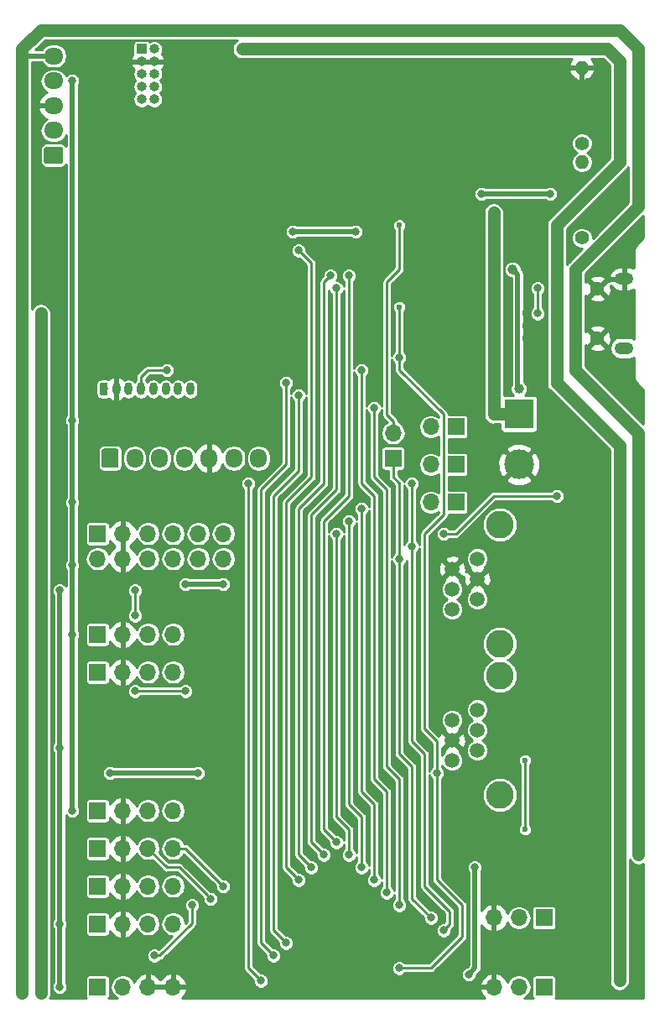
<source format=gbr>
G04 #@! TF.GenerationSoftware,KiCad,Pcbnew,(5.0.2)-1*
G04 #@! TF.CreationDate,2020-01-14T01:16:21+01:00*
G04 #@! TF.ProjectId,airMon,6169724d-6f6e-42e6-9b69-6361645f7063,0.1*
G04 #@! TF.SameCoordinates,Original*
G04 #@! TF.FileFunction,Copper,L2,Bot*
G04 #@! TF.FilePolarity,Positive*
%FSLAX46Y46*%
G04 Gerber Fmt 4.6, Leading zero omitted, Abs format (unit mm)*
G04 Created by KiCad (PCBNEW (5.0.2)-1) date 14.01.2020 1:16:21*
%MOMM*%
%LPD*%
G01*
G04 APERTURE LIST*
G04 #@! TA.AperFunction,ComponentPad*
%ADD10C,3.000000*%
G04 #@! TD*
G04 #@! TA.AperFunction,ComponentPad*
%ADD11R,3.000000X3.000000*%
G04 #@! TD*
G04 #@! TA.AperFunction,ComponentPad*
%ADD12C,1.500000*%
G04 #@! TD*
G04 #@! TA.AperFunction,ComponentPad*
%ADD13C,2.800000*%
G04 #@! TD*
G04 #@! TA.AperFunction,ComponentPad*
%ADD14R,1.700000X1.700000*%
G04 #@! TD*
G04 #@! TA.AperFunction,ComponentPad*
%ADD15O,1.700000X1.700000*%
G04 #@! TD*
G04 #@! TA.AperFunction,ComponentPad*
%ADD16R,1.000000X1.000000*%
G04 #@! TD*
G04 #@! TA.AperFunction,ComponentPad*
%ADD17O,1.000000X1.000000*%
G04 #@! TD*
G04 #@! TA.AperFunction,Conductor*
%ADD18C,0.100000*%
G04 #@! TD*
G04 #@! TA.AperFunction,ComponentPad*
%ADD19C,0.800000*%
G04 #@! TD*
G04 #@! TA.AperFunction,ComponentPad*
%ADD20O,0.800000X1.300000*%
G04 #@! TD*
G04 #@! TA.AperFunction,ComponentPad*
%ADD21C,1.700000*%
G04 #@! TD*
G04 #@! TA.AperFunction,ComponentPad*
%ADD22O,1.700000X1.950000*%
G04 #@! TD*
G04 #@! TA.AperFunction,ComponentPad*
%ADD23O,1.400000X1.400000*%
G04 #@! TD*
G04 #@! TA.AperFunction,ComponentPad*
%ADD24C,1.400000*%
G04 #@! TD*
G04 #@! TA.AperFunction,ComponentPad*
%ADD25O,1.950000X1.700000*%
G04 #@! TD*
G04 #@! TA.AperFunction,ComponentPad*
%ADD26C,1.450000*%
G04 #@! TD*
G04 #@! TA.AperFunction,ComponentPad*
%ADD27O,1.900000X1.200000*%
G04 #@! TD*
G04 #@! TA.AperFunction,ViaPad*
%ADD28C,0.600000*%
G04 #@! TD*
G04 #@! TA.AperFunction,ViaPad*
%ADD29C,0.800000*%
G04 #@! TD*
G04 #@! TA.AperFunction,ViaPad*
%ADD30C,1.200000*%
G04 #@! TD*
G04 #@! TA.AperFunction,ViaPad*
%ADD31C,1.000000*%
G04 #@! TD*
G04 #@! TA.AperFunction,Conductor*
%ADD32C,0.256000*%
G04 #@! TD*
G04 #@! TA.AperFunction,Conductor*
%ADD33C,1.270000*%
G04 #@! TD*
G04 #@! TA.AperFunction,Conductor*
%ADD34C,0.508000*%
G04 #@! TD*
G04 #@! TA.AperFunction,Conductor*
%ADD35C,0.254000*%
G04 #@! TD*
G04 APERTURE END LIST*
D10*
G04 #@! TO.P,J20,2*
G04 #@! TO.N,VSS*
X70485000Y-64135000D03*
D11*
G04 #@! TO.P,J20,1*
G04 #@! TO.N,+VDC*
X70485000Y-59055000D03*
G04 #@! TD*
D12*
G04 #@! TO.P,J18,6*
G04 #@! TO.N,N/C*
X66280000Y-73650000D03*
G04 #@! TO.P,J18,5*
G04 #@! TO.N,VSS*
X63740000Y-74670000D03*
G04 #@! TO.P,J18,4*
X66280000Y-75690000D03*
G04 #@! TO.P,J18,3*
G04 #@! TO.N,Net-(J18-Pad3)*
X63740000Y-76710000D03*
G04 #@! TO.P,J18,2*
G04 #@! TO.N,Net-(J18-Pad2)*
X66280000Y-77730000D03*
D13*
G04 #@! TO.P,J18,*
G04 #@! TO.N,*
X68580000Y-70200000D03*
X68580000Y-82200000D03*
D12*
G04 #@! TO.P,J18,1*
G04 #@! TO.N,N/C*
X63740000Y-78750000D03*
G04 #@! TD*
D14*
G04 #@! TO.P,JP1,1*
G04 #@! TO.N,Net-(J16-Pad4)*
X64135000Y-60325000D03*
D15*
G04 #@! TO.P,JP1,2*
G04 #@! TO.N,/GPIO_1*
X61595000Y-60325000D03*
G04 #@! TD*
D16*
G04 #@! TO.P,J2,1*
G04 #@! TO.N,5V_Switched*
X32385000Y-22225000D03*
D17*
G04 #@! TO.P,J2,2*
X33655000Y-22225000D03*
G04 #@! TO.P,J2,3*
G04 #@! TO.N,VSS*
X32385000Y-23495000D03*
G04 #@! TO.P,J2,4*
X33655000Y-23495000D03*
G04 #@! TO.P,J2,5*
G04 #@! TO.N,N/C*
X32385000Y-24765000D03*
G04 #@! TO.P,J2,6*
X33655000Y-24765000D03*
G04 #@! TO.P,J2,7*
G04 #@! TO.N,/U1_TX*
X32385000Y-26035000D03*
G04 #@! TO.P,J2,8*
G04 #@! TO.N,N/C*
X33655000Y-26035000D03*
G04 #@! TO.P,J2,9*
G04 #@! TO.N,/U1_RX*
X32385000Y-27305000D03*
G04 #@! TO.P,J2,10*
G04 #@! TO.N,N/C*
X33655000Y-27305000D03*
G04 #@! TD*
D18*
G04 #@! TO.N,5V_Switched*
G04 #@! TO.C,J3*
G36*
X28794603Y-55865963D02*
X28814018Y-55868843D01*
X28833057Y-55873612D01*
X28851537Y-55880224D01*
X28869279Y-55888616D01*
X28886114Y-55898706D01*
X28901879Y-55910398D01*
X28916421Y-55923579D01*
X28929602Y-55938121D01*
X28941294Y-55953886D01*
X28951384Y-55970721D01*
X28959776Y-55988463D01*
X28966388Y-56006943D01*
X28971157Y-56025982D01*
X28974037Y-56045397D01*
X28975000Y-56065000D01*
X28975000Y-56965000D01*
X28974037Y-56984603D01*
X28971157Y-57004018D01*
X28966388Y-57023057D01*
X28959776Y-57041537D01*
X28951384Y-57059279D01*
X28941294Y-57076114D01*
X28929602Y-57091879D01*
X28916421Y-57106421D01*
X28901879Y-57119602D01*
X28886114Y-57131294D01*
X28869279Y-57141384D01*
X28851537Y-57149776D01*
X28833057Y-57156388D01*
X28814018Y-57161157D01*
X28794603Y-57164037D01*
X28775000Y-57165000D01*
X28375000Y-57165000D01*
X28355397Y-57164037D01*
X28335982Y-57161157D01*
X28316943Y-57156388D01*
X28298463Y-57149776D01*
X28280721Y-57141384D01*
X28263886Y-57131294D01*
X28248121Y-57119602D01*
X28233579Y-57106421D01*
X28220398Y-57091879D01*
X28208706Y-57076114D01*
X28198616Y-57059279D01*
X28190224Y-57041537D01*
X28183612Y-57023057D01*
X28178843Y-57004018D01*
X28175963Y-56984603D01*
X28175000Y-56965000D01*
X28175000Y-56065000D01*
X28175963Y-56045397D01*
X28178843Y-56025982D01*
X28183612Y-56006943D01*
X28190224Y-55988463D01*
X28198616Y-55970721D01*
X28208706Y-55953886D01*
X28220398Y-55938121D01*
X28233579Y-55923579D01*
X28248121Y-55910398D01*
X28263886Y-55898706D01*
X28280721Y-55888616D01*
X28298463Y-55880224D01*
X28316943Y-55873612D01*
X28335982Y-55868843D01*
X28355397Y-55865963D01*
X28375000Y-55865000D01*
X28775000Y-55865000D01*
X28794603Y-55865963D01*
X28794603Y-55865963D01*
G37*
D19*
G04 #@! TD*
G04 #@! TO.P,J3,1*
G04 #@! TO.N,5V_Switched*
X28575000Y-56515000D03*
D20*
G04 #@! TO.P,J3,2*
G04 #@! TO.N,VSS*
X29825000Y-56515000D03*
G04 #@! TO.P,J3,3*
G04 #@! TO.N,N/C*
X31075000Y-56515000D03*
G04 #@! TO.P,J3,4*
G04 #@! TO.N,/U1_TX*
X32325000Y-56515000D03*
G04 #@! TO.P,J3,5*
G04 #@! TO.N,/U1_RX*
X33575000Y-56515000D03*
G04 #@! TO.P,J3,6*
G04 #@! TO.N,N/C*
X34825000Y-56515000D03*
G04 #@! TO.P,J3,7*
X36075000Y-56515000D03*
G04 #@! TO.P,J3,8*
X37325000Y-56515000D03*
G04 #@! TD*
D18*
G04 #@! TO.N,N/C*
G04 #@! TO.C,J4*
G36*
X29834504Y-62526204D02*
X29858773Y-62529804D01*
X29882571Y-62535765D01*
X29905671Y-62544030D01*
X29927849Y-62554520D01*
X29948893Y-62567133D01*
X29968598Y-62581747D01*
X29986777Y-62598223D01*
X30003253Y-62616402D01*
X30017867Y-62636107D01*
X30030480Y-62657151D01*
X30040970Y-62679329D01*
X30049235Y-62702429D01*
X30055196Y-62726227D01*
X30058796Y-62750496D01*
X30060000Y-62775000D01*
X30060000Y-64225000D01*
X30058796Y-64249504D01*
X30055196Y-64273773D01*
X30049235Y-64297571D01*
X30040970Y-64320671D01*
X30030480Y-64342849D01*
X30017867Y-64363893D01*
X30003253Y-64383598D01*
X29986777Y-64401777D01*
X29968598Y-64418253D01*
X29948893Y-64432867D01*
X29927849Y-64445480D01*
X29905671Y-64455970D01*
X29882571Y-64464235D01*
X29858773Y-64470196D01*
X29834504Y-64473796D01*
X29810000Y-64475000D01*
X28610000Y-64475000D01*
X28585496Y-64473796D01*
X28561227Y-64470196D01*
X28537429Y-64464235D01*
X28514329Y-64455970D01*
X28492151Y-64445480D01*
X28471107Y-64432867D01*
X28451402Y-64418253D01*
X28433223Y-64401777D01*
X28416747Y-64383598D01*
X28402133Y-64363893D01*
X28389520Y-64342849D01*
X28379030Y-64320671D01*
X28370765Y-64297571D01*
X28364804Y-64273773D01*
X28361204Y-64249504D01*
X28360000Y-64225000D01*
X28360000Y-62775000D01*
X28361204Y-62750496D01*
X28364804Y-62726227D01*
X28370765Y-62702429D01*
X28379030Y-62679329D01*
X28389520Y-62657151D01*
X28402133Y-62636107D01*
X28416747Y-62616402D01*
X28433223Y-62598223D01*
X28451402Y-62581747D01*
X28471107Y-62567133D01*
X28492151Y-62554520D01*
X28514329Y-62544030D01*
X28537429Y-62535765D01*
X28561227Y-62529804D01*
X28585496Y-62526204D01*
X28610000Y-62525000D01*
X29810000Y-62525000D01*
X29834504Y-62526204D01*
X29834504Y-62526204D01*
G37*
D21*
G04 #@! TD*
G04 #@! TO.P,J4,1*
G04 #@! TO.N,N/C*
X29210000Y-63500000D03*
D22*
G04 #@! TO.P,J4,2*
G04 #@! TO.N,N/C*
X31710000Y-63500000D03*
G04 #@! TO.P,J4,3*
G04 #@! TO.N,5V_Switched*
X34210000Y-63500000D03*
G04 #@! TO.P,J4,4*
G04 #@! TO.N,N/C*
X36710000Y-63500000D03*
G04 #@! TO.P,J4,5*
G04 #@! TO.N,VSS*
X39210000Y-63500000D03*
G04 #@! TO.P,J4,6*
G04 #@! TO.N,/U1_TX*
X41710000Y-63500000D03*
G04 #@! TO.P,J4,7*
G04 #@! TO.N,/U1_RX*
X44210000Y-63500000D03*
G04 #@! TD*
D14*
G04 #@! TO.P,J6,1*
G04 #@! TO.N,3.3V_Switched*
X27940000Y-116840000D03*
D15*
G04 #@! TO.P,J6,2*
G04 #@! TO.N,/SW_BUS*
X30480000Y-116840000D03*
G04 #@! TO.P,J6,3*
G04 #@! TO.N,VSS*
X33020000Y-116840000D03*
G04 #@! TO.P,J6,4*
X35560000Y-116840000D03*
G04 #@! TD*
G04 #@! TO.P,J7,4*
G04 #@! TO.N,/SDA_1*
X35560000Y-106680000D03*
G04 #@! TO.P,J7,3*
G04 #@! TO.N,/SCL_1*
X33020000Y-106680000D03*
G04 #@! TO.P,J7,2*
G04 #@! TO.N,VSS*
X30480000Y-106680000D03*
D14*
G04 #@! TO.P,J7,1*
G04 #@! TO.N,VCC*
X27940000Y-106680000D03*
G04 #@! TD*
G04 #@! TO.P,J8,1*
G04 #@! TO.N,3.3V_Switched*
X27940000Y-110490000D03*
D15*
G04 #@! TO.P,J8,2*
G04 #@! TO.N,VSS*
X30480000Y-110490000D03*
G04 #@! TO.P,J8,3*
G04 #@! TO.N,/SCL_1*
X33020000Y-110490000D03*
G04 #@! TO.P,J8,4*
G04 #@! TO.N,/SDA_1*
X35560000Y-110490000D03*
G04 #@! TD*
G04 #@! TO.P,J9,4*
G04 #@! TO.N,/SDA_2*
X35560000Y-102870000D03*
G04 #@! TO.P,J9,3*
G04 #@! TO.N,/SCL_2*
X33020000Y-102870000D03*
G04 #@! TO.P,J9,2*
G04 #@! TO.N,VSS*
X30480000Y-102870000D03*
D14*
G04 #@! TO.P,J9,1*
G04 #@! TO.N,+5V*
X27940000Y-102870000D03*
G04 #@! TD*
G04 #@! TO.P,J10,1*
G04 #@! TO.N,5V_Switched*
X27940000Y-99060000D03*
D15*
G04 #@! TO.P,J10,2*
G04 #@! TO.N,VSS*
X30480000Y-99060000D03*
G04 #@! TO.P,J10,3*
G04 #@! TO.N,/SCL_2*
X33020000Y-99060000D03*
G04 #@! TO.P,J10,4*
G04 #@! TO.N,/SDA_2*
X35560000Y-99060000D03*
G04 #@! TD*
G04 #@! TO.P,J11,4*
G04 #@! TO.N,/I2C_2/SDA_Buffer*
X35560000Y-85090000D03*
G04 #@! TO.P,J11,3*
G04 #@! TO.N,/I2C_2/SCL_Buffer*
X33020000Y-85090000D03*
G04 #@! TO.P,J11,2*
G04 #@! TO.N,VSS*
X30480000Y-85090000D03*
D14*
G04 #@! TO.P,J11,1*
G04 #@! TO.N,+5V*
X27940000Y-85090000D03*
G04 #@! TD*
G04 #@! TO.P,J12,1*
G04 #@! TO.N,5V_Switched*
X27940000Y-81280000D03*
D15*
G04 #@! TO.P,J12,2*
G04 #@! TO.N,VSS*
X30480000Y-81280000D03*
G04 #@! TO.P,J12,3*
G04 #@! TO.N,/I2C_2/SCL_Buffer*
X33020000Y-81280000D03*
G04 #@! TO.P,J12,4*
G04 #@! TO.N,/I2C_2/SDA_Buffer*
X35560000Y-81280000D03*
G04 #@! TD*
D14*
G04 #@! TO.P,J14,1*
G04 #@! TO.N,+5V*
X73025000Y-116840000D03*
D15*
G04 #@! TO.P,J14,2*
G04 #@! TO.N,Net-(J14-Pad2)*
X70485000Y-116840000D03*
G04 #@! TO.P,J14,3*
G04 #@! TO.N,VSS*
X67945000Y-116840000D03*
G04 #@! TD*
G04 #@! TO.P,J15,3*
G04 #@! TO.N,VSS*
X67945000Y-109855000D03*
G04 #@! TO.P,J15,2*
G04 #@! TO.N,Net-(J15-Pad2)*
X70485000Y-109855000D03*
D14*
G04 #@! TO.P,J15,1*
G04 #@! TO.N,+5V*
X73025000Y-109855000D03*
G04 #@! TD*
D12*
G04 #@! TO.P,J16,1*
G04 #@! TO.N,N/C*
X63740000Y-93990000D03*
D13*
G04 #@! TO.P,J16,*
G04 #@! TO.N,*
X68580000Y-97440000D03*
X68580000Y-85440000D03*
D12*
G04 #@! TO.P,J16,2*
G04 #@! TO.N,N/C*
X66280000Y-92970000D03*
G04 #@! TO.P,J16,3*
G04 #@! TO.N,VSS*
X63740000Y-91950000D03*
G04 #@! TO.P,J16,4*
G04 #@! TO.N,Net-(J16-Pad4)*
X66280000Y-90930000D03*
G04 #@! TO.P,J16,5*
G04 #@! TO.N,N/C*
X63740000Y-89910000D03*
G04 #@! TO.P,J16,6*
X66280000Y-88890000D03*
G04 #@! TD*
D14*
G04 #@! TO.P,JP2,1*
G04 #@! TO.N,Net-(J18-Pad2)*
X64135000Y-64135000D03*
D15*
G04 #@! TO.P,JP2,2*
G04 #@! TO.N,/A1*
X61595000Y-64135000D03*
G04 #@! TD*
G04 #@! TO.P,JP3,2*
G04 #@! TO.N,/GPIO_2*
X61595000Y-67945000D03*
D14*
G04 #@! TO.P,JP3,1*
G04 #@! TO.N,Net-(J18-Pad3)*
X64135000Y-67945000D03*
G04 #@! TD*
D23*
G04 #@! TO.P,R27,2*
G04 #@! TO.N,Net-(R27-Pad2)*
X76835000Y-33655000D03*
D24*
G04 #@! TO.P,R27,1*
G04 #@! TO.N,+VDC*
X76835000Y-41275000D03*
G04 #@! TD*
G04 #@! TO.P,R28,1*
G04 #@! TO.N,Net-(R27-Pad2)*
X76835000Y-31750000D03*
D23*
G04 #@! TO.P,R28,2*
G04 #@! TO.N,VSS*
X76835000Y-24130000D03*
G04 #@! TD*
D14*
G04 #@! TO.P,J17,1*
G04 #@! TO.N,5V_Switched*
X27940000Y-71120000D03*
D15*
G04 #@! TO.P,J17,2*
G04 #@! TO.N,3.3V_Switched*
X27940000Y-73660000D03*
G04 #@! TO.P,J17,3*
G04 #@! TO.N,VSS*
X30480000Y-71120000D03*
G04 #@! TO.P,J17,4*
X30480000Y-73660000D03*
G04 #@! TO.P,J17,5*
G04 #@! TO.N,/GPIO_1*
X33020000Y-71120000D03*
G04 #@! TO.P,J17,6*
G04 #@! TO.N,/GPIO_2*
X33020000Y-73660000D03*
G04 #@! TO.P,J17,7*
G04 #@! TO.N,/GPIO_3*
X35560000Y-71120000D03*
G04 #@! TO.P,J17,8*
G04 #@! TO.N,/GPIO_4*
X35560000Y-73660000D03*
G04 #@! TO.P,J17,9*
G04 #@! TO.N,/GPIO/GPIO_5*
X38100000Y-71120000D03*
G04 #@! TO.P,J17,10*
G04 #@! TO.N,/GPIO/GPIO_6*
X38100000Y-73660000D03*
G04 #@! TO.P,J17,11*
G04 #@! TO.N,/A1*
X40640000Y-71120000D03*
G04 #@! TO.P,J17,12*
G04 #@! TO.N,/A2*
X40640000Y-73660000D03*
G04 #@! TD*
D14*
G04 #@! TO.P,JP4,1*
G04 #@! TO.N,/A2*
X57785000Y-63500000D03*
D15*
G04 #@! TO.P,JP4,2*
G04 #@! TO.N,Net-(JP4-Pad2)*
X57785000Y-60960000D03*
G04 #@! TD*
D18*
G04 #@! TO.N,/U1_RX*
G04 #@! TO.C,J5*
G36*
X24244504Y-32091204D02*
X24268773Y-32094804D01*
X24292571Y-32100765D01*
X24315671Y-32109030D01*
X24337849Y-32119520D01*
X24358893Y-32132133D01*
X24378598Y-32146747D01*
X24396777Y-32163223D01*
X24413253Y-32181402D01*
X24427867Y-32201107D01*
X24440480Y-32222151D01*
X24450970Y-32244329D01*
X24459235Y-32267429D01*
X24465196Y-32291227D01*
X24468796Y-32315496D01*
X24470000Y-32340000D01*
X24470000Y-33540000D01*
X24468796Y-33564504D01*
X24465196Y-33588773D01*
X24459235Y-33612571D01*
X24450970Y-33635671D01*
X24440480Y-33657849D01*
X24427867Y-33678893D01*
X24413253Y-33698598D01*
X24396777Y-33716777D01*
X24378598Y-33733253D01*
X24358893Y-33747867D01*
X24337849Y-33760480D01*
X24315671Y-33770970D01*
X24292571Y-33779235D01*
X24268773Y-33785196D01*
X24244504Y-33788796D01*
X24220000Y-33790000D01*
X22770000Y-33790000D01*
X22745496Y-33788796D01*
X22721227Y-33785196D01*
X22697429Y-33779235D01*
X22674329Y-33770970D01*
X22652151Y-33760480D01*
X22631107Y-33747867D01*
X22611402Y-33733253D01*
X22593223Y-33716777D01*
X22576747Y-33698598D01*
X22562133Y-33678893D01*
X22549520Y-33657849D01*
X22539030Y-33635671D01*
X22530765Y-33612571D01*
X22524804Y-33588773D01*
X22521204Y-33564504D01*
X22520000Y-33540000D01*
X22520000Y-32340000D01*
X22521204Y-32315496D01*
X22524804Y-32291227D01*
X22530765Y-32267429D01*
X22539030Y-32244329D01*
X22549520Y-32222151D01*
X22562133Y-32201107D01*
X22576747Y-32181402D01*
X22593223Y-32163223D01*
X22611402Y-32146747D01*
X22631107Y-32132133D01*
X22652151Y-32119520D01*
X22674329Y-32109030D01*
X22697429Y-32100765D01*
X22721227Y-32094804D01*
X22745496Y-32091204D01*
X22770000Y-32090000D01*
X24220000Y-32090000D01*
X24244504Y-32091204D01*
X24244504Y-32091204D01*
G37*
D21*
G04 #@! TD*
G04 #@! TO.P,J5,1*
G04 #@! TO.N,/U1_RX*
X23495000Y-32940000D03*
D25*
G04 #@! TO.P,J5,2*
G04 #@! TO.N,/U1_TX*
X23495000Y-30440000D03*
G04 #@! TO.P,J5,3*
G04 #@! TO.N,VSS*
X23495000Y-27940000D03*
G04 #@! TO.P,J5,4*
G04 #@! TO.N,5V_Switched*
X23495000Y-25440000D03*
G04 #@! TO.P,J5,5*
G04 #@! TO.N,VCC*
X23495000Y-22940000D03*
G04 #@! TD*
D26*
G04 #@! TO.P,J19,6*
G04 #@! TO.N,VSS*
X78420500Y-51395000D03*
X78420500Y-46395000D03*
D27*
X81120500Y-52395000D03*
X81120500Y-45395000D03*
G04 #@! TD*
D28*
G04 #@! TO.N,VSS*
X53340000Y-43815000D03*
D29*
X62865000Y-34925000D03*
X61595000Y-34925000D03*
X53975000Y-33020000D03*
X53975000Y-34290000D03*
D28*
X59055000Y-74930000D03*
X60325000Y-73660000D03*
X57785000Y-74930000D03*
X56515000Y-74930000D03*
X55245000Y-74930000D03*
X53975000Y-74930000D03*
X52705000Y-74930000D03*
X51435000Y-74930000D03*
X50165000Y-74930000D03*
X48895000Y-74930000D03*
X47625000Y-74930000D03*
X46355000Y-74930000D03*
X45085000Y-74930000D03*
X43815000Y-74930000D03*
X42545000Y-74930000D03*
X53975000Y-71120000D03*
X55245000Y-69850000D03*
X55245000Y-65405000D03*
X57785000Y-67310000D03*
X56515000Y-71120000D03*
X57785000Y-71120000D03*
X59055000Y-71120000D03*
X52070000Y-69850000D03*
X53340000Y-68580000D03*
X53975000Y-65405000D03*
X56515000Y-67310000D03*
X54610000Y-67310000D03*
X52705000Y-65405000D03*
X51435000Y-65405000D03*
X50165000Y-65405000D03*
X48895000Y-64770000D03*
X47625000Y-64135000D03*
X46355000Y-63500000D03*
X50165000Y-56515000D03*
X51435000Y-56515000D03*
X52705000Y-56515000D03*
X53975000Y-56515000D03*
X55245000Y-56515000D03*
X56515000Y-56515000D03*
X57785000Y-56515000D03*
X59055000Y-56515000D03*
X50165000Y-59055000D03*
X51435000Y-59055000D03*
X52705000Y-59055000D03*
X53975000Y-59055000D03*
X48895000Y-59055000D03*
X47625000Y-59055000D03*
X55245000Y-60325000D03*
X43815000Y-97790000D03*
X45085000Y-97790000D03*
X46355000Y-97790000D03*
X47625000Y-97790000D03*
X48895000Y-97790000D03*
X50165000Y-97790000D03*
X51435000Y-97790000D03*
X52705000Y-97790000D03*
X53975000Y-97790000D03*
X42545000Y-97790000D03*
X60325000Y-74930000D03*
X60325000Y-76200000D03*
X61595000Y-76200000D03*
X41275000Y-117475000D03*
X40005000Y-117475000D03*
X38735000Y-117475000D03*
X37465000Y-117475000D03*
X44450000Y-117475000D03*
X45720000Y-117475000D03*
X58420000Y-117475000D03*
X57150000Y-117475000D03*
X65405000Y-117475000D03*
X47625000Y-71120000D03*
X48895000Y-71120000D03*
X50165000Y-71120000D03*
X46355000Y-71120000D03*
X45085000Y-71120000D03*
X43815000Y-71120000D03*
X43815000Y-73025000D03*
X45085000Y-73025000D03*
X46355000Y-73025000D03*
X47625000Y-73025000D03*
X48895000Y-73025000D03*
X50165000Y-73025000D03*
X51435000Y-73025000D03*
X52705000Y-73025000D03*
X53975000Y-73025000D03*
X55245000Y-73025000D03*
X56515000Y-73025000D03*
X42545000Y-73025000D03*
X38735000Y-77470000D03*
X43815000Y-80010000D03*
X40005000Y-83185000D03*
X40005000Y-84455000D03*
X41275000Y-84455000D03*
X40005000Y-81915000D03*
X42545000Y-84455000D03*
X42545000Y-77470000D03*
X41275000Y-77470000D03*
X40005000Y-77470000D03*
X41275000Y-86995000D03*
X40005000Y-86995000D03*
X38735000Y-86995000D03*
X26670000Y-83215000D03*
X27940000Y-83215000D03*
X26670000Y-79405000D03*
X27940000Y-79405000D03*
X30480000Y-75565000D03*
X30480000Y-69215000D03*
X41275000Y-85725000D03*
X40005000Y-85725000D03*
X38735000Y-85725000D03*
X38735000Y-84455000D03*
X37465000Y-84455000D03*
X37465000Y-85725000D03*
X38735000Y-83185000D03*
X38735000Y-81915000D03*
X37465000Y-81915000D03*
X37465000Y-83185000D03*
X42545000Y-86995000D03*
X42545000Y-88265000D03*
X42545000Y-89535000D03*
X41910000Y-41275000D03*
X41910000Y-40005000D03*
X41910000Y-38735000D03*
X41910000Y-37465000D03*
X41910000Y-36195000D03*
X41910000Y-42545000D03*
X41910000Y-43815000D03*
X41910000Y-45085000D03*
X41910000Y-46355000D03*
X43180000Y-46355000D03*
X44450000Y-46355000D03*
X45720000Y-46355000D03*
X46990000Y-46355000D03*
X48260000Y-46355000D03*
X48260000Y-45085000D03*
X48260000Y-47625000D03*
X48260000Y-48895000D03*
X46990000Y-48895000D03*
X46990000Y-47625000D03*
X45720000Y-48895000D03*
X45720000Y-47625000D03*
X46990000Y-45085000D03*
X45720000Y-45085000D03*
X44450000Y-45085000D03*
X44450000Y-47625000D03*
X44450000Y-48895000D03*
X43180000Y-47625000D03*
X43180000Y-45085000D03*
X43180000Y-50165000D03*
X41910000Y-48895000D03*
X44450000Y-51435000D03*
X45720000Y-51435000D03*
X46990000Y-51435000D03*
X48260000Y-51435000D03*
X44450000Y-50165000D03*
X45720000Y-50165000D03*
X46990000Y-50165000D03*
X48260000Y-50165000D03*
X43180000Y-51435000D03*
X41910000Y-51435000D03*
X41910000Y-50165000D03*
X43180000Y-38735000D03*
X43180000Y-40005000D03*
X43180000Y-41275000D03*
X43180000Y-42545000D03*
X43180000Y-43815000D03*
X44450000Y-43815000D03*
X44450000Y-42545000D03*
X44450000Y-41275000D03*
X44450000Y-40005000D03*
X45720000Y-41275000D03*
X45720000Y-42545000D03*
X45720000Y-43815000D03*
X46990000Y-43815000D03*
X46990000Y-42545000D03*
X48260000Y-43815000D03*
X44450000Y-38735000D03*
X43180000Y-37465000D03*
X45720000Y-40005000D03*
X44450000Y-36195000D03*
X45720000Y-37465000D03*
X46990000Y-38735000D03*
X45720000Y-36195000D03*
X46990000Y-36195000D03*
X46990000Y-37465000D03*
X48260000Y-36195000D03*
X48260000Y-37465000D03*
X48260000Y-38735000D03*
X55880000Y-37465000D03*
X55880000Y-38735000D03*
X57150000Y-37465000D03*
X57150000Y-38735000D03*
X55880000Y-42545000D03*
X55880000Y-43815000D03*
X57150000Y-43815000D03*
X57150000Y-42545000D03*
X56515000Y-54610000D03*
X57785000Y-54610000D03*
X60325000Y-54610000D03*
X61595000Y-56515000D03*
X62865000Y-56515000D03*
X64135000Y-56515000D03*
X64135000Y-43815000D03*
X64135000Y-45085000D03*
X64135000Y-46355000D03*
X64135000Y-47625000D03*
X64135000Y-48895000D03*
X64135000Y-50165000D03*
X64135000Y-51435000D03*
X64135000Y-52705000D03*
X72390000Y-45085000D03*
X72390000Y-43815000D03*
X72390000Y-42545000D03*
X31750000Y-53340000D03*
X30480000Y-52070000D03*
X31115000Y-52705000D03*
X30480000Y-27305000D03*
X29845000Y-27940000D03*
X29210000Y-28575000D03*
X57785000Y-102235000D03*
X56515000Y-102235000D03*
X55245000Y-102235000D03*
X52070000Y-43815000D03*
X69215000Y-54610000D03*
X66675000Y-54610000D03*
X65405000Y-54610000D03*
X71120000Y-48895000D03*
X71120000Y-50165000D03*
X72390000Y-50165000D03*
X71120000Y-51435000D03*
X71755000Y-50800000D03*
X77470000Y-113665000D03*
X76200000Y-113665000D03*
X78740000Y-113665000D03*
X78740000Y-114935000D03*
X76200000Y-114935000D03*
X76200000Y-112395000D03*
X77470000Y-112395000D03*
X78740000Y-112395000D03*
X76200000Y-111125000D03*
X77470000Y-111125000D03*
X78740000Y-111125000D03*
X76200000Y-107950000D03*
X76200000Y-106680000D03*
X77470000Y-106680000D03*
X78740000Y-106680000D03*
X78740000Y-107950000D03*
X76200000Y-105410000D03*
X77470000Y-105410000D03*
X78740000Y-105410000D03*
X76200000Y-101600000D03*
X77470000Y-101600000D03*
X78740000Y-101600000D03*
X76200000Y-100330000D03*
X77470000Y-100330000D03*
X78740000Y-100330000D03*
X76200000Y-99060000D03*
X77470000Y-99060000D03*
X78740000Y-99060000D03*
X66040000Y-116840000D03*
X55880000Y-97155000D03*
X60325000Y-97155000D03*
X57785000Y-96520000D03*
X59055000Y-96520000D03*
X61595000Y-98425000D03*
X62865000Y-98425000D03*
X61595000Y-93980000D03*
X61595000Y-92710000D03*
X52705000Y-92710000D03*
X51435000Y-92710000D03*
X29845000Y-93980000D03*
X29845000Y-92710000D03*
X29845000Y-90170000D03*
X29845000Y-91440000D03*
X53975000Y-92710000D03*
X53975000Y-93980000D03*
X55245000Y-92710000D03*
X55245000Y-93980000D03*
X56515000Y-93980000D03*
X57785000Y-93980000D03*
X60325000Y-93980000D03*
X50165000Y-92710000D03*
X48895000Y-92710000D03*
X47625000Y-92710000D03*
X38100000Y-36830000D03*
X36830000Y-36830000D03*
X36830000Y-38100000D03*
X35560000Y-38100000D03*
X34290000Y-38100000D03*
X34290000Y-36830000D03*
X33020000Y-36830000D03*
X31750000Y-36830000D03*
X31750000Y-38100000D03*
X30480000Y-38100000D03*
X29210000Y-38100000D03*
X29210000Y-36830000D03*
X27940000Y-36830000D03*
X26670000Y-36830000D03*
X29210000Y-40640000D03*
X29210000Y-41910000D03*
X27940000Y-41910000D03*
X26670000Y-41910000D03*
X35560000Y-36830000D03*
X30480000Y-36830000D03*
X33020000Y-40640000D03*
X34290000Y-40640000D03*
X35560000Y-40640000D03*
X36830000Y-40640000D03*
X38100000Y-40640000D03*
X33020000Y-41910000D03*
X35560000Y-41910000D03*
X36830000Y-41910000D03*
X78740000Y-66040000D03*
X77470000Y-66040000D03*
X76200000Y-66040000D03*
X74930000Y-66040000D03*
X73660000Y-66040000D03*
X72390000Y-66040000D03*
X78740000Y-68580000D03*
X77470000Y-68580000D03*
X76200000Y-68580000D03*
X74930000Y-68580000D03*
X73660000Y-68580000D03*
X72390000Y-68580000D03*
X76200000Y-91440000D03*
X77470000Y-91440000D03*
X78740000Y-91440000D03*
X78740000Y-90170000D03*
X77470000Y-90170000D03*
X76200000Y-90170000D03*
X74930000Y-91440000D03*
X74930000Y-90170000D03*
X73660000Y-90170000D03*
X73660000Y-91440000D03*
X72390000Y-91440000D03*
X72390000Y-90170000D03*
X71120000Y-90170000D03*
X71120000Y-91440000D03*
X69850000Y-90170000D03*
X69850000Y-91440000D03*
X68580000Y-91440000D03*
X74930000Y-99060000D03*
X74930000Y-100330000D03*
X74930000Y-101600000D03*
X73660000Y-101600000D03*
X74930000Y-105410000D03*
X73660000Y-105410000D03*
X73660000Y-106680000D03*
X74930000Y-106680000D03*
X74930000Y-107950000D03*
X74930000Y-112395000D03*
X74930000Y-113665000D03*
X73660000Y-112395000D03*
X73660000Y-113665000D03*
X72390000Y-112395000D03*
X72390000Y-113665000D03*
X72390000Y-69850000D03*
X73660000Y-69850000D03*
X74930000Y-69850000D03*
X76200000Y-69850000D03*
X77470000Y-69850000D03*
X78740000Y-69850000D03*
X78740000Y-64770000D03*
X77470000Y-64770000D03*
X76200000Y-64770000D03*
X74930000Y-64770000D03*
X73660000Y-64770000D03*
X78740000Y-54610000D03*
X80010000Y-55880000D03*
X81280000Y-57150000D03*
X82550000Y-58420000D03*
X80010000Y-54610000D03*
X81280000Y-54610000D03*
X81280000Y-55880000D03*
X81280000Y-43180000D03*
X80010000Y-43180000D03*
X81280000Y-41910000D03*
X78740000Y-39370000D03*
X80010000Y-38100000D03*
X81280000Y-36830000D03*
X80010000Y-36830000D03*
X78740000Y-38100000D03*
X78740000Y-33020000D03*
X78740000Y-31750000D03*
X78740000Y-30480000D03*
X78740000Y-29210000D03*
X78740000Y-27940000D03*
X78740000Y-26670000D03*
X78740000Y-25400000D03*
X71120000Y-41275000D03*
X69850000Y-40005000D03*
X74930000Y-59690000D03*
X74930000Y-60960000D03*
X76200000Y-60960000D03*
X74930000Y-62230000D03*
X76200000Y-62230000D03*
X77470000Y-62230000D03*
X74930000Y-63500000D03*
X76200000Y-63500000D03*
X77470000Y-63500000D03*
X78740000Y-63500000D03*
X73660000Y-63500000D03*
X73660000Y-62230000D03*
X73660000Y-60960000D03*
X73660000Y-59690000D03*
X73660000Y-58420000D03*
X74930000Y-30480000D03*
X74930000Y-29210000D03*
X74930000Y-31750000D03*
X74930000Y-33020000D03*
X57150000Y-24765000D03*
X54610000Y-24765000D03*
X53340000Y-24765000D03*
X52070000Y-24765000D03*
X50800000Y-24765000D03*
X50800000Y-23495000D03*
X54610000Y-23495000D03*
X57150000Y-23495000D03*
X49530000Y-23495000D03*
X48260000Y-23495000D03*
X48260000Y-24765000D03*
X55880000Y-24765000D03*
X73660000Y-31750000D03*
X72390000Y-31750000D03*
X73660000Y-29210000D03*
X71120000Y-33020000D03*
X71120000Y-34290000D03*
X71120000Y-35560000D03*
X73660000Y-35560000D03*
X72390000Y-35560000D03*
X74930000Y-34290000D03*
X74930000Y-27940000D03*
X23495000Y-45085000D03*
X59055000Y-57785000D03*
X46355000Y-92710000D03*
X45085000Y-92710000D03*
X45085000Y-93980000D03*
X43815000Y-93980000D03*
X42545000Y-95250000D03*
X42545000Y-96520000D03*
X64135000Y-98425000D03*
X64135000Y-95885000D03*
X61595000Y-100330000D03*
X61595000Y-101600000D03*
X61595000Y-102870000D03*
X64135000Y-100330000D03*
X64135000Y-101600000D03*
X64135000Y-102870000D03*
X64135000Y-97155000D03*
X62865000Y-97155000D03*
X69850000Y-93980000D03*
X69850000Y-100330000D03*
X69850000Y-101600000D03*
X46990000Y-117475000D03*
X48260000Y-117475000D03*
X49530000Y-117475000D03*
X50800000Y-117475000D03*
X52070000Y-117475000D03*
X53340000Y-117475000D03*
X54610000Y-117475000D03*
X55880000Y-117475000D03*
X41275000Y-97790000D03*
X40005000Y-97790000D03*
X41275000Y-96520000D03*
X38100000Y-102870000D03*
X38100000Y-97790000D03*
X45085000Y-83185000D03*
X43815000Y-83185000D03*
X43815000Y-86995000D03*
X43815000Y-89535000D03*
X43815000Y-88265000D03*
X43815000Y-69215000D03*
X45085000Y-69215000D03*
X46355000Y-69215000D03*
X47625000Y-69215000D03*
X48895000Y-69215000D03*
X43815000Y-67945000D03*
X45085000Y-67945000D03*
X46355000Y-67945000D03*
X35560000Y-66675000D03*
X36830000Y-67945000D03*
X38100000Y-69215000D03*
X42545000Y-67945000D03*
X42545000Y-69215000D03*
X41275000Y-66675000D03*
X82550000Y-117475000D03*
X82550000Y-116205000D03*
X82550000Y-114935000D03*
X82550000Y-113665000D03*
X82550000Y-112395000D03*
X82550000Y-111125000D03*
X82550000Y-109855000D03*
X82550000Y-108585000D03*
X82550000Y-107315000D03*
X82550000Y-106045000D03*
X82550000Y-104775000D03*
X71120000Y-42545000D03*
X65405000Y-35560000D03*
X65405000Y-34290000D03*
X65405000Y-36830000D03*
X65405000Y-33020000D03*
X53340000Y-30480000D03*
X54610000Y-30480000D03*
X52070000Y-30480000D03*
X55880000Y-30480000D03*
X72390000Y-38100000D03*
X73660000Y-38100000D03*
X58420000Y-23495000D03*
X55880000Y-29210000D03*
X57150000Y-30480000D03*
X57150000Y-29210000D03*
X62230000Y-29210000D03*
X62230000Y-30480000D03*
X36830000Y-33655000D03*
X38100000Y-33655000D03*
X39370000Y-33655000D03*
X40640000Y-33655000D03*
X41910000Y-33655000D03*
X35560000Y-33655000D03*
X34290000Y-33655000D03*
X33020000Y-33655000D03*
X31750000Y-33655000D03*
X30480000Y-33655000D03*
X29210000Y-33655000D03*
X27940000Y-33655000D03*
X26670000Y-33655000D03*
X26670000Y-34925000D03*
X29210000Y-34925000D03*
X41910000Y-34925000D03*
X39370000Y-34925000D03*
X41910000Y-32385000D03*
X41910000Y-31115000D03*
X41910000Y-29845000D03*
X41910000Y-28575000D03*
X41910000Y-27305000D03*
X41910000Y-26035000D03*
X41910000Y-24765000D03*
X41910000Y-23495000D03*
X40640000Y-22225000D03*
X39370000Y-22225000D03*
X38100000Y-22225000D03*
X36830000Y-22225000D03*
X35560000Y-22225000D03*
X35560000Y-23495000D03*
X35560000Y-24765000D03*
X35560000Y-26035000D03*
X35560000Y-27305000D03*
X35560000Y-28575000D03*
X34290000Y-28575000D03*
X33020000Y-28575000D03*
X31750000Y-28575000D03*
X27940000Y-32385000D03*
X29210000Y-31115000D03*
X52705000Y-55245000D03*
X51435000Y-55245000D03*
X50165000Y-55245000D03*
X48895000Y-55245000D03*
X45085000Y-55245000D03*
X45085000Y-56515000D03*
X45085000Y-57785000D03*
X46355000Y-57785000D03*
X43815000Y-57785000D03*
X42545000Y-57785000D03*
X41275000Y-57785000D03*
X43815000Y-55245000D03*
X42545000Y-55245000D03*
X41275000Y-55245000D03*
X40005000Y-55245000D03*
X40005000Y-57785000D03*
X40005000Y-56515000D03*
X42545000Y-56515000D03*
X48895000Y-53975000D03*
X47625000Y-53975000D03*
X46355000Y-53975000D03*
X45085000Y-53975000D03*
X43815000Y-53975000D03*
X42545000Y-53975000D03*
X41275000Y-53975000D03*
X40005000Y-53975000D03*
X48260000Y-52705000D03*
X46990000Y-52705000D03*
X45720000Y-52705000D03*
X44450000Y-52705000D03*
X43180000Y-52705000D03*
X41910000Y-52705000D03*
X78740000Y-71120000D03*
X78740000Y-72390000D03*
X78740000Y-73660000D03*
X78740000Y-74930000D03*
X78740000Y-76200000D03*
X78740000Y-77470000D03*
X78740000Y-78740000D03*
X78740000Y-80010000D03*
X78740000Y-81280000D03*
X78740000Y-82550000D03*
X78740000Y-83820000D03*
X78740000Y-85090000D03*
X78740000Y-86360000D03*
X78740000Y-87630000D03*
X78740000Y-88900000D03*
X71120000Y-88900000D03*
X71120000Y-87630000D03*
X71120000Y-86360000D03*
X71120000Y-85090000D03*
X71120000Y-83820000D03*
X71120000Y-82550000D03*
X71120000Y-81280000D03*
X71120000Y-80010000D03*
X71120000Y-78740000D03*
X71120000Y-77470000D03*
X72390000Y-76200000D03*
X72390000Y-74930000D03*
X72390000Y-73660000D03*
X72390000Y-72390000D03*
X72390000Y-71120000D03*
X72390000Y-77470000D03*
X73660000Y-77470000D03*
X74930000Y-77470000D03*
X76200000Y-77470000D03*
X77470000Y-77470000D03*
X72390000Y-83820000D03*
X73660000Y-83820000D03*
X74930000Y-83820000D03*
X76200000Y-83820000D03*
X77470000Y-83820000D03*
X23495000Y-47625000D03*
X23495000Y-50165000D03*
X23495000Y-51435000D03*
X23495000Y-52705000D03*
X23495000Y-53975000D03*
X23495000Y-55245000D03*
X23495000Y-56515000D03*
X23495000Y-57785000D03*
X23495000Y-59055000D03*
X23495000Y-60325000D03*
X23495000Y-61595000D03*
X23495000Y-67310000D03*
X26035000Y-21590000D03*
X26035000Y-22860000D03*
X27305000Y-21590000D03*
X26670000Y-28575000D03*
X26670000Y-27305000D03*
X26670000Y-26035000D03*
X27940000Y-27305000D03*
X27940000Y-26035000D03*
X29210000Y-26035000D03*
X27940000Y-24765000D03*
X76200000Y-25400000D03*
X77470000Y-25400000D03*
X74930000Y-26670000D03*
X74930000Y-25400000D03*
X40640000Y-50165000D03*
X39370000Y-50165000D03*
X38100000Y-50165000D03*
X36830000Y-50165000D03*
X35560000Y-50165000D03*
X34290000Y-50165000D03*
X33020000Y-50165000D03*
X31750000Y-50165000D03*
X30480000Y-48895000D03*
X31750000Y-48895000D03*
X33020000Y-48895000D03*
X34290000Y-48895000D03*
X35560000Y-48895000D03*
X36830000Y-48895000D03*
X38100000Y-48895000D03*
X38735000Y-53975000D03*
X37465000Y-53975000D03*
X36195000Y-53975000D03*
X35560000Y-52705000D03*
X34290000Y-52705000D03*
X33020000Y-51435000D03*
X34290000Y-51435000D03*
X35560000Y-51435000D03*
X36830000Y-52705000D03*
X38100000Y-52705000D03*
X39370000Y-52705000D03*
X40640000Y-52705000D03*
X27940000Y-46355000D03*
X26670000Y-45085000D03*
X26670000Y-43815000D03*
X27940000Y-43815000D03*
X27940000Y-45085000D03*
X38100000Y-47625000D03*
X38100000Y-46355000D03*
X38100000Y-45085000D03*
X26670000Y-51435000D03*
X26670000Y-52705000D03*
X26670000Y-53975000D03*
X27940000Y-52705000D03*
X26670000Y-56515000D03*
X26670000Y-57785000D03*
X27940000Y-53975000D03*
X27940000Y-61595000D03*
X35560000Y-61595000D03*
X34290000Y-61595000D03*
X45085000Y-61595000D03*
X45085000Y-60325000D03*
X45085000Y-59055000D03*
X43815000Y-59055000D03*
X42545000Y-59055000D03*
X43815000Y-60325000D03*
X46355000Y-59055000D03*
X46355000Y-60325000D03*
X46355000Y-61595000D03*
X36830000Y-77470000D03*
X35560000Y-77470000D03*
X36830000Y-78740000D03*
X34290000Y-90170000D03*
X34290000Y-91440000D03*
X34290000Y-92710000D03*
X34290000Y-93980000D03*
X27305000Y-92710000D03*
X27305000Y-91440000D03*
X27305000Y-90170000D03*
X27305000Y-88900000D03*
X27305000Y-87630000D03*
X27305000Y-95885000D03*
X37465000Y-116205000D03*
X38735000Y-116205000D03*
X38735000Y-113665000D03*
X37465000Y-113665000D03*
X40005000Y-113665000D03*
X41275000Y-113665000D03*
X41275000Y-112395000D03*
X40005000Y-112395000D03*
X38735000Y-112395000D03*
X37465000Y-112395000D03*
X38735000Y-109855000D03*
X40005000Y-109855000D03*
X41275000Y-109855000D03*
X45720000Y-116205000D03*
X46990000Y-116205000D03*
X48260000Y-116205000D03*
X49530000Y-116205000D03*
X50800000Y-116205000D03*
X52070000Y-116205000D03*
X53340000Y-116205000D03*
X54610000Y-116205000D03*
X55880000Y-116205000D03*
X57150000Y-116205000D03*
X58420000Y-116205000D03*
X56515000Y-104140000D03*
X57785000Y-105410000D03*
X53975000Y-102235000D03*
X45085000Y-102870000D03*
X46355000Y-102870000D03*
X47625000Y-102870000D03*
X48895000Y-102870000D03*
X45085000Y-104140000D03*
X46355000Y-104140000D03*
X47625000Y-104140000D03*
X45085000Y-105410000D03*
X46355000Y-105410000D03*
X45085000Y-106680000D03*
X45085000Y-109220000D03*
X45085000Y-111760000D03*
X52705000Y-105410000D03*
X51435000Y-105410000D03*
X50165000Y-106680000D03*
X53975000Y-106680000D03*
X48895000Y-107950000D03*
X47625000Y-109220000D03*
X46355000Y-110490000D03*
X56515000Y-109220000D03*
X57785000Y-110490000D03*
X21590000Y-27305000D03*
X21590000Y-28575000D03*
X21590000Y-26035000D03*
X21590000Y-24765000D03*
X21590000Y-29845000D03*
X21590000Y-31115000D03*
X23495000Y-34925000D03*
X26670000Y-31115000D03*
X29210000Y-32385000D03*
D29*
G04 #@! TO.N,/EN*
X58420000Y-114935000D03*
X58420000Y-53340000D03*
D28*
X58420000Y-48260000D03*
D29*
X62230000Y-95250000D03*
D30*
G04 #@! TO.N,VCC*
X43815000Y-20320000D03*
D29*
X20320000Y-106680000D03*
X47625000Y-40640000D03*
X53975000Y-40640000D03*
X65405000Y-115570000D03*
X66040000Y-104775000D03*
X82550000Y-103505000D03*
X82550000Y-97790000D03*
X38100000Y-95250000D03*
X29210000Y-95250000D03*
X62865000Y-71120000D03*
X82550000Y-67310000D03*
X20320000Y-94615000D03*
X40640000Y-76200000D03*
X36830000Y-76200000D03*
X20320000Y-78105000D03*
X74295000Y-67310000D03*
G04 #@! TO.N,/Boot*
X52070000Y-102235000D03*
X53340000Y-45085000D03*
D30*
G04 #@! TO.N,+5V*
X42545000Y-22225000D03*
D29*
X22225000Y-102870000D03*
X22225000Y-85090000D03*
D30*
X59690000Y-22225030D03*
D29*
X80645000Y-116205000D03*
X80645000Y-109855000D03*
X22225000Y-76200000D03*
D30*
X22225000Y-48895000D03*
D31*
G04 #@! TO.N,VBUS*
X69850000Y-44450000D03*
X70485000Y-56515000D03*
D30*
G04 #@! TO.N,+VDC*
X67945000Y-59055000D03*
X67945000Y-38735018D03*
D29*
X67945000Y-42545000D03*
D28*
G04 #@! TO.N,/ESP32/MTDI*
X71120000Y-93980000D03*
X71120000Y-100965000D03*
D29*
G04 #@! TO.N,/U1_TX*
X57150000Y-107315000D03*
X54610000Y-54610000D03*
X34925000Y-54610000D03*
G04 #@! TO.N,/U1_RX*
X58420018Y-108585000D03*
X55880000Y-58420000D03*
G04 #@! TO.N,/SW_BUS*
X33655000Y-113665000D03*
X37465000Y-108585000D03*
G04 #@! TO.N,/SCL_2*
X39370000Y-107950000D03*
G04 #@! TO.N,/SDA_2*
X40639960Y-106680000D03*
G04 #@! TO.N,/A1*
X62865000Y-111125000D03*
X59690000Y-72390000D03*
X59690000Y-66040000D03*
G04 #@! TO.N,/A2*
X61595060Y-109855000D03*
X58420000Y-73660000D03*
G04 #@! TO.N,Net-(J19-Pad2)*
X72390000Y-48895000D03*
X72390000Y-46355000D03*
G04 #@! TO.N,/GPIO_1*
X44450000Y-116205000D03*
X43180000Y-66040000D03*
G04 #@! TO.N,/GPIO_2*
X55880000Y-106045000D03*
X54610000Y-68580000D03*
G04 #@! TO.N,/GPIO_3*
X54610000Y-104775000D03*
X53340000Y-69850000D03*
G04 #@! TO.N,/GPIO_4*
X53340000Y-103505000D03*
X52070000Y-71120000D03*
G04 #@! TO.N,/U2_RX*
X50800000Y-103505000D03*
X52070000Y-46355000D03*
G04 #@! TO.N,/U2_TX*
X49530000Y-104775000D03*
X51435000Y-45085000D03*
G04 #@! TO.N,/GPS_Wake*
X48260000Y-106045000D03*
X48260000Y-42545000D03*
G04 #@! TO.N,5V_Switched*
X25400000Y-99060000D03*
X25400000Y-81280000D03*
X25400000Y-67945000D03*
X25400000Y-25400000D03*
X25400000Y-59690000D03*
X25400000Y-74295000D03*
G04 #@! TO.N,3.3V_Switched*
X24130000Y-116840000D03*
X24130000Y-110490000D03*
X24130000Y-76835000D03*
X24130000Y-92710000D03*
G04 #@! TO.N,/POWER*
X31750000Y-86995000D03*
X36830000Y-86995000D03*
X31750000Y-79375000D03*
X31750000Y-76835000D03*
G04 #@! TO.N,/U3_TX*
X45720000Y-113665000D03*
X46990000Y-55880000D03*
G04 #@! TO.N,/U3_RX*
X46990000Y-112395000D03*
X48260000Y-57150000D03*
D28*
G04 #@! TO.N,Net-(JP4-Pad2)*
X58420000Y-40005000D03*
D29*
G04 #@! TO.N,Net-(R27-Pad2)*
X66675000Y-36830000D03*
X73660000Y-36830000D03*
G04 #@! TD*
D32*
G04 #@! TO.N,/EN*
X58420000Y-54610000D02*
X58420000Y-53340000D01*
X62865000Y-59055000D02*
X58420000Y-54610000D01*
X62865000Y-69215000D02*
X62865000Y-59055000D01*
X60960000Y-90805000D02*
X60960000Y-71120000D01*
X60960000Y-71120000D02*
X62865000Y-69215000D01*
X61595000Y-114935000D02*
X64770000Y-111760000D01*
X58420000Y-114935000D02*
X61595000Y-114935000D01*
X64770000Y-108585000D02*
X62230000Y-106045000D01*
X64770000Y-111760000D02*
X64770000Y-108585000D01*
X62230000Y-92075000D02*
X60960000Y-90805000D01*
X58420000Y-48260000D02*
X58420000Y-53340000D01*
X62230000Y-106045000D02*
X62230000Y-95250000D01*
X62230000Y-95250000D02*
X62230000Y-92075000D01*
D33*
G04 #@! TO.N,VCC*
X43815000Y-20320000D02*
X22225000Y-20320000D01*
X22225000Y-20320000D02*
X20320000Y-22225000D01*
X20320000Y-106680000D02*
X20320000Y-117475000D01*
D34*
X47625000Y-40640000D02*
X53975000Y-40640000D01*
X53975000Y-40640000D02*
X53975000Y-40640000D01*
X65405000Y-115570000D02*
X66040000Y-114935000D01*
X66040000Y-114935000D02*
X66040000Y-104775000D01*
D33*
X82550000Y-97790000D02*
X82550000Y-103505000D01*
D34*
X38100000Y-95250000D02*
X29210000Y-95250000D01*
D33*
X82550000Y-67310000D02*
X82550000Y-97790000D01*
D34*
X40640000Y-76200000D02*
X36830000Y-76200000D01*
D33*
X20320000Y-78105000D02*
X20320000Y-106680000D01*
D35*
X73729315Y-67310000D02*
X74295000Y-67310000D01*
X67945000Y-67310000D02*
X73729315Y-67310000D01*
X64135000Y-71120000D02*
X67945000Y-67310000D01*
X62865000Y-71120000D02*
X64135000Y-71120000D01*
D34*
X20400000Y-22940000D02*
X20320000Y-22860000D01*
D33*
X20320000Y-22225000D02*
X20320000Y-22860000D01*
X20320000Y-22860000D02*
X20320000Y-78105000D01*
D34*
X23495000Y-22940000D02*
X20400000Y-22940000D01*
D33*
X82550000Y-60960000D02*
X82550000Y-67310000D01*
X80645000Y-20320000D02*
X82550000Y-22225000D01*
X43815000Y-20320000D02*
X80645000Y-20320000D01*
X82550000Y-22225000D02*
X82550000Y-38100000D01*
X82550000Y-38100000D02*
X76200000Y-44450000D01*
X76200000Y-44450000D02*
X76200000Y-54610000D01*
X76200000Y-54610000D02*
X82550000Y-60960000D01*
D32*
G04 #@! TO.N,/Boot*
X50800000Y-100965000D02*
X52070000Y-102235000D01*
X50800000Y-69850000D02*
X50800000Y-100965000D01*
X53340000Y-45085000D02*
X53340000Y-67310000D01*
X53340000Y-67310000D02*
X50800000Y-69850000D01*
D33*
G04 #@! TO.N,+5V*
X22225000Y-102870000D02*
X22225000Y-117475000D01*
X22225000Y-85090000D02*
X22225000Y-102870000D01*
X42545000Y-22225000D02*
X59689970Y-22225000D01*
X59689970Y-22225000D02*
X59690000Y-22225030D01*
X80645000Y-109855000D02*
X80645000Y-116205000D01*
X22225000Y-85090000D02*
X22225000Y-76200000D01*
X22225000Y-48895000D02*
X22225000Y-76200000D01*
X80645000Y-62230000D02*
X80645000Y-109855000D01*
X59690000Y-22225030D02*
X79375030Y-22225030D01*
X80645000Y-23495000D02*
X80645000Y-33655000D01*
X80645000Y-33655000D02*
X74295000Y-40005000D01*
X79375030Y-22225030D02*
X80645000Y-23495000D01*
X74295000Y-40005000D02*
X74295000Y-55880000D01*
X74295000Y-55880000D02*
X80645000Y-62230000D01*
D34*
G04 #@! TO.N,VBUS*
X69850000Y-44450000D02*
X70349999Y-44949999D01*
X70349999Y-56379999D02*
X70485000Y-56515000D01*
X70349999Y-44949999D02*
X70349999Y-56379999D01*
D33*
G04 #@! TO.N,+VDC*
X67945000Y-59055000D02*
X67945000Y-42545000D01*
X67945000Y-42545000D02*
X67945000Y-38735018D01*
X67945000Y-59055000D02*
X70485000Y-59055000D01*
D32*
G04 #@! TO.N,/ESP32/MTDI*
X71120000Y-93980000D02*
X71120000Y-99060000D01*
X71120000Y-99060000D02*
X71120000Y-100965000D01*
G04 #@! TO.N,/U1_TX*
X54610000Y-66040000D02*
X54610000Y-63500000D01*
X55880000Y-67310000D02*
X54610000Y-66040000D01*
X55880000Y-95885000D02*
X55880000Y-67310000D01*
X57150000Y-107315000D02*
X57150000Y-97155000D01*
X57150000Y-97155000D02*
X55880000Y-95885000D01*
X54610000Y-63500000D02*
X54610000Y-58420000D01*
X54610000Y-58420000D02*
X54610000Y-54610000D01*
X34925000Y-54610000D02*
X33020000Y-54610000D01*
X32325000Y-55305000D02*
X32325000Y-56515000D01*
X33020000Y-54610000D02*
X32325000Y-55305000D01*
G04 #@! TO.N,/U1_RX*
X55880000Y-65405000D02*
X55880000Y-62865000D01*
X58420018Y-99060000D02*
X58420000Y-99060000D01*
X58420018Y-108585000D02*
X58420018Y-99060000D01*
X58420000Y-99060000D02*
X58420000Y-95885000D01*
X58420000Y-95885000D02*
X57150000Y-94615000D01*
X57150000Y-94615000D02*
X57150000Y-66675000D01*
X57150000Y-66675000D02*
X55880000Y-65405000D01*
X55880000Y-62865000D02*
X55880000Y-58420000D01*
G04 #@! TO.N,/SW_BUS*
X33655000Y-113665000D02*
X34220685Y-113665000D01*
X37465000Y-110420685D02*
X37465000Y-109150685D01*
X34220685Y-113665000D02*
X37465000Y-110420685D01*
X37465000Y-109150685D02*
X37465000Y-108585000D01*
G04 #@! TO.N,/SCL_2*
X33020000Y-102870000D02*
X34925000Y-104775000D01*
X36195000Y-104775000D02*
X38970001Y-107550001D01*
X34925000Y-104775000D02*
X36195000Y-104775000D01*
X38970001Y-107550001D02*
X39370000Y-107950000D01*
G04 #@! TO.N,/SDA_2*
X40640000Y-106680000D02*
X40639960Y-106680000D01*
X35560000Y-102870000D02*
X36830000Y-102870000D01*
X36830000Y-102870000D02*
X40640000Y-106680000D01*
G04 #@! TO.N,/A1*
X59690000Y-92075000D02*
X59690000Y-72390000D01*
X60960000Y-93345000D02*
X59690000Y-92075000D01*
X60960000Y-106680000D02*
X60960000Y-93345000D01*
X63500000Y-109220000D02*
X60960000Y-106680000D01*
X62865000Y-111125000D02*
X63500000Y-110490000D01*
X63500000Y-110490000D02*
X63500000Y-109220000D01*
X59690000Y-72390000D02*
X59690000Y-66040000D01*
G04 #@! TO.N,/A2*
X61595060Y-109855000D02*
X59690000Y-107949940D01*
X59690000Y-94615000D02*
X58420000Y-93345000D01*
X59690000Y-107949940D02*
X59690000Y-94615000D01*
X58420000Y-93345000D02*
X58420000Y-73660000D01*
X58420000Y-73660000D02*
X58420000Y-66040000D01*
D35*
X57785000Y-65405000D02*
X57785000Y-63500000D01*
X58420000Y-66040000D02*
X57785000Y-65405000D01*
D32*
G04 #@! TO.N,Net-(J19-Pad2)*
X72390000Y-48895000D02*
X72390000Y-46355000D01*
G04 #@! TO.N,/GPIO_1*
X43180000Y-114935000D02*
X43180000Y-66605685D01*
X43180000Y-66605685D02*
X43180000Y-66040000D01*
X44450000Y-116205000D02*
X43180000Y-114935000D01*
G04 #@! TO.N,/GPIO_2*
X55880000Y-98425000D02*
X54610000Y-97155000D01*
X55880000Y-106045000D02*
X55880000Y-98425000D01*
X54610000Y-97155000D02*
X54610000Y-93980000D01*
X54610000Y-93980000D02*
X54610000Y-68580000D01*
G04 #@! TO.N,/GPIO_3*
X54610000Y-99695000D02*
X53340000Y-98425000D01*
X54610000Y-104775000D02*
X54610000Y-99695000D01*
X53340000Y-98425000D02*
X53340000Y-95885000D01*
X53340000Y-95885000D02*
X53340000Y-69850000D01*
G04 #@! TO.N,/GPIO_4*
X52070000Y-99695000D02*
X53340000Y-100965000D01*
X52070000Y-71120000D02*
X52070000Y-99695000D01*
X53340000Y-103505000D02*
X53340000Y-100965000D01*
G04 #@! TO.N,/U2_RX*
X52070000Y-64135000D02*
X52070000Y-46355000D01*
X52070000Y-66675000D02*
X52070000Y-64135000D01*
X49530000Y-69215000D02*
X52070000Y-66675000D01*
X50800000Y-103505000D02*
X49530000Y-102235000D01*
X49530000Y-102235000D02*
X49530000Y-69215000D01*
G04 #@! TO.N,/U2_TX*
X50800000Y-66040000D02*
X50800000Y-45720000D01*
X49530000Y-104775000D02*
X48260000Y-103505000D01*
X50800000Y-45720000D02*
X51435000Y-45085000D01*
X48260000Y-68580000D02*
X50800000Y-66040000D01*
X48260000Y-103505000D02*
X48260000Y-68580000D01*
G04 #@! TO.N,/GPS_Wake*
X46990000Y-67945000D02*
X49530000Y-65405000D01*
X48260000Y-106045000D02*
X46990000Y-104775000D01*
X49530000Y-50730685D02*
X49530000Y-50165000D01*
X49530000Y-65405000D02*
X49530000Y-50730685D01*
X46990000Y-104775000D02*
X46990000Y-67945000D01*
D35*
X49530000Y-50165000D02*
X49530000Y-43815000D01*
X49530000Y-43815000D02*
X48260000Y-42545000D01*
D34*
G04 #@! TO.N,5V_Switched*
X25400000Y-99060000D02*
X25400000Y-81280000D01*
X25400000Y-67945000D02*
X25400000Y-59690000D01*
X25400000Y-59690000D02*
X25400000Y-25400000D01*
X25400000Y-81280000D02*
X25400000Y-74295000D01*
X25400000Y-74295000D02*
X25400000Y-67945000D01*
G04 #@! TO.N,3.3V_Switched*
X24130000Y-116840000D02*
X24130000Y-110490000D01*
X24130000Y-110490000D02*
X24130000Y-92710000D01*
X24130000Y-92710000D02*
X24130000Y-76835000D01*
D35*
G04 #@! TO.N,/POWER*
X31750000Y-86995000D02*
X36830000Y-86995000D01*
X31750000Y-79375000D02*
X31750000Y-76835000D01*
D32*
G04 #@! TO.N,/U3_TX*
X44450000Y-112395000D02*
X45720000Y-113665000D01*
X44450000Y-66675000D02*
X44450000Y-112395000D01*
X46990000Y-55880000D02*
X46990000Y-64135000D01*
X46990000Y-64135000D02*
X44450000Y-66675000D01*
G04 #@! TO.N,/U3_RX*
X45720000Y-111125000D02*
X46990000Y-112395000D01*
X45720000Y-67310000D02*
X45720000Y-111125000D01*
X48260000Y-57150000D02*
X48260000Y-64770000D01*
X48260000Y-64770000D02*
X45720000Y-67310000D01*
D35*
G04 #@! TO.N,Net-(JP4-Pad2)*
X58420000Y-40429264D02*
X58420000Y-40005000D01*
X58420000Y-44450000D02*
X58420000Y-40429264D01*
X57150000Y-59122919D02*
X57150000Y-45720000D01*
X57785000Y-59757919D02*
X57150000Y-59122919D01*
X57785000Y-60960000D02*
X57785000Y-59757919D01*
X57150000Y-45720000D02*
X58420000Y-44450000D01*
D34*
G04 #@! TO.N,Net-(R27-Pad2)*
X66675000Y-36830000D02*
X73660000Y-36830000D01*
G04 #@! TD*
D35*
G04 #@! TO.N,VSS*
G36*
X41812505Y-21492505D02*
X41587949Y-21828577D01*
X41509096Y-22225000D01*
X41587949Y-22621423D01*
X41812505Y-22957495D01*
X42148577Y-23182051D01*
X42444935Y-23241000D01*
X59589784Y-23241000D01*
X59589935Y-23241030D01*
X59589936Y-23241030D01*
X59689999Y-23260934D01*
X59790063Y-23241030D01*
X75864795Y-23241030D01*
X75768236Y-23327337D01*
X75542273Y-23796669D01*
X75664794Y-24003000D01*
X76708000Y-24003000D01*
X76708000Y-23983000D01*
X76962000Y-23983000D01*
X76962000Y-24003000D01*
X78005206Y-24003000D01*
X78127727Y-23796669D01*
X77901764Y-23327337D01*
X77805205Y-23241030D01*
X78954190Y-23241030D01*
X79629000Y-23915841D01*
X79629001Y-33234158D01*
X73647340Y-39215820D01*
X73562505Y-39272505D01*
X73337949Y-39608578D01*
X73279000Y-39904935D01*
X73259096Y-40005000D01*
X73279000Y-40105064D01*
X73279001Y-55779932D01*
X73259096Y-55880000D01*
X73332192Y-56247477D01*
X73337950Y-56276423D01*
X73562506Y-56612495D01*
X73647338Y-56669178D01*
X79629000Y-62650841D01*
X79629001Y-109754931D01*
X79629000Y-109754936D01*
X79629001Y-116305065D01*
X79687950Y-116601423D01*
X79912506Y-116937495D01*
X80248578Y-117162051D01*
X80645000Y-117240904D01*
X81041423Y-117162051D01*
X81377495Y-116937495D01*
X81602051Y-116601423D01*
X81661000Y-116305065D01*
X81661000Y-104003267D01*
X81817506Y-104237495D01*
X82153578Y-104462051D01*
X82550000Y-104540904D01*
X82946423Y-104462051D01*
X83058000Y-104387498D01*
X83058000Y-117983000D01*
X74122277Y-117983000D01*
X74149686Y-117964686D01*
X74233894Y-117838659D01*
X74263464Y-117690000D01*
X74263464Y-115990000D01*
X74233894Y-115841341D01*
X74149686Y-115715314D01*
X74023659Y-115631106D01*
X73875000Y-115601536D01*
X72175000Y-115601536D01*
X72026341Y-115631106D01*
X71900314Y-115715314D01*
X71816106Y-115841341D01*
X71786536Y-115990000D01*
X71786536Y-117690000D01*
X71816106Y-117838659D01*
X71900314Y-117964686D01*
X71927723Y-117983000D01*
X70990120Y-117983000D01*
X71372501Y-117727501D01*
X71644576Y-117320312D01*
X71740116Y-116840000D01*
X71644576Y-116359688D01*
X71372501Y-115952499D01*
X70965312Y-115680424D01*
X70606239Y-115609000D01*
X70363761Y-115609000D01*
X70004688Y-115680424D01*
X69597499Y-115952499D01*
X69327245Y-116356963D01*
X69140183Y-115958642D01*
X68711924Y-115568355D01*
X68301890Y-115398524D01*
X68072000Y-115519845D01*
X68072000Y-116713000D01*
X68092000Y-116713000D01*
X68092000Y-116967000D01*
X68072000Y-116967000D01*
X68072000Y-116987000D01*
X67818000Y-116987000D01*
X67818000Y-116967000D01*
X66624181Y-116967000D01*
X66503514Y-117196892D01*
X66749817Y-117721358D01*
X67036915Y-117983000D01*
X36468085Y-117983000D01*
X36755183Y-117721358D01*
X37001486Y-117196892D01*
X36880819Y-116967000D01*
X35687000Y-116967000D01*
X35687000Y-116987000D01*
X35433000Y-116987000D01*
X35433000Y-116967000D01*
X33147000Y-116967000D01*
X33147000Y-116987000D01*
X32893000Y-116987000D01*
X32893000Y-116967000D01*
X32873000Y-116967000D01*
X32873000Y-116713000D01*
X32893000Y-116713000D01*
X32893000Y-115519845D01*
X33147000Y-115519845D01*
X33147000Y-116713000D01*
X35433000Y-116713000D01*
X35433000Y-115519845D01*
X35687000Y-115519845D01*
X35687000Y-116713000D01*
X36880819Y-116713000D01*
X37001486Y-116483108D01*
X36755183Y-115958642D01*
X36326924Y-115568355D01*
X35916890Y-115398524D01*
X35687000Y-115519845D01*
X35433000Y-115519845D01*
X35203110Y-115398524D01*
X34793076Y-115568355D01*
X34364817Y-115958642D01*
X34290000Y-116117954D01*
X34215183Y-115958642D01*
X33786924Y-115568355D01*
X33376890Y-115398524D01*
X33147000Y-115519845D01*
X32893000Y-115519845D01*
X32663110Y-115398524D01*
X32253076Y-115568355D01*
X31824817Y-115958642D01*
X31637755Y-116356963D01*
X31367501Y-115952499D01*
X30960312Y-115680424D01*
X30601239Y-115609000D01*
X30358761Y-115609000D01*
X29999688Y-115680424D01*
X29592499Y-115952499D01*
X29320424Y-116359688D01*
X29224884Y-116840000D01*
X29320424Y-117320312D01*
X29592499Y-117727501D01*
X29974880Y-117983000D01*
X29037277Y-117983000D01*
X29064686Y-117964686D01*
X29148894Y-117838659D01*
X29178464Y-117690000D01*
X29178464Y-115990000D01*
X29148894Y-115841341D01*
X29064686Y-115715314D01*
X28938659Y-115631106D01*
X28790000Y-115601536D01*
X27090000Y-115601536D01*
X26941341Y-115631106D01*
X26815314Y-115715314D01*
X26731106Y-115841341D01*
X26701536Y-115990000D01*
X26701536Y-117690000D01*
X26731106Y-117838659D01*
X26815314Y-117964686D01*
X26842723Y-117983000D01*
X23107498Y-117983000D01*
X23182051Y-117871423D01*
X23241000Y-117575065D01*
X23241000Y-48794935D01*
X23182051Y-48498577D01*
X22957495Y-48162505D01*
X22621422Y-47937949D01*
X22225000Y-47859096D01*
X21828577Y-47937949D01*
X21492505Y-48162505D01*
X21336000Y-48396732D01*
X21336000Y-27583110D01*
X21928524Y-27583110D01*
X22049845Y-27813000D01*
X23368000Y-27813000D01*
X23368000Y-27793000D01*
X23622000Y-27793000D01*
X23622000Y-27813000D01*
X23642000Y-27813000D01*
X23642000Y-28067000D01*
X23622000Y-28067000D01*
X23622000Y-28087000D01*
X23368000Y-28087000D01*
X23368000Y-28067000D01*
X22049845Y-28067000D01*
X21928524Y-28296890D01*
X22167503Y-28811193D01*
X22592429Y-29205053D01*
X22856232Y-29302779D01*
X22482499Y-29552499D01*
X22210424Y-29959688D01*
X22114884Y-30440000D01*
X22210424Y-30920312D01*
X22482499Y-31327501D01*
X22889688Y-31599576D01*
X23248761Y-31671000D01*
X23741239Y-31671000D01*
X24100312Y-31599576D01*
X24507501Y-31327501D01*
X24765001Y-30942125D01*
X24765001Y-32028528D01*
X24671462Y-31888538D01*
X24464330Y-31750136D01*
X24220000Y-31701536D01*
X22770000Y-31701536D01*
X22525670Y-31750136D01*
X22318538Y-31888538D01*
X22180136Y-32095670D01*
X22131536Y-32340000D01*
X22131536Y-33540000D01*
X22180136Y-33784330D01*
X22318538Y-33991462D01*
X22525670Y-34129864D01*
X22770000Y-34178464D01*
X24220000Y-34178464D01*
X24464330Y-34129864D01*
X24671462Y-33991462D01*
X24765001Y-33851472D01*
X24765000Y-59220499D01*
X24737900Y-59247599D01*
X24619000Y-59534649D01*
X24619000Y-59845351D01*
X24737900Y-60132401D01*
X24765001Y-60159502D01*
X24765000Y-67475499D01*
X24737900Y-67502599D01*
X24619000Y-67789649D01*
X24619000Y-68100351D01*
X24737900Y-68387401D01*
X24765001Y-68414502D01*
X24765000Y-73825499D01*
X24737900Y-73852599D01*
X24619000Y-74139649D01*
X24619000Y-74450351D01*
X24737900Y-74737401D01*
X24765001Y-74764502D01*
X24765001Y-76365500D01*
X24572401Y-76172900D01*
X24285351Y-76054000D01*
X23974649Y-76054000D01*
X23687599Y-76172900D01*
X23467900Y-76392599D01*
X23349000Y-76679649D01*
X23349000Y-76990351D01*
X23467900Y-77277401D01*
X23495001Y-77304502D01*
X23495000Y-92240499D01*
X23467900Y-92267599D01*
X23349000Y-92554649D01*
X23349000Y-92865351D01*
X23467900Y-93152401D01*
X23495001Y-93179502D01*
X23495000Y-110020499D01*
X23467900Y-110047599D01*
X23349000Y-110334649D01*
X23349000Y-110645351D01*
X23467900Y-110932401D01*
X23495001Y-110959502D01*
X23495000Y-116370499D01*
X23467900Y-116397599D01*
X23349000Y-116684649D01*
X23349000Y-116995351D01*
X23467900Y-117282401D01*
X23687599Y-117502100D01*
X23974649Y-117621000D01*
X24285351Y-117621000D01*
X24572401Y-117502100D01*
X24792100Y-117282401D01*
X24911000Y-116995351D01*
X24911000Y-116684649D01*
X24792100Y-116397599D01*
X24765000Y-116370499D01*
X24765000Y-113509649D01*
X32874000Y-113509649D01*
X32874000Y-113820351D01*
X32992900Y-114107401D01*
X33212599Y-114327100D01*
X33499649Y-114446000D01*
X33810351Y-114446000D01*
X34097401Y-114327100D01*
X34245458Y-114179043D01*
X34270813Y-114174000D01*
X34419287Y-114144467D01*
X34587653Y-114031968D01*
X34616050Y-113989469D01*
X37789472Y-110816048D01*
X37831968Y-110787653D01*
X37944467Y-110619287D01*
X37974000Y-110470813D01*
X37974000Y-110470809D01*
X37983970Y-110420686D01*
X37974000Y-110370563D01*
X37974000Y-109180501D01*
X38127100Y-109027401D01*
X38246000Y-108740351D01*
X38246000Y-108429649D01*
X38127100Y-108142599D01*
X37907401Y-107922900D01*
X37620351Y-107804000D01*
X37309649Y-107804000D01*
X37022599Y-107922900D01*
X36802900Y-108142599D01*
X36684000Y-108429649D01*
X36684000Y-108740351D01*
X36802900Y-109027401D01*
X36956000Y-109180501D01*
X36956000Y-109200812D01*
X36956001Y-109200817D01*
X36956000Y-110209850D01*
X36792010Y-110373840D01*
X36719576Y-110009688D01*
X36447501Y-109602499D01*
X36040312Y-109330424D01*
X35681239Y-109259000D01*
X35438761Y-109259000D01*
X35079688Y-109330424D01*
X34672499Y-109602499D01*
X34400424Y-110009688D01*
X34304884Y-110490000D01*
X34400424Y-110970312D01*
X34672499Y-111377501D01*
X35079688Y-111649576D01*
X35438761Y-111721000D01*
X35444851Y-111721000D01*
X34130176Y-113035675D01*
X34097401Y-113002900D01*
X33810351Y-112884000D01*
X33499649Y-112884000D01*
X33212599Y-113002900D01*
X32992900Y-113222599D01*
X32874000Y-113509649D01*
X24765000Y-113509649D01*
X24765000Y-110959501D01*
X24792100Y-110932401D01*
X24911000Y-110645351D01*
X24911000Y-110334649D01*
X24792100Y-110047599D01*
X24765000Y-110020499D01*
X24765000Y-109640000D01*
X26701536Y-109640000D01*
X26701536Y-111340000D01*
X26731106Y-111488659D01*
X26815314Y-111614686D01*
X26941341Y-111698894D01*
X27090000Y-111728464D01*
X28790000Y-111728464D01*
X28938659Y-111698894D01*
X29064686Y-111614686D01*
X29148894Y-111488659D01*
X29178464Y-111340000D01*
X29178464Y-111144895D01*
X29284817Y-111371358D01*
X29713076Y-111761645D01*
X30123110Y-111931476D01*
X30353000Y-111810155D01*
X30353000Y-110617000D01*
X30333000Y-110617000D01*
X30333000Y-110363000D01*
X30353000Y-110363000D01*
X30353000Y-109169845D01*
X30607000Y-109169845D01*
X30607000Y-110363000D01*
X30627000Y-110363000D01*
X30627000Y-110617000D01*
X30607000Y-110617000D01*
X30607000Y-111810155D01*
X30836890Y-111931476D01*
X31246924Y-111761645D01*
X31675183Y-111371358D01*
X31862245Y-110973037D01*
X32132499Y-111377501D01*
X32539688Y-111649576D01*
X32898761Y-111721000D01*
X33141239Y-111721000D01*
X33500312Y-111649576D01*
X33907501Y-111377501D01*
X34179576Y-110970312D01*
X34275116Y-110490000D01*
X34179576Y-110009688D01*
X33907501Y-109602499D01*
X33500312Y-109330424D01*
X33141239Y-109259000D01*
X32898761Y-109259000D01*
X32539688Y-109330424D01*
X32132499Y-109602499D01*
X31862245Y-110006963D01*
X31675183Y-109608642D01*
X31246924Y-109218355D01*
X30836890Y-109048524D01*
X30607000Y-109169845D01*
X30353000Y-109169845D01*
X30123110Y-109048524D01*
X29713076Y-109218355D01*
X29284817Y-109608642D01*
X29178464Y-109835105D01*
X29178464Y-109640000D01*
X29148894Y-109491341D01*
X29064686Y-109365314D01*
X28938659Y-109281106D01*
X28790000Y-109251536D01*
X27090000Y-109251536D01*
X26941341Y-109281106D01*
X26815314Y-109365314D01*
X26731106Y-109491341D01*
X26701536Y-109640000D01*
X24765000Y-109640000D01*
X24765000Y-105830000D01*
X26701536Y-105830000D01*
X26701536Y-107530000D01*
X26731106Y-107678659D01*
X26815314Y-107804686D01*
X26941341Y-107888894D01*
X27090000Y-107918464D01*
X28790000Y-107918464D01*
X28938659Y-107888894D01*
X29064686Y-107804686D01*
X29148894Y-107678659D01*
X29178464Y-107530000D01*
X29178464Y-107334895D01*
X29284817Y-107561358D01*
X29713076Y-107951645D01*
X30123110Y-108121476D01*
X30353000Y-108000155D01*
X30353000Y-106807000D01*
X30333000Y-106807000D01*
X30333000Y-106553000D01*
X30353000Y-106553000D01*
X30353000Y-105359845D01*
X30607000Y-105359845D01*
X30607000Y-106553000D01*
X30627000Y-106553000D01*
X30627000Y-106807000D01*
X30607000Y-106807000D01*
X30607000Y-108000155D01*
X30836890Y-108121476D01*
X31246924Y-107951645D01*
X31675183Y-107561358D01*
X31862245Y-107163037D01*
X32132499Y-107567501D01*
X32539688Y-107839576D01*
X32898761Y-107911000D01*
X33141239Y-107911000D01*
X33500312Y-107839576D01*
X33907501Y-107567501D01*
X34179576Y-107160312D01*
X34275116Y-106680000D01*
X34304884Y-106680000D01*
X34400424Y-107160312D01*
X34672499Y-107567501D01*
X35079688Y-107839576D01*
X35438761Y-107911000D01*
X35681239Y-107911000D01*
X36040312Y-107839576D01*
X36447501Y-107567501D01*
X36719576Y-107160312D01*
X36815116Y-106680000D01*
X36719576Y-106199688D01*
X36447501Y-105792499D01*
X36040312Y-105520424D01*
X35681239Y-105449000D01*
X35438761Y-105449000D01*
X35079688Y-105520424D01*
X34672499Y-105792499D01*
X34400424Y-106199688D01*
X34304884Y-106680000D01*
X34275116Y-106680000D01*
X34179576Y-106199688D01*
X33907501Y-105792499D01*
X33500312Y-105520424D01*
X33141239Y-105449000D01*
X32898761Y-105449000D01*
X32539688Y-105520424D01*
X32132499Y-105792499D01*
X31862245Y-106196963D01*
X31675183Y-105798642D01*
X31246924Y-105408355D01*
X30836890Y-105238524D01*
X30607000Y-105359845D01*
X30353000Y-105359845D01*
X30123110Y-105238524D01*
X29713076Y-105408355D01*
X29284817Y-105798642D01*
X29178464Y-106025105D01*
X29178464Y-105830000D01*
X29148894Y-105681341D01*
X29064686Y-105555314D01*
X28938659Y-105471106D01*
X28790000Y-105441536D01*
X27090000Y-105441536D01*
X26941341Y-105471106D01*
X26815314Y-105555314D01*
X26731106Y-105681341D01*
X26701536Y-105830000D01*
X24765000Y-105830000D01*
X24765000Y-102020000D01*
X26701536Y-102020000D01*
X26701536Y-103720000D01*
X26731106Y-103868659D01*
X26815314Y-103994686D01*
X26941341Y-104078894D01*
X27090000Y-104108464D01*
X28790000Y-104108464D01*
X28938659Y-104078894D01*
X29064686Y-103994686D01*
X29148894Y-103868659D01*
X29178464Y-103720000D01*
X29178464Y-103524895D01*
X29284817Y-103751358D01*
X29713076Y-104141645D01*
X30123110Y-104311476D01*
X30353000Y-104190155D01*
X30353000Y-102997000D01*
X30333000Y-102997000D01*
X30333000Y-102743000D01*
X30353000Y-102743000D01*
X30353000Y-101549845D01*
X30607000Y-101549845D01*
X30607000Y-102743000D01*
X30627000Y-102743000D01*
X30627000Y-102997000D01*
X30607000Y-102997000D01*
X30607000Y-104190155D01*
X30836890Y-104311476D01*
X31246924Y-104141645D01*
X31675183Y-103751358D01*
X31862245Y-103353037D01*
X32132499Y-103757501D01*
X32539688Y-104029576D01*
X32898761Y-104101000D01*
X33141239Y-104101000D01*
X33466473Y-104036307D01*
X34529636Y-105099471D01*
X34558032Y-105141968D01*
X34600528Y-105170363D01*
X34726398Y-105254467D01*
X34925000Y-105293971D01*
X34975128Y-105284000D01*
X35984166Y-105284000D01*
X38589000Y-107888835D01*
X38589000Y-108105351D01*
X38707900Y-108392401D01*
X38927599Y-108612100D01*
X39214649Y-108731000D01*
X39525351Y-108731000D01*
X39812401Y-108612100D01*
X40032100Y-108392401D01*
X40151000Y-108105351D01*
X40151000Y-107794649D01*
X40032100Y-107507599D01*
X39812401Y-107287900D01*
X39525351Y-107169000D01*
X39308835Y-107169000D01*
X36590365Y-104450531D01*
X36561968Y-104408032D01*
X36393602Y-104295533D01*
X36245128Y-104266000D01*
X36195000Y-104256029D01*
X36144872Y-104266000D01*
X35135835Y-104266000D01*
X34186307Y-103316473D01*
X34275116Y-102870000D01*
X34304884Y-102870000D01*
X34400424Y-103350312D01*
X34672499Y-103757501D01*
X35079688Y-104029576D01*
X35438761Y-104101000D01*
X35681239Y-104101000D01*
X36040312Y-104029576D01*
X36447501Y-103757501D01*
X36667867Y-103427701D01*
X39858960Y-106618795D01*
X39858960Y-106835351D01*
X39977860Y-107122401D01*
X40197559Y-107342100D01*
X40484609Y-107461000D01*
X40795311Y-107461000D01*
X41082361Y-107342100D01*
X41302060Y-107122401D01*
X41420960Y-106835351D01*
X41420960Y-106524649D01*
X41302060Y-106237599D01*
X41082361Y-106017900D01*
X40795311Y-105899000D01*
X40578835Y-105899000D01*
X37225365Y-102545531D01*
X37196968Y-102503032D01*
X37028602Y-102390533D01*
X36880128Y-102361000D01*
X36830000Y-102351029D01*
X36779872Y-102361000D01*
X36700407Y-102361000D01*
X36447501Y-101982499D01*
X36040312Y-101710424D01*
X35681239Y-101639000D01*
X35438761Y-101639000D01*
X35079688Y-101710424D01*
X34672499Y-101982499D01*
X34400424Y-102389688D01*
X34304884Y-102870000D01*
X34275116Y-102870000D01*
X34179576Y-102389688D01*
X33907501Y-101982499D01*
X33500312Y-101710424D01*
X33141239Y-101639000D01*
X32898761Y-101639000D01*
X32539688Y-101710424D01*
X32132499Y-101982499D01*
X31862245Y-102386963D01*
X31675183Y-101988642D01*
X31246924Y-101598355D01*
X30836890Y-101428524D01*
X30607000Y-101549845D01*
X30353000Y-101549845D01*
X30123110Y-101428524D01*
X29713076Y-101598355D01*
X29284817Y-101988642D01*
X29178464Y-102215105D01*
X29178464Y-102020000D01*
X29148894Y-101871341D01*
X29064686Y-101745314D01*
X28938659Y-101661106D01*
X28790000Y-101631536D01*
X27090000Y-101631536D01*
X26941341Y-101661106D01*
X26815314Y-101745314D01*
X26731106Y-101871341D01*
X26701536Y-102020000D01*
X24765000Y-102020000D01*
X24765000Y-99529501D01*
X24957599Y-99722100D01*
X25244649Y-99841000D01*
X25555351Y-99841000D01*
X25842401Y-99722100D01*
X26062100Y-99502401D01*
X26181000Y-99215351D01*
X26181000Y-98904649D01*
X26062100Y-98617599D01*
X26035000Y-98590499D01*
X26035000Y-98210000D01*
X26701536Y-98210000D01*
X26701536Y-99910000D01*
X26731106Y-100058659D01*
X26815314Y-100184686D01*
X26941341Y-100268894D01*
X27090000Y-100298464D01*
X28790000Y-100298464D01*
X28938659Y-100268894D01*
X29064686Y-100184686D01*
X29148894Y-100058659D01*
X29178464Y-99910000D01*
X29178464Y-99714895D01*
X29284817Y-99941358D01*
X29713076Y-100331645D01*
X30123110Y-100501476D01*
X30353000Y-100380155D01*
X30353000Y-99187000D01*
X30333000Y-99187000D01*
X30333000Y-98933000D01*
X30353000Y-98933000D01*
X30353000Y-97739845D01*
X30607000Y-97739845D01*
X30607000Y-98933000D01*
X30627000Y-98933000D01*
X30627000Y-99187000D01*
X30607000Y-99187000D01*
X30607000Y-100380155D01*
X30836890Y-100501476D01*
X31246924Y-100331645D01*
X31675183Y-99941358D01*
X31862245Y-99543037D01*
X32132499Y-99947501D01*
X32539688Y-100219576D01*
X32898761Y-100291000D01*
X33141239Y-100291000D01*
X33500312Y-100219576D01*
X33907501Y-99947501D01*
X34179576Y-99540312D01*
X34275116Y-99060000D01*
X34304884Y-99060000D01*
X34400424Y-99540312D01*
X34672499Y-99947501D01*
X35079688Y-100219576D01*
X35438761Y-100291000D01*
X35681239Y-100291000D01*
X36040312Y-100219576D01*
X36447501Y-99947501D01*
X36719576Y-99540312D01*
X36815116Y-99060000D01*
X36719576Y-98579688D01*
X36447501Y-98172499D01*
X36040312Y-97900424D01*
X35681239Y-97829000D01*
X35438761Y-97829000D01*
X35079688Y-97900424D01*
X34672499Y-98172499D01*
X34400424Y-98579688D01*
X34304884Y-99060000D01*
X34275116Y-99060000D01*
X34179576Y-98579688D01*
X33907501Y-98172499D01*
X33500312Y-97900424D01*
X33141239Y-97829000D01*
X32898761Y-97829000D01*
X32539688Y-97900424D01*
X32132499Y-98172499D01*
X31862245Y-98576963D01*
X31675183Y-98178642D01*
X31246924Y-97788355D01*
X30836890Y-97618524D01*
X30607000Y-97739845D01*
X30353000Y-97739845D01*
X30123110Y-97618524D01*
X29713076Y-97788355D01*
X29284817Y-98178642D01*
X29178464Y-98405105D01*
X29178464Y-98210000D01*
X29148894Y-98061341D01*
X29064686Y-97935314D01*
X28938659Y-97851106D01*
X28790000Y-97821536D01*
X27090000Y-97821536D01*
X26941341Y-97851106D01*
X26815314Y-97935314D01*
X26731106Y-98061341D01*
X26701536Y-98210000D01*
X26035000Y-98210000D01*
X26035000Y-95094649D01*
X28429000Y-95094649D01*
X28429000Y-95405351D01*
X28547900Y-95692401D01*
X28767599Y-95912100D01*
X29054649Y-96031000D01*
X29365351Y-96031000D01*
X29652401Y-95912100D01*
X29679501Y-95885000D01*
X37630499Y-95885000D01*
X37657599Y-95912100D01*
X37944649Y-96031000D01*
X38255351Y-96031000D01*
X38542401Y-95912100D01*
X38762100Y-95692401D01*
X38881000Y-95405351D01*
X38881000Y-95094649D01*
X38762100Y-94807599D01*
X38542401Y-94587900D01*
X38255351Y-94469000D01*
X37944649Y-94469000D01*
X37657599Y-94587900D01*
X37630499Y-94615000D01*
X29679501Y-94615000D01*
X29652401Y-94587900D01*
X29365351Y-94469000D01*
X29054649Y-94469000D01*
X28767599Y-94587900D01*
X28547900Y-94807599D01*
X28429000Y-95094649D01*
X26035000Y-95094649D01*
X26035000Y-86839649D01*
X30969000Y-86839649D01*
X30969000Y-87150351D01*
X31087900Y-87437401D01*
X31307599Y-87657100D01*
X31594649Y-87776000D01*
X31905351Y-87776000D01*
X32192401Y-87657100D01*
X32346501Y-87503000D01*
X36233499Y-87503000D01*
X36387599Y-87657100D01*
X36674649Y-87776000D01*
X36985351Y-87776000D01*
X37272401Y-87657100D01*
X37492100Y-87437401D01*
X37611000Y-87150351D01*
X37611000Y-86839649D01*
X37492100Y-86552599D01*
X37272401Y-86332900D01*
X36985351Y-86214000D01*
X36674649Y-86214000D01*
X36387599Y-86332900D01*
X36233499Y-86487000D01*
X32346501Y-86487000D01*
X32192401Y-86332900D01*
X31905351Y-86214000D01*
X31594649Y-86214000D01*
X31307599Y-86332900D01*
X31087900Y-86552599D01*
X30969000Y-86839649D01*
X26035000Y-86839649D01*
X26035000Y-84240000D01*
X26701536Y-84240000D01*
X26701536Y-85940000D01*
X26731106Y-86088659D01*
X26815314Y-86214686D01*
X26941341Y-86298894D01*
X27090000Y-86328464D01*
X28790000Y-86328464D01*
X28938659Y-86298894D01*
X29064686Y-86214686D01*
X29148894Y-86088659D01*
X29178464Y-85940000D01*
X29178464Y-85744895D01*
X29284817Y-85971358D01*
X29713076Y-86361645D01*
X30123110Y-86531476D01*
X30353000Y-86410155D01*
X30353000Y-85217000D01*
X30333000Y-85217000D01*
X30333000Y-84963000D01*
X30353000Y-84963000D01*
X30353000Y-83769845D01*
X30607000Y-83769845D01*
X30607000Y-84963000D01*
X30627000Y-84963000D01*
X30627000Y-85217000D01*
X30607000Y-85217000D01*
X30607000Y-86410155D01*
X30836890Y-86531476D01*
X31246924Y-86361645D01*
X31675183Y-85971358D01*
X31862245Y-85573037D01*
X32132499Y-85977501D01*
X32539688Y-86249576D01*
X32898761Y-86321000D01*
X33141239Y-86321000D01*
X33500312Y-86249576D01*
X33907501Y-85977501D01*
X34179576Y-85570312D01*
X34275116Y-85090000D01*
X34304884Y-85090000D01*
X34400424Y-85570312D01*
X34672499Y-85977501D01*
X35079688Y-86249576D01*
X35438761Y-86321000D01*
X35681239Y-86321000D01*
X36040312Y-86249576D01*
X36447501Y-85977501D01*
X36719576Y-85570312D01*
X36815116Y-85090000D01*
X36719576Y-84609688D01*
X36447501Y-84202499D01*
X36040312Y-83930424D01*
X35681239Y-83859000D01*
X35438761Y-83859000D01*
X35079688Y-83930424D01*
X34672499Y-84202499D01*
X34400424Y-84609688D01*
X34304884Y-85090000D01*
X34275116Y-85090000D01*
X34179576Y-84609688D01*
X33907501Y-84202499D01*
X33500312Y-83930424D01*
X33141239Y-83859000D01*
X32898761Y-83859000D01*
X32539688Y-83930424D01*
X32132499Y-84202499D01*
X31862245Y-84606963D01*
X31675183Y-84208642D01*
X31246924Y-83818355D01*
X30836890Y-83648524D01*
X30607000Y-83769845D01*
X30353000Y-83769845D01*
X30123110Y-83648524D01*
X29713076Y-83818355D01*
X29284817Y-84208642D01*
X29178464Y-84435105D01*
X29178464Y-84240000D01*
X29148894Y-84091341D01*
X29064686Y-83965314D01*
X28938659Y-83881106D01*
X28790000Y-83851536D01*
X27090000Y-83851536D01*
X26941341Y-83881106D01*
X26815314Y-83965314D01*
X26731106Y-84091341D01*
X26701536Y-84240000D01*
X26035000Y-84240000D01*
X26035000Y-81749501D01*
X26062100Y-81722401D01*
X26181000Y-81435351D01*
X26181000Y-81124649D01*
X26062100Y-80837599D01*
X26035000Y-80810499D01*
X26035000Y-80430000D01*
X26701536Y-80430000D01*
X26701536Y-82130000D01*
X26731106Y-82278659D01*
X26815314Y-82404686D01*
X26941341Y-82488894D01*
X27090000Y-82518464D01*
X28790000Y-82518464D01*
X28938659Y-82488894D01*
X29064686Y-82404686D01*
X29148894Y-82278659D01*
X29178464Y-82130000D01*
X29178464Y-81934895D01*
X29284817Y-82161358D01*
X29713076Y-82551645D01*
X30123110Y-82721476D01*
X30353000Y-82600155D01*
X30353000Y-81407000D01*
X30333000Y-81407000D01*
X30333000Y-81153000D01*
X30353000Y-81153000D01*
X30353000Y-79959845D01*
X30607000Y-79959845D01*
X30607000Y-81153000D01*
X30627000Y-81153000D01*
X30627000Y-81407000D01*
X30607000Y-81407000D01*
X30607000Y-82600155D01*
X30836890Y-82721476D01*
X31246924Y-82551645D01*
X31675183Y-82161358D01*
X31862245Y-81763037D01*
X32132499Y-82167501D01*
X32539688Y-82439576D01*
X32898761Y-82511000D01*
X33141239Y-82511000D01*
X33500312Y-82439576D01*
X33907501Y-82167501D01*
X34179576Y-81760312D01*
X34275116Y-81280000D01*
X34304884Y-81280000D01*
X34400424Y-81760312D01*
X34672499Y-82167501D01*
X35079688Y-82439576D01*
X35438761Y-82511000D01*
X35681239Y-82511000D01*
X36040312Y-82439576D01*
X36447501Y-82167501D01*
X36719576Y-81760312D01*
X36815116Y-81280000D01*
X36719576Y-80799688D01*
X36447501Y-80392499D01*
X36040312Y-80120424D01*
X35681239Y-80049000D01*
X35438761Y-80049000D01*
X35079688Y-80120424D01*
X34672499Y-80392499D01*
X34400424Y-80799688D01*
X34304884Y-81280000D01*
X34275116Y-81280000D01*
X34179576Y-80799688D01*
X33907501Y-80392499D01*
X33500312Y-80120424D01*
X33141239Y-80049000D01*
X32898761Y-80049000D01*
X32539688Y-80120424D01*
X32132499Y-80392499D01*
X31862245Y-80796963D01*
X31675183Y-80398642D01*
X31246924Y-80008355D01*
X30836890Y-79838524D01*
X30607000Y-79959845D01*
X30353000Y-79959845D01*
X30123110Y-79838524D01*
X29713076Y-80008355D01*
X29284817Y-80398642D01*
X29178464Y-80625105D01*
X29178464Y-80430000D01*
X29148894Y-80281341D01*
X29064686Y-80155314D01*
X28938659Y-80071106D01*
X28790000Y-80041536D01*
X27090000Y-80041536D01*
X26941341Y-80071106D01*
X26815314Y-80155314D01*
X26731106Y-80281341D01*
X26701536Y-80430000D01*
X26035000Y-80430000D01*
X26035000Y-76679649D01*
X30969000Y-76679649D01*
X30969000Y-76990351D01*
X31087900Y-77277401D01*
X31242001Y-77431502D01*
X31242000Y-78778499D01*
X31087900Y-78932599D01*
X30969000Y-79219649D01*
X30969000Y-79530351D01*
X31087900Y-79817401D01*
X31307599Y-80037100D01*
X31594649Y-80156000D01*
X31905351Y-80156000D01*
X32192401Y-80037100D01*
X32412100Y-79817401D01*
X32531000Y-79530351D01*
X32531000Y-79219649D01*
X32412100Y-78932599D01*
X32258000Y-78778499D01*
X32258000Y-77431501D01*
X32412100Y-77277401D01*
X32531000Y-76990351D01*
X32531000Y-76679649D01*
X32412100Y-76392599D01*
X32192401Y-76172900D01*
X31905351Y-76054000D01*
X31594649Y-76054000D01*
X31307599Y-76172900D01*
X31087900Y-76392599D01*
X30969000Y-76679649D01*
X26035000Y-76679649D01*
X26035000Y-76044649D01*
X36049000Y-76044649D01*
X36049000Y-76355351D01*
X36167900Y-76642401D01*
X36387599Y-76862100D01*
X36674649Y-76981000D01*
X36985351Y-76981000D01*
X37272401Y-76862100D01*
X37299501Y-76835000D01*
X40170499Y-76835000D01*
X40197599Y-76862100D01*
X40484649Y-76981000D01*
X40795351Y-76981000D01*
X41082401Y-76862100D01*
X41302100Y-76642401D01*
X41421000Y-76355351D01*
X41421000Y-76044649D01*
X41302100Y-75757599D01*
X41082401Y-75537900D01*
X40795351Y-75419000D01*
X40484649Y-75419000D01*
X40197599Y-75537900D01*
X40170499Y-75565000D01*
X37299501Y-75565000D01*
X37272401Y-75537900D01*
X36985351Y-75419000D01*
X36674649Y-75419000D01*
X36387599Y-75537900D01*
X36167900Y-75757599D01*
X36049000Y-76044649D01*
X26035000Y-76044649D01*
X26035000Y-74764501D01*
X26062100Y-74737401D01*
X26181000Y-74450351D01*
X26181000Y-74139649D01*
X26062100Y-73852599D01*
X26035000Y-73825499D01*
X26035000Y-73660000D01*
X26684884Y-73660000D01*
X26780424Y-74140312D01*
X27052499Y-74547501D01*
X27459688Y-74819576D01*
X27818761Y-74891000D01*
X28061239Y-74891000D01*
X28420312Y-74819576D01*
X28827501Y-74547501D01*
X29097755Y-74143037D01*
X29284817Y-74541358D01*
X29713076Y-74931645D01*
X30123110Y-75101476D01*
X30353000Y-74980155D01*
X30353000Y-73787000D01*
X30333000Y-73787000D01*
X30333000Y-73533000D01*
X30353000Y-73533000D01*
X30353000Y-71247000D01*
X30333000Y-71247000D01*
X30333000Y-70993000D01*
X30353000Y-70993000D01*
X30353000Y-69799845D01*
X30607000Y-69799845D01*
X30607000Y-70993000D01*
X30627000Y-70993000D01*
X30627000Y-71247000D01*
X30607000Y-71247000D01*
X30607000Y-73533000D01*
X30627000Y-73533000D01*
X30627000Y-73787000D01*
X30607000Y-73787000D01*
X30607000Y-74980155D01*
X30836890Y-75101476D01*
X31246924Y-74931645D01*
X31675183Y-74541358D01*
X31862245Y-74143037D01*
X32132499Y-74547501D01*
X32539688Y-74819576D01*
X32898761Y-74891000D01*
X33141239Y-74891000D01*
X33500312Y-74819576D01*
X33907501Y-74547501D01*
X34179576Y-74140312D01*
X34275116Y-73660000D01*
X34304884Y-73660000D01*
X34400424Y-74140312D01*
X34672499Y-74547501D01*
X35079688Y-74819576D01*
X35438761Y-74891000D01*
X35681239Y-74891000D01*
X36040312Y-74819576D01*
X36447501Y-74547501D01*
X36719576Y-74140312D01*
X36815116Y-73660000D01*
X36844884Y-73660000D01*
X36940424Y-74140312D01*
X37212499Y-74547501D01*
X37619688Y-74819576D01*
X37978761Y-74891000D01*
X38221239Y-74891000D01*
X38580312Y-74819576D01*
X38987501Y-74547501D01*
X39259576Y-74140312D01*
X39355116Y-73660000D01*
X39384884Y-73660000D01*
X39480424Y-74140312D01*
X39752499Y-74547501D01*
X40159688Y-74819576D01*
X40518761Y-74891000D01*
X40761239Y-74891000D01*
X41120312Y-74819576D01*
X41527501Y-74547501D01*
X41799576Y-74140312D01*
X41895116Y-73660000D01*
X41799576Y-73179688D01*
X41527501Y-72772499D01*
X41120312Y-72500424D01*
X40761239Y-72429000D01*
X40518761Y-72429000D01*
X40159688Y-72500424D01*
X39752499Y-72772499D01*
X39480424Y-73179688D01*
X39384884Y-73660000D01*
X39355116Y-73660000D01*
X39259576Y-73179688D01*
X38987501Y-72772499D01*
X38580312Y-72500424D01*
X38221239Y-72429000D01*
X37978761Y-72429000D01*
X37619688Y-72500424D01*
X37212499Y-72772499D01*
X36940424Y-73179688D01*
X36844884Y-73660000D01*
X36815116Y-73660000D01*
X36719576Y-73179688D01*
X36447501Y-72772499D01*
X36040312Y-72500424D01*
X35681239Y-72429000D01*
X35438761Y-72429000D01*
X35079688Y-72500424D01*
X34672499Y-72772499D01*
X34400424Y-73179688D01*
X34304884Y-73660000D01*
X34275116Y-73660000D01*
X34179576Y-73179688D01*
X33907501Y-72772499D01*
X33500312Y-72500424D01*
X33141239Y-72429000D01*
X32898761Y-72429000D01*
X32539688Y-72500424D01*
X32132499Y-72772499D01*
X31862245Y-73176963D01*
X31675183Y-72778642D01*
X31248729Y-72390000D01*
X31675183Y-72001358D01*
X31862245Y-71603037D01*
X32132499Y-72007501D01*
X32539688Y-72279576D01*
X32898761Y-72351000D01*
X33141239Y-72351000D01*
X33500312Y-72279576D01*
X33907501Y-72007501D01*
X34179576Y-71600312D01*
X34275116Y-71120000D01*
X34304884Y-71120000D01*
X34400424Y-71600312D01*
X34672499Y-72007501D01*
X35079688Y-72279576D01*
X35438761Y-72351000D01*
X35681239Y-72351000D01*
X36040312Y-72279576D01*
X36447501Y-72007501D01*
X36719576Y-71600312D01*
X36815116Y-71120000D01*
X36844884Y-71120000D01*
X36940424Y-71600312D01*
X37212499Y-72007501D01*
X37619688Y-72279576D01*
X37978761Y-72351000D01*
X38221239Y-72351000D01*
X38580312Y-72279576D01*
X38987501Y-72007501D01*
X39259576Y-71600312D01*
X39355116Y-71120000D01*
X39384884Y-71120000D01*
X39480424Y-71600312D01*
X39752499Y-72007501D01*
X40159688Y-72279576D01*
X40518761Y-72351000D01*
X40761239Y-72351000D01*
X41120312Y-72279576D01*
X41527501Y-72007501D01*
X41799576Y-71600312D01*
X41895116Y-71120000D01*
X41799576Y-70639688D01*
X41527501Y-70232499D01*
X41120312Y-69960424D01*
X40761239Y-69889000D01*
X40518761Y-69889000D01*
X40159688Y-69960424D01*
X39752499Y-70232499D01*
X39480424Y-70639688D01*
X39384884Y-71120000D01*
X39355116Y-71120000D01*
X39259576Y-70639688D01*
X38987501Y-70232499D01*
X38580312Y-69960424D01*
X38221239Y-69889000D01*
X37978761Y-69889000D01*
X37619688Y-69960424D01*
X37212499Y-70232499D01*
X36940424Y-70639688D01*
X36844884Y-71120000D01*
X36815116Y-71120000D01*
X36719576Y-70639688D01*
X36447501Y-70232499D01*
X36040312Y-69960424D01*
X35681239Y-69889000D01*
X35438761Y-69889000D01*
X35079688Y-69960424D01*
X34672499Y-70232499D01*
X34400424Y-70639688D01*
X34304884Y-71120000D01*
X34275116Y-71120000D01*
X34179576Y-70639688D01*
X33907501Y-70232499D01*
X33500312Y-69960424D01*
X33141239Y-69889000D01*
X32898761Y-69889000D01*
X32539688Y-69960424D01*
X32132499Y-70232499D01*
X31862245Y-70636963D01*
X31675183Y-70238642D01*
X31246924Y-69848355D01*
X30836890Y-69678524D01*
X30607000Y-69799845D01*
X30353000Y-69799845D01*
X30123110Y-69678524D01*
X29713076Y-69848355D01*
X29284817Y-70238642D01*
X29178464Y-70465105D01*
X29178464Y-70270000D01*
X29148894Y-70121341D01*
X29064686Y-69995314D01*
X28938659Y-69911106D01*
X28790000Y-69881536D01*
X27090000Y-69881536D01*
X26941341Y-69911106D01*
X26815314Y-69995314D01*
X26731106Y-70121341D01*
X26701536Y-70270000D01*
X26701536Y-71970000D01*
X26731106Y-72118659D01*
X26815314Y-72244686D01*
X26941341Y-72328894D01*
X27090000Y-72358464D01*
X28790000Y-72358464D01*
X28938659Y-72328894D01*
X29064686Y-72244686D01*
X29148894Y-72118659D01*
X29178464Y-71970000D01*
X29178464Y-71774895D01*
X29284817Y-72001358D01*
X29711271Y-72390000D01*
X29284817Y-72778642D01*
X29097755Y-73176963D01*
X28827501Y-72772499D01*
X28420312Y-72500424D01*
X28061239Y-72429000D01*
X27818761Y-72429000D01*
X27459688Y-72500424D01*
X27052499Y-72772499D01*
X26780424Y-73179688D01*
X26684884Y-73660000D01*
X26035000Y-73660000D01*
X26035000Y-68414501D01*
X26062100Y-68387401D01*
X26181000Y-68100351D01*
X26181000Y-67789649D01*
X26062100Y-67502599D01*
X26035000Y-67475499D01*
X26035000Y-65884649D01*
X42399000Y-65884649D01*
X42399000Y-66195351D01*
X42517900Y-66482401D01*
X42671000Y-66635501D01*
X42671000Y-66655812D01*
X42671001Y-66655817D01*
X42671000Y-114884872D01*
X42661029Y-114935000D01*
X42671000Y-114985127D01*
X42700533Y-115133601D01*
X42813032Y-115301968D01*
X42855531Y-115330365D01*
X43669000Y-116143835D01*
X43669000Y-116360351D01*
X43787900Y-116647401D01*
X44007599Y-116867100D01*
X44294649Y-116986000D01*
X44605351Y-116986000D01*
X44892401Y-116867100D01*
X45112100Y-116647401D01*
X45180152Y-116483108D01*
X66503514Y-116483108D01*
X66624181Y-116713000D01*
X67818000Y-116713000D01*
X67818000Y-115519845D01*
X67588110Y-115398524D01*
X67178076Y-115568355D01*
X66749817Y-115958642D01*
X66503514Y-116483108D01*
X45180152Y-116483108D01*
X45231000Y-116360351D01*
X45231000Y-116049649D01*
X45112100Y-115762599D01*
X44892401Y-115542900D01*
X44605351Y-115424000D01*
X44388835Y-115424000D01*
X43689000Y-114724166D01*
X43689000Y-66675000D01*
X43931029Y-66675000D01*
X43941000Y-66725127D01*
X43941001Y-112344867D01*
X43931029Y-112395000D01*
X43970533Y-112593601D01*
X43970534Y-112593602D01*
X44083033Y-112761968D01*
X44125529Y-112790363D01*
X44939000Y-113603835D01*
X44939000Y-113820351D01*
X45057900Y-114107401D01*
X45277599Y-114327100D01*
X45564649Y-114446000D01*
X45875351Y-114446000D01*
X46162401Y-114327100D01*
X46382100Y-114107401D01*
X46501000Y-113820351D01*
X46501000Y-113509649D01*
X46382100Y-113222599D01*
X46162401Y-113002900D01*
X45875351Y-112884000D01*
X45658835Y-112884000D01*
X44959000Y-112184166D01*
X44959000Y-66885834D01*
X47314469Y-64530365D01*
X47356968Y-64501968D01*
X47469467Y-64333602D01*
X47499000Y-64185128D01*
X47499000Y-64185124D01*
X47508970Y-64135001D01*
X47499000Y-64084878D01*
X47499000Y-57353635D01*
X47597900Y-57592401D01*
X47751000Y-57745501D01*
X47751001Y-64559165D01*
X45395531Y-66914635D01*
X45353032Y-66943032D01*
X45240534Y-67111398D01*
X45240533Y-67111399D01*
X45201029Y-67310000D01*
X45211000Y-67360128D01*
X45211001Y-111074867D01*
X45201029Y-111125000D01*
X45240533Y-111323601D01*
X45276548Y-111377501D01*
X45353033Y-111491968D01*
X45395529Y-111520363D01*
X46209000Y-112333835D01*
X46209000Y-112550351D01*
X46327900Y-112837401D01*
X46547599Y-113057100D01*
X46834649Y-113176000D01*
X47145351Y-113176000D01*
X47432401Y-113057100D01*
X47652100Y-112837401D01*
X47771000Y-112550351D01*
X47771000Y-112239649D01*
X47652100Y-111952599D01*
X47432401Y-111732900D01*
X47145351Y-111614000D01*
X46928835Y-111614000D01*
X46229000Y-110914166D01*
X46229000Y-67520834D01*
X48584469Y-65165365D01*
X48626968Y-65136968D01*
X48739467Y-64968602D01*
X48769000Y-64820128D01*
X48769000Y-64820124D01*
X48778970Y-64770001D01*
X48769000Y-64719878D01*
X48769000Y-57745501D01*
X48922100Y-57592401D01*
X49021001Y-57353635D01*
X49021000Y-65194166D01*
X46665529Y-67549637D01*
X46623033Y-67578032D01*
X46594638Y-67620528D01*
X46594637Y-67620529D01*
X46510533Y-67746399D01*
X46471029Y-67945000D01*
X46481001Y-67995133D01*
X46481000Y-104724872D01*
X46471029Y-104775000D01*
X46481000Y-104825127D01*
X46510533Y-104973601D01*
X46623032Y-105141968D01*
X46665531Y-105170365D01*
X47479000Y-105983835D01*
X47479000Y-106200351D01*
X47597900Y-106487401D01*
X47817599Y-106707100D01*
X48104649Y-106826000D01*
X48415351Y-106826000D01*
X48702401Y-106707100D01*
X48922100Y-106487401D01*
X49041000Y-106200351D01*
X49041000Y-105889649D01*
X48922100Y-105602599D01*
X48702401Y-105382900D01*
X48415351Y-105264000D01*
X48198835Y-105264000D01*
X47499000Y-104564166D01*
X47499000Y-68580000D01*
X47741029Y-68580000D01*
X47751001Y-68630133D01*
X47751000Y-103454872D01*
X47741029Y-103505000D01*
X47751000Y-103555127D01*
X47780533Y-103703601D01*
X47893032Y-103871968D01*
X47935531Y-103900365D01*
X48749000Y-104713835D01*
X48749000Y-104930351D01*
X48867900Y-105217401D01*
X49087599Y-105437100D01*
X49374649Y-105556000D01*
X49685351Y-105556000D01*
X49972401Y-105437100D01*
X50192100Y-105217401D01*
X50311000Y-104930351D01*
X50311000Y-104619649D01*
X50192100Y-104332599D01*
X49972401Y-104112900D01*
X49685351Y-103994000D01*
X49468835Y-103994000D01*
X48769000Y-103294166D01*
X48769000Y-68790834D01*
X51124469Y-66435365D01*
X51166968Y-66406968D01*
X51279467Y-66238602D01*
X51309000Y-66090128D01*
X51309000Y-66090124D01*
X51318970Y-66040001D01*
X51309000Y-65989878D01*
X51309000Y-46558635D01*
X51407900Y-46797401D01*
X51561001Y-46950502D01*
X51561000Y-64185127D01*
X51561001Y-64185132D01*
X51561000Y-66464166D01*
X49205529Y-68819637D01*
X49163033Y-68848032D01*
X49134638Y-68890528D01*
X49134637Y-68890529D01*
X49050533Y-69016399D01*
X49011029Y-69215000D01*
X49021001Y-69265133D01*
X49021000Y-102184872D01*
X49011029Y-102235000D01*
X49036092Y-102361000D01*
X49050533Y-102433601D01*
X49163032Y-102601968D01*
X49205531Y-102630365D01*
X50019000Y-103443835D01*
X50019000Y-103660351D01*
X50137900Y-103947401D01*
X50357599Y-104167100D01*
X50644649Y-104286000D01*
X50955351Y-104286000D01*
X51242401Y-104167100D01*
X51462100Y-103947401D01*
X51581000Y-103660351D01*
X51581000Y-103349649D01*
X51462100Y-103062599D01*
X51242401Y-102842900D01*
X50955351Y-102724000D01*
X50738835Y-102724000D01*
X50039000Y-102024166D01*
X50039000Y-69425834D01*
X52394469Y-67070365D01*
X52436968Y-67041968D01*
X52549467Y-66873602D01*
X52579000Y-66725128D01*
X52579000Y-66725124D01*
X52588970Y-66675001D01*
X52579000Y-66624878D01*
X52579000Y-46950501D01*
X52732100Y-46797401D01*
X52831000Y-46558635D01*
X52831001Y-67099165D01*
X50475531Y-69454635D01*
X50433032Y-69483032D01*
X50347952Y-69610363D01*
X50320533Y-69651399D01*
X50281029Y-69850000D01*
X50291000Y-69900128D01*
X50291001Y-100914867D01*
X50281029Y-100965000D01*
X50320533Y-101163601D01*
X50320534Y-101163602D01*
X50433033Y-101331968D01*
X50475529Y-101360363D01*
X51289000Y-102173835D01*
X51289000Y-102390351D01*
X51407900Y-102677401D01*
X51627599Y-102897100D01*
X51914649Y-103016000D01*
X52225351Y-103016000D01*
X52512401Y-102897100D01*
X52732100Y-102677401D01*
X52831000Y-102438634D01*
X52831000Y-102909499D01*
X52677900Y-103062599D01*
X52559000Y-103349649D01*
X52559000Y-103660351D01*
X52677900Y-103947401D01*
X52897599Y-104167100D01*
X53184649Y-104286000D01*
X53495351Y-104286000D01*
X53782401Y-104167100D01*
X54002100Y-103947401D01*
X54101000Y-103708635D01*
X54101000Y-104179499D01*
X53947900Y-104332599D01*
X53829000Y-104619649D01*
X53829000Y-104930351D01*
X53947900Y-105217401D01*
X54167599Y-105437100D01*
X54454649Y-105556000D01*
X54765351Y-105556000D01*
X55052401Y-105437100D01*
X55272100Y-105217401D01*
X55371000Y-104978635D01*
X55371000Y-105449499D01*
X55217900Y-105602599D01*
X55099000Y-105889649D01*
X55099000Y-106200351D01*
X55217900Y-106487401D01*
X55437599Y-106707100D01*
X55724649Y-106826000D01*
X56035351Y-106826000D01*
X56322401Y-106707100D01*
X56542100Y-106487401D01*
X56641000Y-106248635D01*
X56641000Y-106719499D01*
X56487900Y-106872599D01*
X56369000Y-107159649D01*
X56369000Y-107470351D01*
X56487900Y-107757401D01*
X56707599Y-107977100D01*
X56994649Y-108096000D01*
X57305351Y-108096000D01*
X57592401Y-107977100D01*
X57812100Y-107757401D01*
X57911018Y-107518592D01*
X57911018Y-107989499D01*
X57757918Y-108142599D01*
X57639018Y-108429649D01*
X57639018Y-108740351D01*
X57757918Y-109027401D01*
X57977617Y-109247100D01*
X58264667Y-109366000D01*
X58575369Y-109366000D01*
X58862419Y-109247100D01*
X59082118Y-109027401D01*
X59201018Y-108740351D01*
X59201018Y-108429649D01*
X59082118Y-108142599D01*
X58929018Y-107989499D01*
X58929018Y-99110127D01*
X58938989Y-99060000D01*
X58929000Y-99009781D01*
X58929000Y-95935123D01*
X58938970Y-95884999D01*
X58929000Y-95834875D01*
X58929000Y-95834872D01*
X58899467Y-95686398D01*
X58786968Y-95518032D01*
X58744472Y-95489637D01*
X57659000Y-94404166D01*
X57659000Y-73863635D01*
X57757900Y-74102401D01*
X57911001Y-74255502D01*
X57911000Y-93294872D01*
X57901029Y-93345000D01*
X57930070Y-93491000D01*
X57940533Y-93543601D01*
X58053032Y-93711968D01*
X58095531Y-93740365D01*
X59181001Y-94825836D01*
X59181000Y-107899812D01*
X59171029Y-107949940D01*
X59194706Y-108068972D01*
X59210533Y-108148541D01*
X59323032Y-108316908D01*
X59365531Y-108345305D01*
X60814060Y-109793835D01*
X60814060Y-110010351D01*
X60932960Y-110297401D01*
X61152659Y-110517100D01*
X61439709Y-110636000D01*
X61750411Y-110636000D01*
X62037461Y-110517100D01*
X62257160Y-110297401D01*
X62376060Y-110010351D01*
X62376060Y-109699649D01*
X62257160Y-109412599D01*
X62037461Y-109192900D01*
X61750411Y-109074000D01*
X61533895Y-109074000D01*
X60199000Y-107739106D01*
X60199000Y-94665123D01*
X60208970Y-94614999D01*
X60199000Y-94564875D01*
X60199000Y-94564872D01*
X60169467Y-94416398D01*
X60056968Y-94248032D01*
X60014472Y-94219637D01*
X58929000Y-93134166D01*
X58929000Y-74255501D01*
X59082100Y-74102401D01*
X59181001Y-73863633D01*
X59181000Y-92024872D01*
X59171029Y-92075000D01*
X59181000Y-92125127D01*
X59210533Y-92273601D01*
X59323032Y-92441968D01*
X59365531Y-92470365D01*
X60451001Y-93555836D01*
X60451000Y-106629872D01*
X60441029Y-106680000D01*
X60451000Y-106730127D01*
X60480533Y-106878601D01*
X60593032Y-107046968D01*
X60635531Y-107075365D01*
X62991001Y-109430835D01*
X62991000Y-110279165D01*
X62926165Y-110344000D01*
X62709649Y-110344000D01*
X62422599Y-110462900D01*
X62202900Y-110682599D01*
X62084000Y-110969649D01*
X62084000Y-111280351D01*
X62202900Y-111567401D01*
X62422599Y-111787100D01*
X62709649Y-111906000D01*
X63020351Y-111906000D01*
X63307401Y-111787100D01*
X63527100Y-111567401D01*
X63646000Y-111280351D01*
X63646000Y-111063835D01*
X63824472Y-110885363D01*
X63866968Y-110856968D01*
X63979467Y-110688602D01*
X64009000Y-110540128D01*
X64009000Y-110540127D01*
X64018971Y-110490000D01*
X64009000Y-110439872D01*
X64009000Y-109270122D01*
X64018970Y-109219999D01*
X64009000Y-109169876D01*
X64009000Y-109169872D01*
X63979467Y-109021398D01*
X63866968Y-108853032D01*
X63824469Y-108824635D01*
X61469000Y-106469166D01*
X61469000Y-95453635D01*
X61567900Y-95692401D01*
X61721001Y-95845502D01*
X61721000Y-105994872D01*
X61711029Y-106045000D01*
X61736092Y-106171000D01*
X61750533Y-106243601D01*
X61863032Y-106411968D01*
X61905531Y-106440365D01*
X64261001Y-108795835D01*
X64261000Y-111549165D01*
X61384166Y-114426000D01*
X59015501Y-114426000D01*
X58862401Y-114272900D01*
X58575351Y-114154000D01*
X58264649Y-114154000D01*
X57977599Y-114272900D01*
X57757900Y-114492599D01*
X57639000Y-114779649D01*
X57639000Y-115090351D01*
X57757900Y-115377401D01*
X57977599Y-115597100D01*
X58264649Y-115716000D01*
X58575351Y-115716000D01*
X58862401Y-115597100D01*
X59015501Y-115444000D01*
X61544872Y-115444000D01*
X61595000Y-115453971D01*
X61645128Y-115444000D01*
X61792687Y-115414649D01*
X64624000Y-115414649D01*
X64624000Y-115725351D01*
X64742900Y-116012401D01*
X64962599Y-116232100D01*
X65249649Y-116351000D01*
X65560351Y-116351000D01*
X65847401Y-116232100D01*
X66067100Y-116012401D01*
X66186000Y-115725351D01*
X66186000Y-115687025D01*
X66444791Y-115428234D01*
X66497809Y-115392809D01*
X66533234Y-115339792D01*
X66533236Y-115339790D01*
X66638157Y-115182765D01*
X66656539Y-115090351D01*
X66675000Y-114997541D01*
X66675000Y-114997537D01*
X66687439Y-114935000D01*
X66675000Y-114872463D01*
X66675000Y-110577046D01*
X66749817Y-110736358D01*
X67178076Y-111126645D01*
X67588110Y-111296476D01*
X67818000Y-111175155D01*
X67818000Y-109982000D01*
X67798000Y-109982000D01*
X67798000Y-109728000D01*
X67818000Y-109728000D01*
X67818000Y-108534845D01*
X68072000Y-108534845D01*
X68072000Y-109728000D01*
X68092000Y-109728000D01*
X68092000Y-109982000D01*
X68072000Y-109982000D01*
X68072000Y-111175155D01*
X68301890Y-111296476D01*
X68711924Y-111126645D01*
X69140183Y-110736358D01*
X69327245Y-110338037D01*
X69597499Y-110742501D01*
X70004688Y-111014576D01*
X70363761Y-111086000D01*
X70606239Y-111086000D01*
X70965312Y-111014576D01*
X71372501Y-110742501D01*
X71644576Y-110335312D01*
X71740116Y-109855000D01*
X71644576Y-109374688D01*
X71397559Y-109005000D01*
X71786536Y-109005000D01*
X71786536Y-110705000D01*
X71816106Y-110853659D01*
X71900314Y-110979686D01*
X72026341Y-111063894D01*
X72175000Y-111093464D01*
X73875000Y-111093464D01*
X74023659Y-111063894D01*
X74149686Y-110979686D01*
X74233894Y-110853659D01*
X74263464Y-110705000D01*
X74263464Y-109005000D01*
X74233894Y-108856341D01*
X74149686Y-108730314D01*
X74023659Y-108646106D01*
X73875000Y-108616536D01*
X72175000Y-108616536D01*
X72026341Y-108646106D01*
X71900314Y-108730314D01*
X71816106Y-108856341D01*
X71786536Y-109005000D01*
X71397559Y-109005000D01*
X71372501Y-108967499D01*
X70965312Y-108695424D01*
X70606239Y-108624000D01*
X70363761Y-108624000D01*
X70004688Y-108695424D01*
X69597499Y-108967499D01*
X69327245Y-109371963D01*
X69140183Y-108973642D01*
X68711924Y-108583355D01*
X68301890Y-108413524D01*
X68072000Y-108534845D01*
X67818000Y-108534845D01*
X67588110Y-108413524D01*
X67178076Y-108583355D01*
X66749817Y-108973642D01*
X66675000Y-109132954D01*
X66675000Y-105244501D01*
X66702100Y-105217401D01*
X66821000Y-104930351D01*
X66821000Y-104619649D01*
X66702100Y-104332599D01*
X66482401Y-104112900D01*
X66195351Y-103994000D01*
X65884649Y-103994000D01*
X65597599Y-104112900D01*
X65377900Y-104332599D01*
X65259000Y-104619649D01*
X65259000Y-104930351D01*
X65377900Y-105217401D01*
X65405001Y-105244502D01*
X65405000Y-114671975D01*
X65287975Y-114789000D01*
X65249649Y-114789000D01*
X64962599Y-114907900D01*
X64742900Y-115127599D01*
X64624000Y-115414649D01*
X61792687Y-115414649D01*
X61793602Y-115414467D01*
X61961968Y-115301968D01*
X61990365Y-115259469D01*
X65094472Y-112155363D01*
X65136968Y-112126968D01*
X65249467Y-111958602D01*
X65279000Y-111810128D01*
X65279000Y-111810127D01*
X65288971Y-111760001D01*
X65279000Y-111709873D01*
X65279000Y-108635122D01*
X65288970Y-108584999D01*
X65279000Y-108534876D01*
X65279000Y-108534872D01*
X65249467Y-108386398D01*
X65136968Y-108218032D01*
X65094469Y-108189635D01*
X62739000Y-105834166D01*
X62739000Y-97085737D01*
X66799000Y-97085737D01*
X66799000Y-97794263D01*
X67070141Y-98448856D01*
X67571144Y-98949859D01*
X68225737Y-99221000D01*
X68934263Y-99221000D01*
X69588856Y-98949859D01*
X70089859Y-98448856D01*
X70361000Y-97794263D01*
X70361000Y-97085737D01*
X70089859Y-96431144D01*
X69588856Y-95930141D01*
X68934263Y-95659000D01*
X68225737Y-95659000D01*
X67571144Y-95930141D01*
X67070141Y-96431144D01*
X66799000Y-97085737D01*
X62739000Y-97085737D01*
X62739000Y-95845501D01*
X62892100Y-95692401D01*
X63011000Y-95405351D01*
X63011000Y-95094649D01*
X62892100Y-94807599D01*
X62739000Y-94654499D01*
X62739000Y-94528819D01*
X62781184Y-94630660D01*
X63099340Y-94948816D01*
X63515030Y-95121000D01*
X63964970Y-95121000D01*
X64380660Y-94948816D01*
X64698816Y-94630660D01*
X64871000Y-94214970D01*
X64871000Y-93765030D01*
X64698816Y-93349340D01*
X64474490Y-93125014D01*
X64531912Y-92921517D01*
X63740000Y-92129605D01*
X62948088Y-92921517D01*
X63005510Y-93125014D01*
X62781184Y-93349340D01*
X62739000Y-93451181D01*
X62739000Y-92733593D01*
X62768483Y-92741912D01*
X63560395Y-91950000D01*
X63919605Y-91950000D01*
X64711517Y-92741912D01*
X64952460Y-92673923D01*
X65137201Y-92154829D01*
X65109230Y-91604552D01*
X64952460Y-91226077D01*
X64711517Y-91158088D01*
X63919605Y-91950000D01*
X63560395Y-91950000D01*
X62768483Y-91158088D01*
X62527540Y-91226077D01*
X62415560Y-91540725D01*
X61469000Y-90594166D01*
X61469000Y-89685030D01*
X62609000Y-89685030D01*
X62609000Y-90134970D01*
X62781184Y-90550660D01*
X63005510Y-90774986D01*
X62948088Y-90978483D01*
X63740000Y-91770395D01*
X64531912Y-90978483D01*
X64474490Y-90774986D01*
X64698816Y-90550660D01*
X64871000Y-90134970D01*
X64871000Y-89685030D01*
X64698816Y-89269340D01*
X64380660Y-88951184D01*
X63964970Y-88779000D01*
X63515030Y-88779000D01*
X63099340Y-88951184D01*
X62781184Y-89269340D01*
X62609000Y-89685030D01*
X61469000Y-89685030D01*
X61469000Y-88665030D01*
X65149000Y-88665030D01*
X65149000Y-89114970D01*
X65321184Y-89530660D01*
X65639340Y-89848816D01*
X65787052Y-89910000D01*
X65639340Y-89971184D01*
X65321184Y-90289340D01*
X65149000Y-90705030D01*
X65149000Y-91154970D01*
X65321184Y-91570660D01*
X65639340Y-91888816D01*
X65787052Y-91950000D01*
X65639340Y-92011184D01*
X65321184Y-92329340D01*
X65149000Y-92745030D01*
X65149000Y-93194970D01*
X65321184Y-93610660D01*
X65639340Y-93928816D01*
X66055030Y-94101000D01*
X66504970Y-94101000D01*
X66920660Y-93928816D01*
X67004935Y-93844541D01*
X70439000Y-93844541D01*
X70439000Y-94115459D01*
X70542676Y-94365756D01*
X70611000Y-94434080D01*
X70611001Y-99009868D01*
X70611000Y-99009873D01*
X70611001Y-100510919D01*
X70542676Y-100579244D01*
X70439000Y-100829541D01*
X70439000Y-101100459D01*
X70542676Y-101350756D01*
X70734244Y-101542324D01*
X70984541Y-101646000D01*
X71255459Y-101646000D01*
X71505756Y-101542324D01*
X71697324Y-101350756D01*
X71801000Y-101100459D01*
X71801000Y-100829541D01*
X71697324Y-100579244D01*
X71629000Y-100510920D01*
X71629000Y-94434080D01*
X71697324Y-94365756D01*
X71801000Y-94115459D01*
X71801000Y-93844541D01*
X71697324Y-93594244D01*
X71505756Y-93402676D01*
X71255459Y-93299000D01*
X70984541Y-93299000D01*
X70734244Y-93402676D01*
X70542676Y-93594244D01*
X70439000Y-93844541D01*
X67004935Y-93844541D01*
X67238816Y-93610660D01*
X67411000Y-93194970D01*
X67411000Y-92745030D01*
X67238816Y-92329340D01*
X66920660Y-92011184D01*
X66772948Y-91950000D01*
X66920660Y-91888816D01*
X67238816Y-91570660D01*
X67411000Y-91154970D01*
X67411000Y-90705030D01*
X67238816Y-90289340D01*
X66920660Y-89971184D01*
X66772948Y-89910000D01*
X66920660Y-89848816D01*
X67238816Y-89530660D01*
X67411000Y-89114970D01*
X67411000Y-88665030D01*
X67238816Y-88249340D01*
X66920660Y-87931184D01*
X66504970Y-87759000D01*
X66055030Y-87759000D01*
X65639340Y-87931184D01*
X65321184Y-88249340D01*
X65149000Y-88665030D01*
X61469000Y-88665030D01*
X61469000Y-81845737D01*
X66799000Y-81845737D01*
X66799000Y-82554263D01*
X67070141Y-83208856D01*
X67571144Y-83709859D01*
X67837048Y-83820000D01*
X67571144Y-83930141D01*
X67070141Y-84431144D01*
X66799000Y-85085737D01*
X66799000Y-85794263D01*
X67070141Y-86448856D01*
X67571144Y-86949859D01*
X68225737Y-87221000D01*
X68934263Y-87221000D01*
X69588856Y-86949859D01*
X70089859Y-86448856D01*
X70361000Y-85794263D01*
X70361000Y-85085737D01*
X70089859Y-84431144D01*
X69588856Y-83930141D01*
X69322952Y-83820000D01*
X69588856Y-83709859D01*
X70089859Y-83208856D01*
X70361000Y-82554263D01*
X70361000Y-81845737D01*
X70089859Y-81191144D01*
X69588856Y-80690141D01*
X68934263Y-80419000D01*
X68225737Y-80419000D01*
X67571144Y-80690141D01*
X67070141Y-81191144D01*
X66799000Y-81845737D01*
X61469000Y-81845737D01*
X61469000Y-76485030D01*
X62609000Y-76485030D01*
X62609000Y-76934970D01*
X62781184Y-77350660D01*
X63099340Y-77668816D01*
X63247052Y-77730000D01*
X63099340Y-77791184D01*
X62781184Y-78109340D01*
X62609000Y-78525030D01*
X62609000Y-78974970D01*
X62781184Y-79390660D01*
X63099340Y-79708816D01*
X63515030Y-79881000D01*
X63964970Y-79881000D01*
X64380660Y-79708816D01*
X64698816Y-79390660D01*
X64871000Y-78974970D01*
X64871000Y-78525030D01*
X64698816Y-78109340D01*
X64380660Y-77791184D01*
X64232948Y-77730000D01*
X64380660Y-77668816D01*
X64544446Y-77505030D01*
X65149000Y-77505030D01*
X65149000Y-77954970D01*
X65321184Y-78370660D01*
X65639340Y-78688816D01*
X66055030Y-78861000D01*
X66504970Y-78861000D01*
X66920660Y-78688816D01*
X67238816Y-78370660D01*
X67411000Y-77954970D01*
X67411000Y-77505030D01*
X67238816Y-77089340D01*
X67014490Y-76865014D01*
X67071912Y-76661517D01*
X66280000Y-75869605D01*
X65488088Y-76661517D01*
X65545510Y-76865014D01*
X65321184Y-77089340D01*
X65149000Y-77505030D01*
X64544446Y-77505030D01*
X64698816Y-77350660D01*
X64871000Y-76934970D01*
X64871000Y-76485030D01*
X64698816Y-76069340D01*
X64474490Y-75845014D01*
X64531912Y-75641517D01*
X63740000Y-74849605D01*
X62948088Y-75641517D01*
X63005510Y-75845014D01*
X62781184Y-76069340D01*
X62609000Y-76485030D01*
X61469000Y-76485030D01*
X61469000Y-74465171D01*
X62342799Y-74465171D01*
X62370770Y-75015448D01*
X62527540Y-75393923D01*
X62768483Y-75461912D01*
X63560395Y-74670000D01*
X63919605Y-74670000D01*
X64711517Y-75461912D01*
X64911122Y-75405588D01*
X64882799Y-75485171D01*
X64910770Y-76035448D01*
X65067540Y-76413923D01*
X65308483Y-76481912D01*
X66100395Y-75690000D01*
X66459605Y-75690000D01*
X67251517Y-76481912D01*
X67492460Y-76413923D01*
X67677201Y-75894829D01*
X67649230Y-75344552D01*
X67492460Y-74966077D01*
X67251517Y-74898088D01*
X66459605Y-75690000D01*
X66100395Y-75690000D01*
X65308483Y-74898088D01*
X65108878Y-74954412D01*
X65137201Y-74874829D01*
X65109230Y-74324552D01*
X64952460Y-73946077D01*
X64711517Y-73878088D01*
X63919605Y-74670000D01*
X63560395Y-74670000D01*
X62768483Y-73878088D01*
X62527540Y-73946077D01*
X62342799Y-74465171D01*
X61469000Y-74465171D01*
X61469000Y-73698483D01*
X62948088Y-73698483D01*
X63740000Y-74490395D01*
X64531912Y-73698483D01*
X64463923Y-73457540D01*
X64372575Y-73425030D01*
X65149000Y-73425030D01*
X65149000Y-73874970D01*
X65321184Y-74290660D01*
X65545510Y-74514986D01*
X65488088Y-74718483D01*
X66280000Y-75510395D01*
X67071912Y-74718483D01*
X67014490Y-74514986D01*
X67238816Y-74290660D01*
X67411000Y-73874970D01*
X67411000Y-73425030D01*
X67238816Y-73009340D01*
X66920660Y-72691184D01*
X66504970Y-72519000D01*
X66055030Y-72519000D01*
X65639340Y-72691184D01*
X65321184Y-73009340D01*
X65149000Y-73425030D01*
X64372575Y-73425030D01*
X63944829Y-73272799D01*
X63394552Y-73300770D01*
X63016077Y-73457540D01*
X62948088Y-73698483D01*
X61469000Y-73698483D01*
X61469000Y-71330834D01*
X61835185Y-70964649D01*
X62084000Y-70964649D01*
X62084000Y-71275351D01*
X62202900Y-71562401D01*
X62422599Y-71782100D01*
X62709649Y-71901000D01*
X63020351Y-71901000D01*
X63307401Y-71782100D01*
X63461501Y-71628000D01*
X64084972Y-71628000D01*
X64135000Y-71637951D01*
X64185028Y-71628000D01*
X64185032Y-71628000D01*
X64333212Y-71598525D01*
X64501247Y-71486247D01*
X64529588Y-71443832D01*
X66127683Y-69845737D01*
X66799000Y-69845737D01*
X66799000Y-70554263D01*
X67070141Y-71208856D01*
X67571144Y-71709859D01*
X68225737Y-71981000D01*
X68934263Y-71981000D01*
X69588856Y-71709859D01*
X70089859Y-71208856D01*
X70361000Y-70554263D01*
X70361000Y-69845737D01*
X70089859Y-69191144D01*
X69588856Y-68690141D01*
X68934263Y-68419000D01*
X68225737Y-68419000D01*
X67571144Y-68690141D01*
X67070141Y-69191144D01*
X66799000Y-69845737D01*
X66127683Y-69845737D01*
X68155421Y-67818000D01*
X73698499Y-67818000D01*
X73852599Y-67972100D01*
X74139649Y-68091000D01*
X74450351Y-68091000D01*
X74737401Y-67972100D01*
X74957100Y-67752401D01*
X75076000Y-67465351D01*
X75076000Y-67154649D01*
X74957100Y-66867599D01*
X74737401Y-66647900D01*
X74450351Y-66529000D01*
X74139649Y-66529000D01*
X73852599Y-66647900D01*
X73698499Y-66802000D01*
X67995028Y-66802000D01*
X67945000Y-66792049D01*
X67894972Y-66802000D01*
X67894968Y-66802000D01*
X67746788Y-66831475D01*
X67692725Y-66867599D01*
X67621167Y-66915412D01*
X67621165Y-66915414D01*
X67578753Y-66943753D01*
X67550414Y-66986165D01*
X63924580Y-70612000D01*
X63461501Y-70612000D01*
X63307401Y-70457900D01*
X63020351Y-70339000D01*
X62709649Y-70339000D01*
X62422599Y-70457900D01*
X62202900Y-70677599D01*
X62084000Y-70964649D01*
X61835185Y-70964649D01*
X63189472Y-69610363D01*
X63231968Y-69581968D01*
X63344467Y-69413602D01*
X63374000Y-69265128D01*
X63374000Y-69265127D01*
X63383971Y-69215000D01*
X63377698Y-69183464D01*
X64985000Y-69183464D01*
X65133659Y-69153894D01*
X65259686Y-69069686D01*
X65343894Y-68943659D01*
X65373464Y-68795000D01*
X65373464Y-67095000D01*
X65343894Y-66946341D01*
X65259686Y-66820314D01*
X65133659Y-66736106D01*
X64985000Y-66706536D01*
X63374000Y-66706536D01*
X63374000Y-65648970D01*
X69150635Y-65648970D01*
X69310418Y-65967739D01*
X70101187Y-66277723D01*
X70950387Y-66261497D01*
X71659582Y-65967739D01*
X71819365Y-65648970D01*
X70485000Y-64314605D01*
X69150635Y-65648970D01*
X63374000Y-65648970D01*
X63374000Y-65373464D01*
X64985000Y-65373464D01*
X65133659Y-65343894D01*
X65259686Y-65259686D01*
X65343894Y-65133659D01*
X65373464Y-64985000D01*
X65373464Y-63751187D01*
X68342277Y-63751187D01*
X68358503Y-64600387D01*
X68652261Y-65309582D01*
X68971030Y-65469365D01*
X70305395Y-64135000D01*
X70664605Y-64135000D01*
X71998970Y-65469365D01*
X72317739Y-65309582D01*
X72627723Y-64518813D01*
X72611497Y-63669613D01*
X72317739Y-62960418D01*
X71998970Y-62800635D01*
X70664605Y-64135000D01*
X70305395Y-64135000D01*
X68971030Y-62800635D01*
X68652261Y-62960418D01*
X68342277Y-63751187D01*
X65373464Y-63751187D01*
X65373464Y-63285000D01*
X65343894Y-63136341D01*
X65259686Y-63010314D01*
X65133659Y-62926106D01*
X64985000Y-62896536D01*
X63374000Y-62896536D01*
X63374000Y-62621030D01*
X69150635Y-62621030D01*
X70485000Y-63955395D01*
X71819365Y-62621030D01*
X71659582Y-62302261D01*
X70868813Y-61992277D01*
X70019613Y-62008503D01*
X69310418Y-62302261D01*
X69150635Y-62621030D01*
X63374000Y-62621030D01*
X63374000Y-61563464D01*
X64985000Y-61563464D01*
X65133659Y-61533894D01*
X65259686Y-61449686D01*
X65343894Y-61323659D01*
X65373464Y-61175000D01*
X65373464Y-59475000D01*
X65343894Y-59326341D01*
X65259686Y-59200314D01*
X65133659Y-59116106D01*
X64985000Y-59086536D01*
X63377697Y-59086536D01*
X63383969Y-59055000D01*
X66909096Y-59055000D01*
X66987949Y-59451423D01*
X67192743Y-59757919D01*
X67212505Y-59787495D01*
X67548577Y-60012051D01*
X67945000Y-60090904D01*
X68045064Y-60071000D01*
X68596536Y-60071000D01*
X68596536Y-60555000D01*
X68626106Y-60703659D01*
X68710314Y-60829686D01*
X68836341Y-60913894D01*
X68985000Y-60943464D01*
X71985000Y-60943464D01*
X72133659Y-60913894D01*
X72259686Y-60829686D01*
X72343894Y-60703659D01*
X72373464Y-60555000D01*
X72373464Y-57555000D01*
X72343894Y-57406341D01*
X72259686Y-57280314D01*
X72133659Y-57196106D01*
X71985000Y-57166536D01*
X71079387Y-57166536D01*
X71231876Y-57014047D01*
X71366000Y-56690242D01*
X71366000Y-56339758D01*
X71231876Y-56015953D01*
X70984999Y-55769076D01*
X70984999Y-46199649D01*
X71609000Y-46199649D01*
X71609000Y-46510351D01*
X71727900Y-46797401D01*
X71881001Y-46950502D01*
X71881000Y-48299499D01*
X71727900Y-48452599D01*
X71609000Y-48739649D01*
X71609000Y-49050351D01*
X71727900Y-49337401D01*
X71947599Y-49557100D01*
X72234649Y-49676000D01*
X72545351Y-49676000D01*
X72832401Y-49557100D01*
X73052100Y-49337401D01*
X73171000Y-49050351D01*
X73171000Y-48739649D01*
X73052100Y-48452599D01*
X72899000Y-48299499D01*
X72899000Y-46950501D01*
X73052100Y-46797401D01*
X73171000Y-46510351D01*
X73171000Y-46199649D01*
X73052100Y-45912599D01*
X72832401Y-45692900D01*
X72545351Y-45574000D01*
X72234649Y-45574000D01*
X71947599Y-45692900D01*
X71727900Y-45912599D01*
X71609000Y-46199649D01*
X70984999Y-46199649D01*
X70984999Y-45012534D01*
X70997438Y-44949998D01*
X70984999Y-44887463D01*
X70984999Y-44887458D01*
X70948156Y-44702234D01*
X70807808Y-44492190D01*
X70754788Y-44456763D01*
X70731000Y-44432975D01*
X70731000Y-44274758D01*
X70596876Y-43950953D01*
X70349047Y-43703124D01*
X70025242Y-43569000D01*
X69674758Y-43569000D01*
X69350953Y-43703124D01*
X69103124Y-43950953D01*
X68969000Y-44274758D01*
X68969000Y-44625242D01*
X69103124Y-44949047D01*
X69350953Y-45196876D01*
X69674758Y-45331000D01*
X69714999Y-45331000D01*
X69715000Y-56071780D01*
X69604000Y-56339758D01*
X69604000Y-56690242D01*
X69738124Y-57014047D01*
X69890613Y-57166536D01*
X68985000Y-57166536D01*
X68961000Y-57171310D01*
X68961000Y-38634953D01*
X68902051Y-38338595D01*
X68677495Y-38002523D01*
X68341423Y-37777967D01*
X67945000Y-37699114D01*
X67548578Y-37777967D01*
X67212506Y-38002523D01*
X66987950Y-38338595D01*
X66929001Y-38634953D01*
X66929000Y-42645064D01*
X66929001Y-42645069D01*
X66929000Y-58954935D01*
X66909096Y-59055000D01*
X63383969Y-59055000D01*
X63383970Y-59054999D01*
X63374000Y-59004876D01*
X63374000Y-59004872D01*
X63344467Y-58856398D01*
X63231968Y-58688032D01*
X63189469Y-58659635D01*
X58929000Y-54399166D01*
X58929000Y-53935501D01*
X59082100Y-53782401D01*
X59201000Y-53495351D01*
X59201000Y-53184649D01*
X59082100Y-52897599D01*
X58929000Y-52744499D01*
X58929000Y-48714080D01*
X58997324Y-48645756D01*
X59101000Y-48395459D01*
X59101000Y-48124541D01*
X58997324Y-47874244D01*
X58805756Y-47682676D01*
X58555459Y-47579000D01*
X58284541Y-47579000D01*
X58034244Y-47682676D01*
X57842676Y-47874244D01*
X57739000Y-48124541D01*
X57739000Y-48395459D01*
X57842676Y-48645756D01*
X57911000Y-48714080D01*
X57911001Y-52744498D01*
X57757900Y-52897599D01*
X57658000Y-53138779D01*
X57658000Y-45930420D01*
X58743836Y-44844585D01*
X58786247Y-44816247D01*
X58814586Y-44773835D01*
X58814588Y-44773833D01*
X58898525Y-44648212D01*
X58898525Y-44648211D01*
X58928000Y-44500032D01*
X58928000Y-44500029D01*
X58937951Y-44450001D01*
X58928000Y-44399973D01*
X58928000Y-40460080D01*
X58997324Y-40390756D01*
X59101000Y-40140459D01*
X59101000Y-39869541D01*
X58997324Y-39619244D01*
X58805756Y-39427676D01*
X58555459Y-39324000D01*
X58284541Y-39324000D01*
X58034244Y-39427676D01*
X57842676Y-39619244D01*
X57739000Y-39869541D01*
X57739000Y-40140459D01*
X57842676Y-40390756D01*
X57912000Y-40460080D01*
X57912000Y-40479295D01*
X57912001Y-40479300D01*
X57912000Y-44239579D01*
X56826166Y-45325414D01*
X56783754Y-45353753D01*
X56755415Y-45396165D01*
X56755412Y-45396168D01*
X56671475Y-45521789D01*
X56632049Y-45720000D01*
X56642001Y-45770033D01*
X56642000Y-58218779D01*
X56542100Y-57977599D01*
X56322401Y-57757900D01*
X56035351Y-57639000D01*
X55724649Y-57639000D01*
X55437599Y-57757900D01*
X55217900Y-57977599D01*
X55119000Y-58216365D01*
X55119000Y-55205501D01*
X55272100Y-55052401D01*
X55391000Y-54765351D01*
X55391000Y-54454649D01*
X55272100Y-54167599D01*
X55052401Y-53947900D01*
X54765351Y-53829000D01*
X54454649Y-53829000D01*
X54167599Y-53947900D01*
X53947900Y-54167599D01*
X53849000Y-54406365D01*
X53849000Y-45680501D01*
X54002100Y-45527401D01*
X54121000Y-45240351D01*
X54121000Y-44929649D01*
X54002100Y-44642599D01*
X53782401Y-44422900D01*
X53495351Y-44304000D01*
X53184649Y-44304000D01*
X52897599Y-44422900D01*
X52677900Y-44642599D01*
X52559000Y-44929649D01*
X52559000Y-45240351D01*
X52677900Y-45527401D01*
X52831000Y-45680501D01*
X52831000Y-46151365D01*
X52732100Y-45912599D01*
X52512401Y-45692900D01*
X52225351Y-45574000D01*
X52050501Y-45574000D01*
X52097100Y-45527401D01*
X52216000Y-45240351D01*
X52216000Y-44929649D01*
X52097100Y-44642599D01*
X51877401Y-44422900D01*
X51590351Y-44304000D01*
X51279649Y-44304000D01*
X50992599Y-44422900D01*
X50772900Y-44642599D01*
X50654000Y-44929649D01*
X50654000Y-45146166D01*
X50475529Y-45324637D01*
X50433033Y-45353032D01*
X50404638Y-45395528D01*
X50404637Y-45395529D01*
X50320533Y-45521399D01*
X50281029Y-45720000D01*
X50291001Y-45770133D01*
X50291000Y-65829166D01*
X47935529Y-68184637D01*
X47893033Y-68213032D01*
X47864638Y-68255528D01*
X47864637Y-68255529D01*
X47780533Y-68381399D01*
X47741029Y-68580000D01*
X47499000Y-68580000D01*
X47499000Y-68155834D01*
X49854469Y-65800365D01*
X49896968Y-65771968D01*
X50009467Y-65603602D01*
X50039000Y-65455128D01*
X50039000Y-65455124D01*
X50048970Y-65405001D01*
X50039000Y-65354878D01*
X50039000Y-50114872D01*
X50038000Y-50109845D01*
X50038000Y-43865027D01*
X50047951Y-43814999D01*
X50038000Y-43764971D01*
X50038000Y-43764968D01*
X50008525Y-43616788D01*
X49931860Y-43502051D01*
X49924588Y-43491167D01*
X49924586Y-43491165D01*
X49896247Y-43448753D01*
X49853835Y-43420414D01*
X49041000Y-42607580D01*
X49041000Y-42389649D01*
X48922100Y-42102599D01*
X48702401Y-41882900D01*
X48415351Y-41764000D01*
X48104649Y-41764000D01*
X47817599Y-41882900D01*
X47597900Y-42102599D01*
X47479000Y-42389649D01*
X47479000Y-42700351D01*
X47597900Y-42987401D01*
X47817599Y-43207100D01*
X48104649Y-43326000D01*
X48322580Y-43326000D01*
X49022001Y-44025422D01*
X49022000Y-50109850D01*
X49021001Y-50114872D01*
X49021000Y-50780812D01*
X49021001Y-50780817D01*
X49021001Y-56946365D01*
X48922100Y-56707599D01*
X48702401Y-56487900D01*
X48415351Y-56369000D01*
X48104649Y-56369000D01*
X47817599Y-56487900D01*
X47597900Y-56707599D01*
X47499000Y-56946365D01*
X47499000Y-56475501D01*
X47652100Y-56322401D01*
X47771000Y-56035351D01*
X47771000Y-55724649D01*
X47652100Y-55437599D01*
X47432401Y-55217900D01*
X47145351Y-55099000D01*
X46834649Y-55099000D01*
X46547599Y-55217900D01*
X46327900Y-55437599D01*
X46209000Y-55724649D01*
X46209000Y-56035351D01*
X46327900Y-56322401D01*
X46481000Y-56475501D01*
X46481001Y-63924165D01*
X44125531Y-66279635D01*
X44083032Y-66308032D01*
X43998470Y-66434588D01*
X43970533Y-66476399D01*
X43931029Y-66675000D01*
X43689000Y-66675000D01*
X43689000Y-66635501D01*
X43842100Y-66482401D01*
X43961000Y-66195351D01*
X43961000Y-65884649D01*
X43842100Y-65597599D01*
X43622401Y-65377900D01*
X43335351Y-65259000D01*
X43024649Y-65259000D01*
X42737599Y-65377900D01*
X42517900Y-65597599D01*
X42399000Y-65884649D01*
X26035000Y-65884649D01*
X26035000Y-62775000D01*
X27971536Y-62775000D01*
X27971536Y-64225000D01*
X28020136Y-64469330D01*
X28158538Y-64676462D01*
X28365670Y-64814864D01*
X28610000Y-64863464D01*
X29810000Y-64863464D01*
X30054330Y-64814864D01*
X30261462Y-64676462D01*
X30399864Y-64469330D01*
X30448464Y-64225000D01*
X30448464Y-63253762D01*
X30479000Y-63253762D01*
X30479000Y-63746239D01*
X30550424Y-64105312D01*
X30822500Y-64512501D01*
X31229689Y-64784576D01*
X31710000Y-64880116D01*
X32190312Y-64784576D01*
X32597501Y-64512501D01*
X32869576Y-64105311D01*
X32941000Y-63746238D01*
X32941000Y-63253762D01*
X32979000Y-63253762D01*
X32979000Y-63746239D01*
X33050424Y-64105312D01*
X33322500Y-64512501D01*
X33729689Y-64784576D01*
X34210000Y-64880116D01*
X34690312Y-64784576D01*
X35097501Y-64512501D01*
X35369576Y-64105311D01*
X35441000Y-63746238D01*
X35441000Y-63253762D01*
X35479000Y-63253762D01*
X35479000Y-63746239D01*
X35550424Y-64105312D01*
X35822500Y-64512501D01*
X36229689Y-64784576D01*
X36710000Y-64880116D01*
X37190312Y-64784576D01*
X37597501Y-64512501D01*
X37847221Y-64138768D01*
X37944947Y-64402571D01*
X38338807Y-64827497D01*
X38853110Y-65066476D01*
X39083000Y-64945155D01*
X39083000Y-63627000D01*
X39063000Y-63627000D01*
X39063000Y-63373000D01*
X39083000Y-63373000D01*
X39083000Y-62054845D01*
X39337000Y-62054845D01*
X39337000Y-63373000D01*
X39357000Y-63373000D01*
X39357000Y-63627000D01*
X39337000Y-63627000D01*
X39337000Y-64945155D01*
X39566890Y-65066476D01*
X40081193Y-64827497D01*
X40475053Y-64402571D01*
X40572779Y-64138768D01*
X40822500Y-64512501D01*
X41229689Y-64784576D01*
X41710000Y-64880116D01*
X42190312Y-64784576D01*
X42597501Y-64512501D01*
X42869576Y-64105311D01*
X42941000Y-63746238D01*
X42941000Y-63253762D01*
X42979000Y-63253762D01*
X42979000Y-63746239D01*
X43050424Y-64105312D01*
X43322500Y-64512501D01*
X43729689Y-64784576D01*
X44210000Y-64880116D01*
X44690312Y-64784576D01*
X45097501Y-64512501D01*
X45369576Y-64105311D01*
X45441000Y-63746238D01*
X45441000Y-63253761D01*
X45369576Y-62894688D01*
X45097501Y-62487499D01*
X44690311Y-62215424D01*
X44210000Y-62119884D01*
X43729688Y-62215424D01*
X43322499Y-62487499D01*
X43050424Y-62894689D01*
X42979000Y-63253762D01*
X42941000Y-63253762D01*
X42941000Y-63253761D01*
X42869576Y-62894688D01*
X42597501Y-62487499D01*
X42190311Y-62215424D01*
X41710000Y-62119884D01*
X41229688Y-62215424D01*
X40822499Y-62487499D01*
X40572779Y-62861232D01*
X40475053Y-62597429D01*
X40081193Y-62172503D01*
X39566890Y-61933524D01*
X39337000Y-62054845D01*
X39083000Y-62054845D01*
X38853110Y-61933524D01*
X38338807Y-62172503D01*
X37944947Y-62597429D01*
X37847221Y-62861232D01*
X37597501Y-62487499D01*
X37190311Y-62215424D01*
X36710000Y-62119884D01*
X36229688Y-62215424D01*
X35822499Y-62487499D01*
X35550424Y-62894689D01*
X35479000Y-63253762D01*
X35441000Y-63253762D01*
X35441000Y-63253761D01*
X35369576Y-62894688D01*
X35097501Y-62487499D01*
X34690311Y-62215424D01*
X34210000Y-62119884D01*
X33729688Y-62215424D01*
X33322499Y-62487499D01*
X33050424Y-62894689D01*
X32979000Y-63253762D01*
X32941000Y-63253762D01*
X32941000Y-63253761D01*
X32869576Y-62894688D01*
X32597501Y-62487499D01*
X32190311Y-62215424D01*
X31710000Y-62119884D01*
X31229688Y-62215424D01*
X30822499Y-62487499D01*
X30550424Y-62894689D01*
X30479000Y-63253762D01*
X30448464Y-63253762D01*
X30448464Y-62775000D01*
X30399864Y-62530670D01*
X30261462Y-62323538D01*
X30054330Y-62185136D01*
X29810000Y-62136536D01*
X28610000Y-62136536D01*
X28365670Y-62185136D01*
X28158538Y-62323538D01*
X28020136Y-62530670D01*
X27971536Y-62775000D01*
X26035000Y-62775000D01*
X26035000Y-60159501D01*
X26062100Y-60132401D01*
X26181000Y-59845351D01*
X26181000Y-59534649D01*
X26062100Y-59247599D01*
X26035000Y-59220499D01*
X26035000Y-56065000D01*
X27786536Y-56065000D01*
X27786536Y-56965000D01*
X27831330Y-57190195D01*
X27958893Y-57381107D01*
X28149805Y-57508670D01*
X28375000Y-57553464D01*
X28775000Y-57553464D01*
X29000195Y-57508670D01*
X29062502Y-57467038D01*
X29112722Y-57536107D01*
X29462031Y-57749987D01*
X29538877Y-57759666D01*
X29698000Y-57631998D01*
X29698000Y-56642000D01*
X29678000Y-56642000D01*
X29678000Y-56388000D01*
X29698000Y-56388000D01*
X29698000Y-55398002D01*
X29952000Y-55398002D01*
X29952000Y-56388000D01*
X29972000Y-56388000D01*
X29972000Y-56642000D01*
X29952000Y-56642000D01*
X29952000Y-57631998D01*
X30111123Y-57759666D01*
X30187969Y-57749987D01*
X30537278Y-57536107D01*
X30630795Y-57407491D01*
X30770270Y-57500685D01*
X31075000Y-57561300D01*
X31379731Y-57500685D01*
X31638069Y-57328069D01*
X31700000Y-57235382D01*
X31761932Y-57328069D01*
X32020270Y-57500685D01*
X32325000Y-57561300D01*
X32629731Y-57500685D01*
X32888069Y-57328069D01*
X32950000Y-57235382D01*
X33011932Y-57328069D01*
X33270270Y-57500685D01*
X33575000Y-57561300D01*
X33879731Y-57500685D01*
X34138069Y-57328069D01*
X34200000Y-57235382D01*
X34261932Y-57328069D01*
X34520270Y-57500685D01*
X34825000Y-57561300D01*
X35129731Y-57500685D01*
X35388069Y-57328069D01*
X35450000Y-57235382D01*
X35511932Y-57328069D01*
X35770270Y-57500685D01*
X36075000Y-57561300D01*
X36379731Y-57500685D01*
X36638069Y-57328069D01*
X36700000Y-57235382D01*
X36761932Y-57328069D01*
X37020270Y-57500685D01*
X37325000Y-57561300D01*
X37629731Y-57500685D01*
X37888069Y-57328069D01*
X38060685Y-57069731D01*
X38106000Y-56841918D01*
X38106000Y-56188082D01*
X38060685Y-55960269D01*
X37888069Y-55701931D01*
X37629730Y-55529315D01*
X37325000Y-55468700D01*
X37020269Y-55529315D01*
X36761931Y-55701931D01*
X36700000Y-55794617D01*
X36638069Y-55701931D01*
X36379730Y-55529315D01*
X36075000Y-55468700D01*
X35770269Y-55529315D01*
X35511931Y-55701931D01*
X35450000Y-55794617D01*
X35388069Y-55701931D01*
X35129730Y-55529315D01*
X34825000Y-55468700D01*
X34520269Y-55529315D01*
X34261931Y-55701931D01*
X34200000Y-55794617D01*
X34138069Y-55701931D01*
X33879730Y-55529315D01*
X33575000Y-55468700D01*
X33270269Y-55529315D01*
X33011931Y-55701931D01*
X32950000Y-55794617D01*
X32888069Y-55701931D01*
X32834000Y-55665803D01*
X32834000Y-55515834D01*
X33230834Y-55119000D01*
X34329499Y-55119000D01*
X34482599Y-55272100D01*
X34769649Y-55391000D01*
X35080351Y-55391000D01*
X35367401Y-55272100D01*
X35587100Y-55052401D01*
X35706000Y-54765351D01*
X35706000Y-54454649D01*
X35587100Y-54167599D01*
X35367401Y-53947900D01*
X35080351Y-53829000D01*
X34769649Y-53829000D01*
X34482599Y-53947900D01*
X34329499Y-54101000D01*
X33070122Y-54101000D01*
X33019999Y-54091030D01*
X32969876Y-54101000D01*
X32969872Y-54101000D01*
X32821398Y-54130533D01*
X32653032Y-54243032D01*
X32624635Y-54285531D01*
X32000531Y-54909635D01*
X31958032Y-54938032D01*
X31919414Y-54995828D01*
X31845533Y-55106399D01*
X31806029Y-55305000D01*
X31816000Y-55355128D01*
X31816000Y-55665803D01*
X31761931Y-55701931D01*
X31700000Y-55794617D01*
X31638069Y-55701931D01*
X31379730Y-55529315D01*
X31075000Y-55468700D01*
X30770269Y-55529315D01*
X30630795Y-55622509D01*
X30537278Y-55493893D01*
X30187969Y-55280013D01*
X30111123Y-55270334D01*
X29952000Y-55398002D01*
X29698000Y-55398002D01*
X29538877Y-55270334D01*
X29462031Y-55280013D01*
X29112722Y-55493893D01*
X29062502Y-55562962D01*
X29000195Y-55521330D01*
X28775000Y-55476536D01*
X28375000Y-55476536D01*
X28149805Y-55521330D01*
X27958893Y-55648893D01*
X27831330Y-55839805D01*
X27786536Y-56065000D01*
X26035000Y-56065000D01*
X26035000Y-40484649D01*
X46844000Y-40484649D01*
X46844000Y-40795351D01*
X46962900Y-41082401D01*
X47182599Y-41302100D01*
X47469649Y-41421000D01*
X47780351Y-41421000D01*
X48067401Y-41302100D01*
X48094501Y-41275000D01*
X53505499Y-41275000D01*
X53532599Y-41302100D01*
X53819649Y-41421000D01*
X54130351Y-41421000D01*
X54417401Y-41302100D01*
X54637100Y-41082401D01*
X54756000Y-40795351D01*
X54756000Y-40484649D01*
X54637100Y-40197599D01*
X54417401Y-39977900D01*
X54130351Y-39859000D01*
X53819649Y-39859000D01*
X53532599Y-39977900D01*
X53505499Y-40005000D01*
X48094501Y-40005000D01*
X48067401Y-39977900D01*
X47780351Y-39859000D01*
X47469649Y-39859000D01*
X47182599Y-39977900D01*
X46962900Y-40197599D01*
X46844000Y-40484649D01*
X26035000Y-40484649D01*
X26035000Y-36674649D01*
X65894000Y-36674649D01*
X65894000Y-36985351D01*
X66012900Y-37272401D01*
X66232599Y-37492100D01*
X66519649Y-37611000D01*
X66830351Y-37611000D01*
X67117401Y-37492100D01*
X67144501Y-37465000D01*
X73190499Y-37465000D01*
X73217599Y-37492100D01*
X73504649Y-37611000D01*
X73815351Y-37611000D01*
X74102401Y-37492100D01*
X74322100Y-37272401D01*
X74441000Y-36985351D01*
X74441000Y-36674649D01*
X74322100Y-36387599D01*
X74102401Y-36167900D01*
X73815351Y-36049000D01*
X73504649Y-36049000D01*
X73217599Y-36167900D01*
X73190499Y-36195000D01*
X67144501Y-36195000D01*
X67117401Y-36167900D01*
X66830351Y-36049000D01*
X66519649Y-36049000D01*
X66232599Y-36167900D01*
X66012900Y-36387599D01*
X65894000Y-36674649D01*
X26035000Y-36674649D01*
X26035000Y-33655000D01*
X75732822Y-33655000D01*
X75816720Y-34076785D01*
X76055642Y-34434358D01*
X76413215Y-34673280D01*
X76728531Y-34736000D01*
X76941469Y-34736000D01*
X77256785Y-34673280D01*
X77614358Y-34434358D01*
X77853280Y-34076785D01*
X77937178Y-33655000D01*
X77853280Y-33233215D01*
X77614358Y-32875642D01*
X77357153Y-32703783D01*
X77447337Y-32666428D01*
X77751428Y-32362337D01*
X77916000Y-31965024D01*
X77916000Y-31534976D01*
X77751428Y-31137663D01*
X77447337Y-30833572D01*
X77050024Y-30669000D01*
X76619976Y-30669000D01*
X76222663Y-30833572D01*
X75918572Y-31137663D01*
X75754000Y-31534976D01*
X75754000Y-31965024D01*
X75918572Y-32362337D01*
X76222663Y-32666428D01*
X76312847Y-32703783D01*
X76055642Y-32875642D01*
X75816720Y-33233215D01*
X75732822Y-33655000D01*
X26035000Y-33655000D01*
X26035000Y-25869501D01*
X26062100Y-25842401D01*
X26181000Y-25555351D01*
X26181000Y-25244649D01*
X26062100Y-24957599D01*
X25842401Y-24737900D01*
X25555351Y-24619000D01*
X25244649Y-24619000D01*
X24957599Y-24737900D01*
X24762046Y-24933453D01*
X24507501Y-24552499D01*
X24100312Y-24280424D01*
X23741239Y-24209000D01*
X23248761Y-24209000D01*
X22889688Y-24280424D01*
X22482499Y-24552499D01*
X22210424Y-24959688D01*
X22114884Y-25440000D01*
X22210424Y-25920312D01*
X22482499Y-26327501D01*
X22856232Y-26577221D01*
X22592429Y-26674947D01*
X22167503Y-27068807D01*
X21928524Y-27583110D01*
X21336000Y-27583110D01*
X21336000Y-23575000D01*
X22313783Y-23575000D01*
X22482499Y-23827501D01*
X22889688Y-24099576D01*
X23248761Y-24171000D01*
X23741239Y-24171000D01*
X24100312Y-24099576D01*
X24507501Y-23827501D01*
X24527965Y-23796874D01*
X31290881Y-23796874D01*
X31397873Y-24055209D01*
X31624458Y-24317474D01*
X31555117Y-24421251D01*
X31486741Y-24765000D01*
X31555117Y-25108749D01*
X31749725Y-25400000D01*
X31555117Y-25691251D01*
X31486741Y-26035000D01*
X31555117Y-26378749D01*
X31749725Y-26670000D01*
X31555117Y-26961251D01*
X31486741Y-27305000D01*
X31555117Y-27648749D01*
X31749835Y-27940165D01*
X32041251Y-28134883D01*
X32298233Y-28186000D01*
X32471767Y-28186000D01*
X32728749Y-28134883D01*
X33020000Y-27940275D01*
X33311251Y-28134883D01*
X33568233Y-28186000D01*
X33741767Y-28186000D01*
X33998749Y-28134883D01*
X34290165Y-27940165D01*
X34484883Y-27648749D01*
X34553259Y-27305000D01*
X34484883Y-26961251D01*
X34290275Y-26670000D01*
X34484883Y-26378749D01*
X34553259Y-26035000D01*
X34484883Y-25691251D01*
X34290275Y-25400000D01*
X34484883Y-25108749D01*
X34553259Y-24765000D01*
X34493254Y-24463331D01*
X75542273Y-24463331D01*
X75768236Y-24932663D01*
X76156604Y-25279797D01*
X76501671Y-25422716D01*
X76708000Y-25299374D01*
X76708000Y-24257000D01*
X76962000Y-24257000D01*
X76962000Y-25299374D01*
X77168329Y-25422716D01*
X77513396Y-25279797D01*
X77901764Y-24932663D01*
X78127727Y-24463331D01*
X78005206Y-24257000D01*
X76962000Y-24257000D01*
X76708000Y-24257000D01*
X75664794Y-24257000D01*
X75542273Y-24463331D01*
X34493254Y-24463331D01*
X34484883Y-24421251D01*
X34415542Y-24317474D01*
X34642127Y-24055209D01*
X34749119Y-23796874D01*
X34622954Y-23622000D01*
X33782000Y-23622000D01*
X33782000Y-23642000D01*
X33528000Y-23642000D01*
X33528000Y-23622000D01*
X32512000Y-23622000D01*
X32512000Y-23642000D01*
X32258000Y-23642000D01*
X32258000Y-23622000D01*
X31417046Y-23622000D01*
X31290881Y-23796874D01*
X24527965Y-23796874D01*
X24779576Y-23420312D01*
X24824766Y-23193126D01*
X31290881Y-23193126D01*
X31417046Y-23368000D01*
X32258000Y-23368000D01*
X32258000Y-23348000D01*
X32512000Y-23348000D01*
X32512000Y-23368000D01*
X33528000Y-23368000D01*
X33528000Y-23348000D01*
X33782000Y-23348000D01*
X33782000Y-23368000D01*
X34622954Y-23368000D01*
X34749119Y-23193126D01*
X34642127Y-22934791D01*
X34415542Y-22672526D01*
X34484883Y-22568749D01*
X34553259Y-22225000D01*
X34484883Y-21881251D01*
X34290165Y-21589835D01*
X33998749Y-21395117D01*
X33741767Y-21344000D01*
X33568233Y-21344000D01*
X33311251Y-21395117D01*
X33180970Y-21482168D01*
X33159686Y-21450314D01*
X33033659Y-21366106D01*
X32885000Y-21336536D01*
X31885000Y-21336536D01*
X31736341Y-21366106D01*
X31610314Y-21450314D01*
X31526106Y-21576341D01*
X31496536Y-21725000D01*
X31496536Y-22725000D01*
X31511992Y-22802702D01*
X31397873Y-22934791D01*
X31290881Y-23193126D01*
X24824766Y-23193126D01*
X24875116Y-22940000D01*
X24779576Y-22459688D01*
X24507501Y-22052499D01*
X24100312Y-21780424D01*
X23741239Y-21709000D01*
X23248761Y-21709000D01*
X22889688Y-21780424D01*
X22482499Y-22052499D01*
X22313783Y-22305000D01*
X21676840Y-22305000D01*
X22645841Y-21336000D01*
X42046731Y-21336000D01*
X41812505Y-21492505D01*
X41812505Y-21492505D01*
G37*
X41812505Y-21492505D02*
X41587949Y-21828577D01*
X41509096Y-22225000D01*
X41587949Y-22621423D01*
X41812505Y-22957495D01*
X42148577Y-23182051D01*
X42444935Y-23241000D01*
X59589784Y-23241000D01*
X59589935Y-23241030D01*
X59589936Y-23241030D01*
X59689999Y-23260934D01*
X59790063Y-23241030D01*
X75864795Y-23241030D01*
X75768236Y-23327337D01*
X75542273Y-23796669D01*
X75664794Y-24003000D01*
X76708000Y-24003000D01*
X76708000Y-23983000D01*
X76962000Y-23983000D01*
X76962000Y-24003000D01*
X78005206Y-24003000D01*
X78127727Y-23796669D01*
X77901764Y-23327337D01*
X77805205Y-23241030D01*
X78954190Y-23241030D01*
X79629000Y-23915841D01*
X79629001Y-33234158D01*
X73647340Y-39215820D01*
X73562505Y-39272505D01*
X73337949Y-39608578D01*
X73279000Y-39904935D01*
X73259096Y-40005000D01*
X73279000Y-40105064D01*
X73279001Y-55779932D01*
X73259096Y-55880000D01*
X73332192Y-56247477D01*
X73337950Y-56276423D01*
X73562506Y-56612495D01*
X73647338Y-56669178D01*
X79629000Y-62650841D01*
X79629001Y-109754931D01*
X79629000Y-109754936D01*
X79629001Y-116305065D01*
X79687950Y-116601423D01*
X79912506Y-116937495D01*
X80248578Y-117162051D01*
X80645000Y-117240904D01*
X81041423Y-117162051D01*
X81377495Y-116937495D01*
X81602051Y-116601423D01*
X81661000Y-116305065D01*
X81661000Y-104003267D01*
X81817506Y-104237495D01*
X82153578Y-104462051D01*
X82550000Y-104540904D01*
X82946423Y-104462051D01*
X83058000Y-104387498D01*
X83058000Y-117983000D01*
X74122277Y-117983000D01*
X74149686Y-117964686D01*
X74233894Y-117838659D01*
X74263464Y-117690000D01*
X74263464Y-115990000D01*
X74233894Y-115841341D01*
X74149686Y-115715314D01*
X74023659Y-115631106D01*
X73875000Y-115601536D01*
X72175000Y-115601536D01*
X72026341Y-115631106D01*
X71900314Y-115715314D01*
X71816106Y-115841341D01*
X71786536Y-115990000D01*
X71786536Y-117690000D01*
X71816106Y-117838659D01*
X71900314Y-117964686D01*
X71927723Y-117983000D01*
X70990120Y-117983000D01*
X71372501Y-117727501D01*
X71644576Y-117320312D01*
X71740116Y-116840000D01*
X71644576Y-116359688D01*
X71372501Y-115952499D01*
X70965312Y-115680424D01*
X70606239Y-115609000D01*
X70363761Y-115609000D01*
X70004688Y-115680424D01*
X69597499Y-115952499D01*
X69327245Y-116356963D01*
X69140183Y-115958642D01*
X68711924Y-115568355D01*
X68301890Y-115398524D01*
X68072000Y-115519845D01*
X68072000Y-116713000D01*
X68092000Y-116713000D01*
X68092000Y-116967000D01*
X68072000Y-116967000D01*
X68072000Y-116987000D01*
X67818000Y-116987000D01*
X67818000Y-116967000D01*
X66624181Y-116967000D01*
X66503514Y-117196892D01*
X66749817Y-117721358D01*
X67036915Y-117983000D01*
X36468085Y-117983000D01*
X36755183Y-117721358D01*
X37001486Y-117196892D01*
X36880819Y-116967000D01*
X35687000Y-116967000D01*
X35687000Y-116987000D01*
X35433000Y-116987000D01*
X35433000Y-116967000D01*
X33147000Y-116967000D01*
X33147000Y-116987000D01*
X32893000Y-116987000D01*
X32893000Y-116967000D01*
X32873000Y-116967000D01*
X32873000Y-116713000D01*
X32893000Y-116713000D01*
X32893000Y-115519845D01*
X33147000Y-115519845D01*
X33147000Y-116713000D01*
X35433000Y-116713000D01*
X35433000Y-115519845D01*
X35687000Y-115519845D01*
X35687000Y-116713000D01*
X36880819Y-116713000D01*
X37001486Y-116483108D01*
X36755183Y-115958642D01*
X36326924Y-115568355D01*
X35916890Y-115398524D01*
X35687000Y-115519845D01*
X35433000Y-115519845D01*
X35203110Y-115398524D01*
X34793076Y-115568355D01*
X34364817Y-115958642D01*
X34290000Y-116117954D01*
X34215183Y-115958642D01*
X33786924Y-115568355D01*
X33376890Y-115398524D01*
X33147000Y-115519845D01*
X32893000Y-115519845D01*
X32663110Y-115398524D01*
X32253076Y-115568355D01*
X31824817Y-115958642D01*
X31637755Y-116356963D01*
X31367501Y-115952499D01*
X30960312Y-115680424D01*
X30601239Y-115609000D01*
X30358761Y-115609000D01*
X29999688Y-115680424D01*
X29592499Y-115952499D01*
X29320424Y-116359688D01*
X29224884Y-116840000D01*
X29320424Y-117320312D01*
X29592499Y-117727501D01*
X29974880Y-117983000D01*
X29037277Y-117983000D01*
X29064686Y-117964686D01*
X29148894Y-117838659D01*
X29178464Y-117690000D01*
X29178464Y-115990000D01*
X29148894Y-115841341D01*
X29064686Y-115715314D01*
X28938659Y-115631106D01*
X28790000Y-115601536D01*
X27090000Y-115601536D01*
X26941341Y-115631106D01*
X26815314Y-115715314D01*
X26731106Y-115841341D01*
X26701536Y-115990000D01*
X26701536Y-117690000D01*
X26731106Y-117838659D01*
X26815314Y-117964686D01*
X26842723Y-117983000D01*
X23107498Y-117983000D01*
X23182051Y-117871423D01*
X23241000Y-117575065D01*
X23241000Y-48794935D01*
X23182051Y-48498577D01*
X22957495Y-48162505D01*
X22621422Y-47937949D01*
X22225000Y-47859096D01*
X21828577Y-47937949D01*
X21492505Y-48162505D01*
X21336000Y-48396732D01*
X21336000Y-27583110D01*
X21928524Y-27583110D01*
X22049845Y-27813000D01*
X23368000Y-27813000D01*
X23368000Y-27793000D01*
X23622000Y-27793000D01*
X23622000Y-27813000D01*
X23642000Y-27813000D01*
X23642000Y-28067000D01*
X23622000Y-28067000D01*
X23622000Y-28087000D01*
X23368000Y-28087000D01*
X23368000Y-28067000D01*
X22049845Y-28067000D01*
X21928524Y-28296890D01*
X22167503Y-28811193D01*
X22592429Y-29205053D01*
X22856232Y-29302779D01*
X22482499Y-29552499D01*
X22210424Y-29959688D01*
X22114884Y-30440000D01*
X22210424Y-30920312D01*
X22482499Y-31327501D01*
X22889688Y-31599576D01*
X23248761Y-31671000D01*
X23741239Y-31671000D01*
X24100312Y-31599576D01*
X24507501Y-31327501D01*
X24765001Y-30942125D01*
X24765001Y-32028528D01*
X24671462Y-31888538D01*
X24464330Y-31750136D01*
X24220000Y-31701536D01*
X22770000Y-31701536D01*
X22525670Y-31750136D01*
X22318538Y-31888538D01*
X22180136Y-32095670D01*
X22131536Y-32340000D01*
X22131536Y-33540000D01*
X22180136Y-33784330D01*
X22318538Y-33991462D01*
X22525670Y-34129864D01*
X22770000Y-34178464D01*
X24220000Y-34178464D01*
X24464330Y-34129864D01*
X24671462Y-33991462D01*
X24765001Y-33851472D01*
X24765000Y-59220499D01*
X24737900Y-59247599D01*
X24619000Y-59534649D01*
X24619000Y-59845351D01*
X24737900Y-60132401D01*
X24765001Y-60159502D01*
X24765000Y-67475499D01*
X24737900Y-67502599D01*
X24619000Y-67789649D01*
X24619000Y-68100351D01*
X24737900Y-68387401D01*
X24765001Y-68414502D01*
X24765000Y-73825499D01*
X24737900Y-73852599D01*
X24619000Y-74139649D01*
X24619000Y-74450351D01*
X24737900Y-74737401D01*
X24765001Y-74764502D01*
X24765001Y-76365500D01*
X24572401Y-76172900D01*
X24285351Y-76054000D01*
X23974649Y-76054000D01*
X23687599Y-76172900D01*
X23467900Y-76392599D01*
X23349000Y-76679649D01*
X23349000Y-76990351D01*
X23467900Y-77277401D01*
X23495001Y-77304502D01*
X23495000Y-92240499D01*
X23467900Y-92267599D01*
X23349000Y-92554649D01*
X23349000Y-92865351D01*
X23467900Y-93152401D01*
X23495001Y-93179502D01*
X23495000Y-110020499D01*
X23467900Y-110047599D01*
X23349000Y-110334649D01*
X23349000Y-110645351D01*
X23467900Y-110932401D01*
X23495001Y-110959502D01*
X23495000Y-116370499D01*
X23467900Y-116397599D01*
X23349000Y-116684649D01*
X23349000Y-116995351D01*
X23467900Y-117282401D01*
X23687599Y-117502100D01*
X23974649Y-117621000D01*
X24285351Y-117621000D01*
X24572401Y-117502100D01*
X24792100Y-117282401D01*
X24911000Y-116995351D01*
X24911000Y-116684649D01*
X24792100Y-116397599D01*
X24765000Y-116370499D01*
X24765000Y-113509649D01*
X32874000Y-113509649D01*
X32874000Y-113820351D01*
X32992900Y-114107401D01*
X33212599Y-114327100D01*
X33499649Y-114446000D01*
X33810351Y-114446000D01*
X34097401Y-114327100D01*
X34245458Y-114179043D01*
X34270813Y-114174000D01*
X34419287Y-114144467D01*
X34587653Y-114031968D01*
X34616050Y-113989469D01*
X37789472Y-110816048D01*
X37831968Y-110787653D01*
X37944467Y-110619287D01*
X37974000Y-110470813D01*
X37974000Y-110470809D01*
X37983970Y-110420686D01*
X37974000Y-110370563D01*
X37974000Y-109180501D01*
X38127100Y-109027401D01*
X38246000Y-108740351D01*
X38246000Y-108429649D01*
X38127100Y-108142599D01*
X37907401Y-107922900D01*
X37620351Y-107804000D01*
X37309649Y-107804000D01*
X37022599Y-107922900D01*
X36802900Y-108142599D01*
X36684000Y-108429649D01*
X36684000Y-108740351D01*
X36802900Y-109027401D01*
X36956000Y-109180501D01*
X36956000Y-109200812D01*
X36956001Y-109200817D01*
X36956000Y-110209850D01*
X36792010Y-110373840D01*
X36719576Y-110009688D01*
X36447501Y-109602499D01*
X36040312Y-109330424D01*
X35681239Y-109259000D01*
X35438761Y-109259000D01*
X35079688Y-109330424D01*
X34672499Y-109602499D01*
X34400424Y-110009688D01*
X34304884Y-110490000D01*
X34400424Y-110970312D01*
X34672499Y-111377501D01*
X35079688Y-111649576D01*
X35438761Y-111721000D01*
X35444851Y-111721000D01*
X34130176Y-113035675D01*
X34097401Y-113002900D01*
X33810351Y-112884000D01*
X33499649Y-112884000D01*
X33212599Y-113002900D01*
X32992900Y-113222599D01*
X32874000Y-113509649D01*
X24765000Y-113509649D01*
X24765000Y-110959501D01*
X24792100Y-110932401D01*
X24911000Y-110645351D01*
X24911000Y-110334649D01*
X24792100Y-110047599D01*
X24765000Y-110020499D01*
X24765000Y-109640000D01*
X26701536Y-109640000D01*
X26701536Y-111340000D01*
X26731106Y-111488659D01*
X26815314Y-111614686D01*
X26941341Y-111698894D01*
X27090000Y-111728464D01*
X28790000Y-111728464D01*
X28938659Y-111698894D01*
X29064686Y-111614686D01*
X29148894Y-111488659D01*
X29178464Y-111340000D01*
X29178464Y-111144895D01*
X29284817Y-111371358D01*
X29713076Y-111761645D01*
X30123110Y-111931476D01*
X30353000Y-111810155D01*
X30353000Y-110617000D01*
X30333000Y-110617000D01*
X30333000Y-110363000D01*
X30353000Y-110363000D01*
X30353000Y-109169845D01*
X30607000Y-109169845D01*
X30607000Y-110363000D01*
X30627000Y-110363000D01*
X30627000Y-110617000D01*
X30607000Y-110617000D01*
X30607000Y-111810155D01*
X30836890Y-111931476D01*
X31246924Y-111761645D01*
X31675183Y-111371358D01*
X31862245Y-110973037D01*
X32132499Y-111377501D01*
X32539688Y-111649576D01*
X32898761Y-111721000D01*
X33141239Y-111721000D01*
X33500312Y-111649576D01*
X33907501Y-111377501D01*
X34179576Y-110970312D01*
X34275116Y-110490000D01*
X34179576Y-110009688D01*
X33907501Y-109602499D01*
X33500312Y-109330424D01*
X33141239Y-109259000D01*
X32898761Y-109259000D01*
X32539688Y-109330424D01*
X32132499Y-109602499D01*
X31862245Y-110006963D01*
X31675183Y-109608642D01*
X31246924Y-109218355D01*
X30836890Y-109048524D01*
X30607000Y-109169845D01*
X30353000Y-109169845D01*
X30123110Y-109048524D01*
X29713076Y-109218355D01*
X29284817Y-109608642D01*
X29178464Y-109835105D01*
X29178464Y-109640000D01*
X29148894Y-109491341D01*
X29064686Y-109365314D01*
X28938659Y-109281106D01*
X28790000Y-109251536D01*
X27090000Y-109251536D01*
X26941341Y-109281106D01*
X26815314Y-109365314D01*
X26731106Y-109491341D01*
X26701536Y-109640000D01*
X24765000Y-109640000D01*
X24765000Y-105830000D01*
X26701536Y-105830000D01*
X26701536Y-107530000D01*
X26731106Y-107678659D01*
X26815314Y-107804686D01*
X26941341Y-107888894D01*
X27090000Y-107918464D01*
X28790000Y-107918464D01*
X28938659Y-107888894D01*
X29064686Y-107804686D01*
X29148894Y-107678659D01*
X29178464Y-107530000D01*
X29178464Y-107334895D01*
X29284817Y-107561358D01*
X29713076Y-107951645D01*
X30123110Y-108121476D01*
X30353000Y-108000155D01*
X30353000Y-106807000D01*
X30333000Y-106807000D01*
X30333000Y-106553000D01*
X30353000Y-106553000D01*
X30353000Y-105359845D01*
X30607000Y-105359845D01*
X30607000Y-106553000D01*
X30627000Y-106553000D01*
X30627000Y-106807000D01*
X30607000Y-106807000D01*
X30607000Y-108000155D01*
X30836890Y-108121476D01*
X31246924Y-107951645D01*
X31675183Y-107561358D01*
X31862245Y-107163037D01*
X32132499Y-107567501D01*
X32539688Y-107839576D01*
X32898761Y-107911000D01*
X33141239Y-107911000D01*
X33500312Y-107839576D01*
X33907501Y-107567501D01*
X34179576Y-107160312D01*
X34275116Y-106680000D01*
X34304884Y-106680000D01*
X34400424Y-107160312D01*
X34672499Y-107567501D01*
X35079688Y-107839576D01*
X35438761Y-107911000D01*
X35681239Y-107911000D01*
X36040312Y-107839576D01*
X36447501Y-107567501D01*
X36719576Y-107160312D01*
X36815116Y-106680000D01*
X36719576Y-106199688D01*
X36447501Y-105792499D01*
X36040312Y-105520424D01*
X35681239Y-105449000D01*
X35438761Y-105449000D01*
X35079688Y-105520424D01*
X34672499Y-105792499D01*
X34400424Y-106199688D01*
X34304884Y-106680000D01*
X34275116Y-106680000D01*
X34179576Y-106199688D01*
X33907501Y-105792499D01*
X33500312Y-105520424D01*
X33141239Y-105449000D01*
X32898761Y-105449000D01*
X32539688Y-105520424D01*
X32132499Y-105792499D01*
X31862245Y-106196963D01*
X31675183Y-105798642D01*
X31246924Y-105408355D01*
X30836890Y-105238524D01*
X30607000Y-105359845D01*
X30353000Y-105359845D01*
X30123110Y-105238524D01*
X29713076Y-105408355D01*
X29284817Y-105798642D01*
X29178464Y-106025105D01*
X29178464Y-105830000D01*
X29148894Y-105681341D01*
X29064686Y-105555314D01*
X28938659Y-105471106D01*
X28790000Y-105441536D01*
X27090000Y-105441536D01*
X26941341Y-105471106D01*
X26815314Y-105555314D01*
X26731106Y-105681341D01*
X26701536Y-105830000D01*
X24765000Y-105830000D01*
X24765000Y-102020000D01*
X26701536Y-102020000D01*
X26701536Y-103720000D01*
X26731106Y-103868659D01*
X26815314Y-103994686D01*
X26941341Y-104078894D01*
X27090000Y-104108464D01*
X28790000Y-104108464D01*
X28938659Y-104078894D01*
X29064686Y-103994686D01*
X29148894Y-103868659D01*
X29178464Y-103720000D01*
X29178464Y-103524895D01*
X29284817Y-103751358D01*
X29713076Y-104141645D01*
X30123110Y-104311476D01*
X30353000Y-104190155D01*
X30353000Y-102997000D01*
X30333000Y-102997000D01*
X30333000Y-102743000D01*
X30353000Y-102743000D01*
X30353000Y-101549845D01*
X30607000Y-101549845D01*
X30607000Y-102743000D01*
X30627000Y-102743000D01*
X30627000Y-102997000D01*
X30607000Y-102997000D01*
X30607000Y-104190155D01*
X30836890Y-104311476D01*
X31246924Y-104141645D01*
X31675183Y-103751358D01*
X31862245Y-103353037D01*
X32132499Y-103757501D01*
X32539688Y-104029576D01*
X32898761Y-104101000D01*
X33141239Y-104101000D01*
X33466473Y-104036307D01*
X34529636Y-105099471D01*
X34558032Y-105141968D01*
X34600528Y-105170363D01*
X34726398Y-105254467D01*
X34925000Y-105293971D01*
X34975128Y-105284000D01*
X35984166Y-105284000D01*
X38589000Y-107888835D01*
X38589000Y-108105351D01*
X38707900Y-108392401D01*
X38927599Y-108612100D01*
X39214649Y-108731000D01*
X39525351Y-108731000D01*
X39812401Y-108612100D01*
X40032100Y-108392401D01*
X40151000Y-108105351D01*
X40151000Y-107794649D01*
X40032100Y-107507599D01*
X39812401Y-107287900D01*
X39525351Y-107169000D01*
X39308835Y-107169000D01*
X36590365Y-104450531D01*
X36561968Y-104408032D01*
X36393602Y-104295533D01*
X36245128Y-104266000D01*
X36195000Y-104256029D01*
X36144872Y-104266000D01*
X35135835Y-104266000D01*
X34186307Y-103316473D01*
X34275116Y-102870000D01*
X34304884Y-102870000D01*
X34400424Y-103350312D01*
X34672499Y-103757501D01*
X35079688Y-104029576D01*
X35438761Y-104101000D01*
X35681239Y-104101000D01*
X36040312Y-104029576D01*
X36447501Y-103757501D01*
X36667867Y-103427701D01*
X39858960Y-106618795D01*
X39858960Y-106835351D01*
X39977860Y-107122401D01*
X40197559Y-107342100D01*
X40484609Y-107461000D01*
X40795311Y-107461000D01*
X41082361Y-107342100D01*
X41302060Y-107122401D01*
X41420960Y-106835351D01*
X41420960Y-106524649D01*
X41302060Y-106237599D01*
X41082361Y-106017900D01*
X40795311Y-105899000D01*
X40578835Y-105899000D01*
X37225365Y-102545531D01*
X37196968Y-102503032D01*
X37028602Y-102390533D01*
X36880128Y-102361000D01*
X36830000Y-102351029D01*
X36779872Y-102361000D01*
X36700407Y-102361000D01*
X36447501Y-101982499D01*
X36040312Y-101710424D01*
X35681239Y-101639000D01*
X35438761Y-101639000D01*
X35079688Y-101710424D01*
X34672499Y-101982499D01*
X34400424Y-102389688D01*
X34304884Y-102870000D01*
X34275116Y-102870000D01*
X34179576Y-102389688D01*
X33907501Y-101982499D01*
X33500312Y-101710424D01*
X33141239Y-101639000D01*
X32898761Y-101639000D01*
X32539688Y-101710424D01*
X32132499Y-101982499D01*
X31862245Y-102386963D01*
X31675183Y-101988642D01*
X31246924Y-101598355D01*
X30836890Y-101428524D01*
X30607000Y-101549845D01*
X30353000Y-101549845D01*
X30123110Y-101428524D01*
X29713076Y-101598355D01*
X29284817Y-101988642D01*
X29178464Y-102215105D01*
X29178464Y-102020000D01*
X29148894Y-101871341D01*
X29064686Y-101745314D01*
X28938659Y-101661106D01*
X28790000Y-101631536D01*
X27090000Y-101631536D01*
X26941341Y-101661106D01*
X26815314Y-101745314D01*
X26731106Y-101871341D01*
X26701536Y-102020000D01*
X24765000Y-102020000D01*
X24765000Y-99529501D01*
X24957599Y-99722100D01*
X25244649Y-99841000D01*
X25555351Y-99841000D01*
X25842401Y-99722100D01*
X26062100Y-99502401D01*
X26181000Y-99215351D01*
X26181000Y-98904649D01*
X26062100Y-98617599D01*
X26035000Y-98590499D01*
X26035000Y-98210000D01*
X26701536Y-98210000D01*
X26701536Y-99910000D01*
X26731106Y-100058659D01*
X26815314Y-100184686D01*
X26941341Y-100268894D01*
X27090000Y-100298464D01*
X28790000Y-100298464D01*
X28938659Y-100268894D01*
X29064686Y-100184686D01*
X29148894Y-100058659D01*
X29178464Y-99910000D01*
X29178464Y-99714895D01*
X29284817Y-99941358D01*
X29713076Y-100331645D01*
X30123110Y-100501476D01*
X30353000Y-100380155D01*
X30353000Y-99187000D01*
X30333000Y-99187000D01*
X30333000Y-98933000D01*
X30353000Y-98933000D01*
X30353000Y-97739845D01*
X30607000Y-97739845D01*
X30607000Y-98933000D01*
X30627000Y-98933000D01*
X30627000Y-99187000D01*
X30607000Y-99187000D01*
X30607000Y-100380155D01*
X30836890Y-100501476D01*
X31246924Y-100331645D01*
X31675183Y-99941358D01*
X31862245Y-99543037D01*
X32132499Y-99947501D01*
X32539688Y-100219576D01*
X32898761Y-100291000D01*
X33141239Y-100291000D01*
X33500312Y-100219576D01*
X33907501Y-99947501D01*
X34179576Y-99540312D01*
X34275116Y-99060000D01*
X34304884Y-99060000D01*
X34400424Y-99540312D01*
X34672499Y-99947501D01*
X35079688Y-100219576D01*
X35438761Y-100291000D01*
X35681239Y-100291000D01*
X36040312Y-100219576D01*
X36447501Y-99947501D01*
X36719576Y-99540312D01*
X36815116Y-99060000D01*
X36719576Y-98579688D01*
X36447501Y-98172499D01*
X36040312Y-97900424D01*
X35681239Y-97829000D01*
X35438761Y-97829000D01*
X35079688Y-97900424D01*
X34672499Y-98172499D01*
X34400424Y-98579688D01*
X34304884Y-99060000D01*
X34275116Y-99060000D01*
X34179576Y-98579688D01*
X33907501Y-98172499D01*
X33500312Y-97900424D01*
X33141239Y-97829000D01*
X32898761Y-97829000D01*
X32539688Y-97900424D01*
X32132499Y-98172499D01*
X31862245Y-98576963D01*
X31675183Y-98178642D01*
X31246924Y-97788355D01*
X30836890Y-97618524D01*
X30607000Y-97739845D01*
X30353000Y-97739845D01*
X30123110Y-97618524D01*
X29713076Y-97788355D01*
X29284817Y-98178642D01*
X29178464Y-98405105D01*
X29178464Y-98210000D01*
X29148894Y-98061341D01*
X29064686Y-97935314D01*
X28938659Y-97851106D01*
X28790000Y-97821536D01*
X27090000Y-97821536D01*
X26941341Y-97851106D01*
X26815314Y-97935314D01*
X26731106Y-98061341D01*
X26701536Y-98210000D01*
X26035000Y-98210000D01*
X26035000Y-95094649D01*
X28429000Y-95094649D01*
X28429000Y-95405351D01*
X28547900Y-95692401D01*
X28767599Y-95912100D01*
X29054649Y-96031000D01*
X29365351Y-96031000D01*
X29652401Y-95912100D01*
X29679501Y-95885000D01*
X37630499Y-95885000D01*
X37657599Y-95912100D01*
X37944649Y-96031000D01*
X38255351Y-96031000D01*
X38542401Y-95912100D01*
X38762100Y-95692401D01*
X38881000Y-95405351D01*
X38881000Y-95094649D01*
X38762100Y-94807599D01*
X38542401Y-94587900D01*
X38255351Y-94469000D01*
X37944649Y-94469000D01*
X37657599Y-94587900D01*
X37630499Y-94615000D01*
X29679501Y-94615000D01*
X29652401Y-94587900D01*
X29365351Y-94469000D01*
X29054649Y-94469000D01*
X28767599Y-94587900D01*
X28547900Y-94807599D01*
X28429000Y-95094649D01*
X26035000Y-95094649D01*
X26035000Y-86839649D01*
X30969000Y-86839649D01*
X30969000Y-87150351D01*
X31087900Y-87437401D01*
X31307599Y-87657100D01*
X31594649Y-87776000D01*
X31905351Y-87776000D01*
X32192401Y-87657100D01*
X32346501Y-87503000D01*
X36233499Y-87503000D01*
X36387599Y-87657100D01*
X36674649Y-87776000D01*
X36985351Y-87776000D01*
X37272401Y-87657100D01*
X37492100Y-87437401D01*
X37611000Y-87150351D01*
X37611000Y-86839649D01*
X37492100Y-86552599D01*
X37272401Y-86332900D01*
X36985351Y-86214000D01*
X36674649Y-86214000D01*
X36387599Y-86332900D01*
X36233499Y-86487000D01*
X32346501Y-86487000D01*
X32192401Y-86332900D01*
X31905351Y-86214000D01*
X31594649Y-86214000D01*
X31307599Y-86332900D01*
X31087900Y-86552599D01*
X30969000Y-86839649D01*
X26035000Y-86839649D01*
X26035000Y-84240000D01*
X26701536Y-84240000D01*
X26701536Y-85940000D01*
X26731106Y-86088659D01*
X26815314Y-86214686D01*
X26941341Y-86298894D01*
X27090000Y-86328464D01*
X28790000Y-86328464D01*
X28938659Y-86298894D01*
X29064686Y-86214686D01*
X29148894Y-86088659D01*
X29178464Y-85940000D01*
X29178464Y-85744895D01*
X29284817Y-85971358D01*
X29713076Y-86361645D01*
X30123110Y-86531476D01*
X30353000Y-86410155D01*
X30353000Y-85217000D01*
X30333000Y-85217000D01*
X30333000Y-84963000D01*
X30353000Y-84963000D01*
X30353000Y-83769845D01*
X30607000Y-83769845D01*
X30607000Y-84963000D01*
X30627000Y-84963000D01*
X30627000Y-85217000D01*
X30607000Y-85217000D01*
X30607000Y-86410155D01*
X30836890Y-86531476D01*
X31246924Y-86361645D01*
X31675183Y-85971358D01*
X31862245Y-85573037D01*
X32132499Y-85977501D01*
X32539688Y-86249576D01*
X32898761Y-86321000D01*
X33141239Y-86321000D01*
X33500312Y-86249576D01*
X33907501Y-85977501D01*
X34179576Y-85570312D01*
X34275116Y-85090000D01*
X34304884Y-85090000D01*
X34400424Y-85570312D01*
X34672499Y-85977501D01*
X35079688Y-86249576D01*
X35438761Y-86321000D01*
X35681239Y-86321000D01*
X36040312Y-86249576D01*
X36447501Y-85977501D01*
X36719576Y-85570312D01*
X36815116Y-85090000D01*
X36719576Y-84609688D01*
X36447501Y-84202499D01*
X36040312Y-83930424D01*
X35681239Y-83859000D01*
X35438761Y-83859000D01*
X35079688Y-83930424D01*
X34672499Y-84202499D01*
X34400424Y-84609688D01*
X34304884Y-85090000D01*
X34275116Y-85090000D01*
X34179576Y-84609688D01*
X33907501Y-84202499D01*
X33500312Y-83930424D01*
X33141239Y-83859000D01*
X32898761Y-83859000D01*
X32539688Y-83930424D01*
X32132499Y-84202499D01*
X31862245Y-84606963D01*
X31675183Y-84208642D01*
X31246924Y-83818355D01*
X30836890Y-83648524D01*
X30607000Y-83769845D01*
X30353000Y-83769845D01*
X30123110Y-83648524D01*
X29713076Y-83818355D01*
X29284817Y-84208642D01*
X29178464Y-84435105D01*
X29178464Y-84240000D01*
X29148894Y-84091341D01*
X29064686Y-83965314D01*
X28938659Y-83881106D01*
X28790000Y-83851536D01*
X27090000Y-83851536D01*
X26941341Y-83881106D01*
X26815314Y-83965314D01*
X26731106Y-84091341D01*
X26701536Y-84240000D01*
X26035000Y-84240000D01*
X26035000Y-81749501D01*
X26062100Y-81722401D01*
X26181000Y-81435351D01*
X26181000Y-81124649D01*
X26062100Y-80837599D01*
X26035000Y-80810499D01*
X26035000Y-80430000D01*
X26701536Y-80430000D01*
X26701536Y-82130000D01*
X26731106Y-82278659D01*
X26815314Y-82404686D01*
X26941341Y-82488894D01*
X27090000Y-82518464D01*
X28790000Y-82518464D01*
X28938659Y-82488894D01*
X29064686Y-82404686D01*
X29148894Y-82278659D01*
X29178464Y-82130000D01*
X29178464Y-81934895D01*
X29284817Y-82161358D01*
X29713076Y-82551645D01*
X30123110Y-82721476D01*
X30353000Y-82600155D01*
X30353000Y-81407000D01*
X30333000Y-81407000D01*
X30333000Y-81153000D01*
X30353000Y-81153000D01*
X30353000Y-79959845D01*
X30607000Y-79959845D01*
X30607000Y-81153000D01*
X30627000Y-81153000D01*
X30627000Y-81407000D01*
X30607000Y-81407000D01*
X30607000Y-82600155D01*
X30836890Y-82721476D01*
X31246924Y-82551645D01*
X31675183Y-82161358D01*
X31862245Y-81763037D01*
X32132499Y-82167501D01*
X32539688Y-82439576D01*
X32898761Y-82511000D01*
X33141239Y-82511000D01*
X33500312Y-82439576D01*
X33907501Y-82167501D01*
X34179576Y-81760312D01*
X34275116Y-81280000D01*
X34304884Y-81280000D01*
X34400424Y-81760312D01*
X34672499Y-82167501D01*
X35079688Y-82439576D01*
X35438761Y-82511000D01*
X35681239Y-82511000D01*
X36040312Y-82439576D01*
X36447501Y-82167501D01*
X36719576Y-81760312D01*
X36815116Y-81280000D01*
X36719576Y-80799688D01*
X36447501Y-80392499D01*
X36040312Y-80120424D01*
X35681239Y-80049000D01*
X35438761Y-80049000D01*
X35079688Y-80120424D01*
X34672499Y-80392499D01*
X34400424Y-80799688D01*
X34304884Y-81280000D01*
X34275116Y-81280000D01*
X34179576Y-80799688D01*
X33907501Y-80392499D01*
X33500312Y-80120424D01*
X33141239Y-80049000D01*
X32898761Y-80049000D01*
X32539688Y-80120424D01*
X32132499Y-80392499D01*
X31862245Y-80796963D01*
X31675183Y-80398642D01*
X31246924Y-80008355D01*
X30836890Y-79838524D01*
X30607000Y-79959845D01*
X30353000Y-79959845D01*
X30123110Y-79838524D01*
X29713076Y-80008355D01*
X29284817Y-80398642D01*
X29178464Y-80625105D01*
X29178464Y-80430000D01*
X29148894Y-80281341D01*
X29064686Y-80155314D01*
X28938659Y-80071106D01*
X28790000Y-80041536D01*
X27090000Y-80041536D01*
X26941341Y-80071106D01*
X26815314Y-80155314D01*
X26731106Y-80281341D01*
X26701536Y-80430000D01*
X26035000Y-80430000D01*
X26035000Y-76679649D01*
X30969000Y-76679649D01*
X30969000Y-76990351D01*
X31087900Y-77277401D01*
X31242001Y-77431502D01*
X31242000Y-78778499D01*
X31087900Y-78932599D01*
X30969000Y-79219649D01*
X30969000Y-79530351D01*
X31087900Y-79817401D01*
X31307599Y-80037100D01*
X31594649Y-80156000D01*
X31905351Y-80156000D01*
X32192401Y-80037100D01*
X32412100Y-79817401D01*
X32531000Y-79530351D01*
X32531000Y-79219649D01*
X32412100Y-78932599D01*
X32258000Y-78778499D01*
X32258000Y-77431501D01*
X32412100Y-77277401D01*
X32531000Y-76990351D01*
X32531000Y-76679649D01*
X32412100Y-76392599D01*
X32192401Y-76172900D01*
X31905351Y-76054000D01*
X31594649Y-76054000D01*
X31307599Y-76172900D01*
X31087900Y-76392599D01*
X30969000Y-76679649D01*
X26035000Y-76679649D01*
X26035000Y-76044649D01*
X36049000Y-76044649D01*
X36049000Y-76355351D01*
X36167900Y-76642401D01*
X36387599Y-76862100D01*
X36674649Y-76981000D01*
X36985351Y-76981000D01*
X37272401Y-76862100D01*
X37299501Y-76835000D01*
X40170499Y-76835000D01*
X40197599Y-76862100D01*
X40484649Y-76981000D01*
X40795351Y-76981000D01*
X41082401Y-76862100D01*
X41302100Y-76642401D01*
X41421000Y-76355351D01*
X41421000Y-76044649D01*
X41302100Y-75757599D01*
X41082401Y-75537900D01*
X40795351Y-75419000D01*
X40484649Y-75419000D01*
X40197599Y-75537900D01*
X40170499Y-75565000D01*
X37299501Y-75565000D01*
X37272401Y-75537900D01*
X36985351Y-75419000D01*
X36674649Y-75419000D01*
X36387599Y-75537900D01*
X36167900Y-75757599D01*
X36049000Y-76044649D01*
X26035000Y-76044649D01*
X26035000Y-74764501D01*
X26062100Y-74737401D01*
X26181000Y-74450351D01*
X26181000Y-74139649D01*
X26062100Y-73852599D01*
X26035000Y-73825499D01*
X26035000Y-73660000D01*
X26684884Y-73660000D01*
X26780424Y-74140312D01*
X27052499Y-74547501D01*
X27459688Y-74819576D01*
X27818761Y-74891000D01*
X28061239Y-74891000D01*
X28420312Y-74819576D01*
X28827501Y-74547501D01*
X29097755Y-74143037D01*
X29284817Y-74541358D01*
X29713076Y-74931645D01*
X30123110Y-75101476D01*
X30353000Y-74980155D01*
X30353000Y-73787000D01*
X30333000Y-73787000D01*
X30333000Y-73533000D01*
X30353000Y-73533000D01*
X30353000Y-71247000D01*
X30333000Y-71247000D01*
X30333000Y-70993000D01*
X30353000Y-70993000D01*
X30353000Y-69799845D01*
X30607000Y-69799845D01*
X30607000Y-70993000D01*
X30627000Y-70993000D01*
X30627000Y-71247000D01*
X30607000Y-71247000D01*
X30607000Y-73533000D01*
X30627000Y-73533000D01*
X30627000Y-73787000D01*
X30607000Y-73787000D01*
X30607000Y-74980155D01*
X30836890Y-75101476D01*
X31246924Y-74931645D01*
X31675183Y-74541358D01*
X31862245Y-74143037D01*
X32132499Y-74547501D01*
X32539688Y-74819576D01*
X32898761Y-74891000D01*
X33141239Y-74891000D01*
X33500312Y-74819576D01*
X33907501Y-74547501D01*
X34179576Y-74140312D01*
X34275116Y-73660000D01*
X34304884Y-73660000D01*
X34400424Y-74140312D01*
X34672499Y-74547501D01*
X35079688Y-74819576D01*
X35438761Y-74891000D01*
X35681239Y-74891000D01*
X36040312Y-74819576D01*
X36447501Y-74547501D01*
X36719576Y-74140312D01*
X36815116Y-73660000D01*
X36844884Y-73660000D01*
X36940424Y-74140312D01*
X37212499Y-74547501D01*
X37619688Y-74819576D01*
X37978761Y-74891000D01*
X38221239Y-74891000D01*
X38580312Y-74819576D01*
X38987501Y-74547501D01*
X39259576Y-74140312D01*
X39355116Y-73660000D01*
X39384884Y-73660000D01*
X39480424Y-74140312D01*
X39752499Y-74547501D01*
X40159688Y-74819576D01*
X40518761Y-74891000D01*
X40761239Y-74891000D01*
X41120312Y-74819576D01*
X41527501Y-74547501D01*
X41799576Y-74140312D01*
X41895116Y-73660000D01*
X41799576Y-73179688D01*
X41527501Y-72772499D01*
X41120312Y-72500424D01*
X40761239Y-72429000D01*
X40518761Y-72429000D01*
X40159688Y-72500424D01*
X39752499Y-72772499D01*
X39480424Y-73179688D01*
X39384884Y-73660000D01*
X39355116Y-73660000D01*
X39259576Y-73179688D01*
X38987501Y-72772499D01*
X38580312Y-72500424D01*
X38221239Y-72429000D01*
X37978761Y-72429000D01*
X37619688Y-72500424D01*
X37212499Y-72772499D01*
X36940424Y-73179688D01*
X36844884Y-73660000D01*
X36815116Y-73660000D01*
X36719576Y-73179688D01*
X36447501Y-72772499D01*
X36040312Y-72500424D01*
X35681239Y-72429000D01*
X35438761Y-72429000D01*
X35079688Y-72500424D01*
X34672499Y-72772499D01*
X34400424Y-73179688D01*
X34304884Y-73660000D01*
X34275116Y-73660000D01*
X34179576Y-73179688D01*
X33907501Y-72772499D01*
X33500312Y-72500424D01*
X33141239Y-72429000D01*
X32898761Y-72429000D01*
X32539688Y-72500424D01*
X32132499Y-72772499D01*
X31862245Y-73176963D01*
X31675183Y-72778642D01*
X31248729Y-72390000D01*
X31675183Y-72001358D01*
X31862245Y-71603037D01*
X32132499Y-72007501D01*
X32539688Y-72279576D01*
X32898761Y-72351000D01*
X33141239Y-72351000D01*
X33500312Y-72279576D01*
X33907501Y-72007501D01*
X34179576Y-71600312D01*
X34275116Y-71120000D01*
X34304884Y-71120000D01*
X34400424Y-71600312D01*
X34672499Y-72007501D01*
X35079688Y-72279576D01*
X35438761Y-72351000D01*
X35681239Y-72351000D01*
X36040312Y-72279576D01*
X36447501Y-72007501D01*
X36719576Y-71600312D01*
X36815116Y-71120000D01*
X36844884Y-71120000D01*
X36940424Y-71600312D01*
X37212499Y-72007501D01*
X37619688Y-72279576D01*
X37978761Y-72351000D01*
X38221239Y-72351000D01*
X38580312Y-72279576D01*
X38987501Y-72007501D01*
X39259576Y-71600312D01*
X39355116Y-71120000D01*
X39384884Y-71120000D01*
X39480424Y-71600312D01*
X39752499Y-72007501D01*
X40159688Y-72279576D01*
X40518761Y-72351000D01*
X40761239Y-72351000D01*
X41120312Y-72279576D01*
X41527501Y-72007501D01*
X41799576Y-71600312D01*
X41895116Y-71120000D01*
X41799576Y-70639688D01*
X41527501Y-70232499D01*
X41120312Y-69960424D01*
X40761239Y-69889000D01*
X40518761Y-69889000D01*
X40159688Y-69960424D01*
X39752499Y-70232499D01*
X39480424Y-70639688D01*
X39384884Y-71120000D01*
X39355116Y-71120000D01*
X39259576Y-70639688D01*
X38987501Y-70232499D01*
X38580312Y-69960424D01*
X38221239Y-69889000D01*
X37978761Y-69889000D01*
X37619688Y-69960424D01*
X37212499Y-70232499D01*
X36940424Y-70639688D01*
X36844884Y-71120000D01*
X36815116Y-71120000D01*
X36719576Y-70639688D01*
X36447501Y-70232499D01*
X36040312Y-69960424D01*
X35681239Y-69889000D01*
X35438761Y-69889000D01*
X35079688Y-69960424D01*
X34672499Y-70232499D01*
X34400424Y-70639688D01*
X34304884Y-71120000D01*
X34275116Y-71120000D01*
X34179576Y-70639688D01*
X33907501Y-70232499D01*
X33500312Y-69960424D01*
X33141239Y-69889000D01*
X32898761Y-69889000D01*
X32539688Y-69960424D01*
X32132499Y-70232499D01*
X31862245Y-70636963D01*
X31675183Y-70238642D01*
X31246924Y-69848355D01*
X30836890Y-69678524D01*
X30607000Y-69799845D01*
X30353000Y-69799845D01*
X30123110Y-69678524D01*
X29713076Y-69848355D01*
X29284817Y-70238642D01*
X29178464Y-70465105D01*
X29178464Y-70270000D01*
X29148894Y-70121341D01*
X29064686Y-69995314D01*
X28938659Y-69911106D01*
X28790000Y-69881536D01*
X27090000Y-69881536D01*
X26941341Y-69911106D01*
X26815314Y-69995314D01*
X26731106Y-70121341D01*
X26701536Y-70270000D01*
X26701536Y-71970000D01*
X26731106Y-72118659D01*
X26815314Y-72244686D01*
X26941341Y-72328894D01*
X27090000Y-72358464D01*
X28790000Y-72358464D01*
X28938659Y-72328894D01*
X29064686Y-72244686D01*
X29148894Y-72118659D01*
X29178464Y-71970000D01*
X29178464Y-71774895D01*
X29284817Y-72001358D01*
X29711271Y-72390000D01*
X29284817Y-72778642D01*
X29097755Y-73176963D01*
X28827501Y-72772499D01*
X28420312Y-72500424D01*
X28061239Y-72429000D01*
X27818761Y-72429000D01*
X27459688Y-72500424D01*
X27052499Y-72772499D01*
X26780424Y-73179688D01*
X26684884Y-73660000D01*
X26035000Y-73660000D01*
X26035000Y-68414501D01*
X26062100Y-68387401D01*
X26181000Y-68100351D01*
X26181000Y-67789649D01*
X26062100Y-67502599D01*
X26035000Y-67475499D01*
X26035000Y-65884649D01*
X42399000Y-65884649D01*
X42399000Y-66195351D01*
X42517900Y-66482401D01*
X42671000Y-66635501D01*
X42671000Y-66655812D01*
X42671001Y-66655817D01*
X42671000Y-114884872D01*
X42661029Y-114935000D01*
X42671000Y-114985127D01*
X42700533Y-115133601D01*
X42813032Y-115301968D01*
X42855531Y-115330365D01*
X43669000Y-116143835D01*
X43669000Y-116360351D01*
X43787900Y-116647401D01*
X44007599Y-116867100D01*
X44294649Y-116986000D01*
X44605351Y-116986000D01*
X44892401Y-116867100D01*
X45112100Y-116647401D01*
X45180152Y-116483108D01*
X66503514Y-116483108D01*
X66624181Y-116713000D01*
X67818000Y-116713000D01*
X67818000Y-115519845D01*
X67588110Y-115398524D01*
X67178076Y-115568355D01*
X66749817Y-115958642D01*
X66503514Y-116483108D01*
X45180152Y-116483108D01*
X45231000Y-116360351D01*
X45231000Y-116049649D01*
X45112100Y-115762599D01*
X44892401Y-115542900D01*
X44605351Y-115424000D01*
X44388835Y-115424000D01*
X43689000Y-114724166D01*
X43689000Y-66675000D01*
X43931029Y-66675000D01*
X43941000Y-66725127D01*
X43941001Y-112344867D01*
X43931029Y-112395000D01*
X43970533Y-112593601D01*
X43970534Y-112593602D01*
X44083033Y-112761968D01*
X44125529Y-112790363D01*
X44939000Y-113603835D01*
X44939000Y-113820351D01*
X45057900Y-114107401D01*
X45277599Y-114327100D01*
X45564649Y-114446000D01*
X45875351Y-114446000D01*
X46162401Y-114327100D01*
X46382100Y-114107401D01*
X46501000Y-113820351D01*
X46501000Y-113509649D01*
X46382100Y-113222599D01*
X46162401Y-113002900D01*
X45875351Y-112884000D01*
X45658835Y-112884000D01*
X44959000Y-112184166D01*
X44959000Y-66885834D01*
X47314469Y-64530365D01*
X47356968Y-64501968D01*
X47469467Y-64333602D01*
X47499000Y-64185128D01*
X47499000Y-64185124D01*
X47508970Y-64135001D01*
X47499000Y-64084878D01*
X47499000Y-57353635D01*
X47597900Y-57592401D01*
X47751000Y-57745501D01*
X47751001Y-64559165D01*
X45395531Y-66914635D01*
X45353032Y-66943032D01*
X45240534Y-67111398D01*
X45240533Y-67111399D01*
X45201029Y-67310000D01*
X45211000Y-67360128D01*
X45211001Y-111074867D01*
X45201029Y-111125000D01*
X45240533Y-111323601D01*
X45276548Y-111377501D01*
X45353033Y-111491968D01*
X45395529Y-111520363D01*
X46209000Y-112333835D01*
X46209000Y-112550351D01*
X46327900Y-112837401D01*
X46547599Y-113057100D01*
X46834649Y-113176000D01*
X47145351Y-113176000D01*
X47432401Y-113057100D01*
X47652100Y-112837401D01*
X47771000Y-112550351D01*
X47771000Y-112239649D01*
X47652100Y-111952599D01*
X47432401Y-111732900D01*
X47145351Y-111614000D01*
X46928835Y-111614000D01*
X46229000Y-110914166D01*
X46229000Y-67520834D01*
X48584469Y-65165365D01*
X48626968Y-65136968D01*
X48739467Y-64968602D01*
X48769000Y-64820128D01*
X48769000Y-64820124D01*
X48778970Y-64770001D01*
X48769000Y-64719878D01*
X48769000Y-57745501D01*
X48922100Y-57592401D01*
X49021001Y-57353635D01*
X49021000Y-65194166D01*
X46665529Y-67549637D01*
X46623033Y-67578032D01*
X46594638Y-67620528D01*
X46594637Y-67620529D01*
X46510533Y-67746399D01*
X46471029Y-67945000D01*
X46481001Y-67995133D01*
X46481000Y-104724872D01*
X46471029Y-104775000D01*
X46481000Y-104825127D01*
X46510533Y-104973601D01*
X46623032Y-105141968D01*
X46665531Y-105170365D01*
X47479000Y-105983835D01*
X47479000Y-106200351D01*
X47597900Y-106487401D01*
X47817599Y-106707100D01*
X48104649Y-106826000D01*
X48415351Y-106826000D01*
X48702401Y-106707100D01*
X48922100Y-106487401D01*
X49041000Y-106200351D01*
X49041000Y-105889649D01*
X48922100Y-105602599D01*
X48702401Y-105382900D01*
X48415351Y-105264000D01*
X48198835Y-105264000D01*
X47499000Y-104564166D01*
X47499000Y-68580000D01*
X47741029Y-68580000D01*
X47751001Y-68630133D01*
X47751000Y-103454872D01*
X47741029Y-103505000D01*
X47751000Y-103555127D01*
X47780533Y-103703601D01*
X47893032Y-103871968D01*
X47935531Y-103900365D01*
X48749000Y-104713835D01*
X48749000Y-104930351D01*
X48867900Y-105217401D01*
X49087599Y-105437100D01*
X49374649Y-105556000D01*
X49685351Y-105556000D01*
X49972401Y-105437100D01*
X50192100Y-105217401D01*
X50311000Y-104930351D01*
X50311000Y-104619649D01*
X50192100Y-104332599D01*
X49972401Y-104112900D01*
X49685351Y-103994000D01*
X49468835Y-103994000D01*
X48769000Y-103294166D01*
X48769000Y-68790834D01*
X51124469Y-66435365D01*
X51166968Y-66406968D01*
X51279467Y-66238602D01*
X51309000Y-66090128D01*
X51309000Y-66090124D01*
X51318970Y-66040001D01*
X51309000Y-65989878D01*
X51309000Y-46558635D01*
X51407900Y-46797401D01*
X51561001Y-46950502D01*
X51561000Y-64185127D01*
X51561001Y-64185132D01*
X51561000Y-66464166D01*
X49205529Y-68819637D01*
X49163033Y-68848032D01*
X49134638Y-68890528D01*
X49134637Y-68890529D01*
X49050533Y-69016399D01*
X49011029Y-69215000D01*
X49021001Y-69265133D01*
X49021000Y-102184872D01*
X49011029Y-102235000D01*
X49036092Y-102361000D01*
X49050533Y-102433601D01*
X49163032Y-102601968D01*
X49205531Y-102630365D01*
X50019000Y-103443835D01*
X50019000Y-103660351D01*
X50137900Y-103947401D01*
X50357599Y-104167100D01*
X50644649Y-104286000D01*
X50955351Y-104286000D01*
X51242401Y-104167100D01*
X51462100Y-103947401D01*
X51581000Y-103660351D01*
X51581000Y-103349649D01*
X51462100Y-103062599D01*
X51242401Y-102842900D01*
X50955351Y-102724000D01*
X50738835Y-102724000D01*
X50039000Y-102024166D01*
X50039000Y-69425834D01*
X52394469Y-67070365D01*
X52436968Y-67041968D01*
X52549467Y-66873602D01*
X52579000Y-66725128D01*
X52579000Y-66725124D01*
X52588970Y-66675001D01*
X52579000Y-66624878D01*
X52579000Y-46950501D01*
X52732100Y-46797401D01*
X52831000Y-46558635D01*
X52831001Y-67099165D01*
X50475531Y-69454635D01*
X50433032Y-69483032D01*
X50347952Y-69610363D01*
X50320533Y-69651399D01*
X50281029Y-69850000D01*
X50291000Y-69900128D01*
X50291001Y-100914867D01*
X50281029Y-100965000D01*
X50320533Y-101163601D01*
X50320534Y-101163602D01*
X50433033Y-101331968D01*
X50475529Y-101360363D01*
X51289000Y-102173835D01*
X51289000Y-102390351D01*
X51407900Y-102677401D01*
X51627599Y-102897100D01*
X51914649Y-103016000D01*
X52225351Y-103016000D01*
X52512401Y-102897100D01*
X52732100Y-102677401D01*
X52831000Y-102438634D01*
X52831000Y-102909499D01*
X52677900Y-103062599D01*
X52559000Y-103349649D01*
X52559000Y-103660351D01*
X52677900Y-103947401D01*
X52897599Y-104167100D01*
X53184649Y-104286000D01*
X53495351Y-104286000D01*
X53782401Y-104167100D01*
X54002100Y-103947401D01*
X54101000Y-103708635D01*
X54101000Y-104179499D01*
X53947900Y-104332599D01*
X53829000Y-104619649D01*
X53829000Y-104930351D01*
X53947900Y-105217401D01*
X54167599Y-105437100D01*
X54454649Y-105556000D01*
X54765351Y-105556000D01*
X55052401Y-105437100D01*
X55272100Y-105217401D01*
X55371000Y-104978635D01*
X55371000Y-105449499D01*
X55217900Y-105602599D01*
X55099000Y-105889649D01*
X55099000Y-106200351D01*
X55217900Y-106487401D01*
X55437599Y-106707100D01*
X55724649Y-106826000D01*
X56035351Y-106826000D01*
X56322401Y-106707100D01*
X56542100Y-106487401D01*
X56641000Y-106248635D01*
X56641000Y-106719499D01*
X56487900Y-106872599D01*
X56369000Y-107159649D01*
X56369000Y-107470351D01*
X56487900Y-107757401D01*
X56707599Y-107977100D01*
X56994649Y-108096000D01*
X57305351Y-108096000D01*
X57592401Y-107977100D01*
X57812100Y-107757401D01*
X57911018Y-107518592D01*
X57911018Y-107989499D01*
X57757918Y-108142599D01*
X57639018Y-108429649D01*
X57639018Y-108740351D01*
X57757918Y-109027401D01*
X57977617Y-109247100D01*
X58264667Y-109366000D01*
X58575369Y-109366000D01*
X58862419Y-109247100D01*
X59082118Y-109027401D01*
X59201018Y-108740351D01*
X59201018Y-108429649D01*
X59082118Y-108142599D01*
X58929018Y-107989499D01*
X58929018Y-99110127D01*
X58938989Y-99060000D01*
X58929000Y-99009781D01*
X58929000Y-95935123D01*
X58938970Y-95884999D01*
X58929000Y-95834875D01*
X58929000Y-95834872D01*
X58899467Y-95686398D01*
X58786968Y-95518032D01*
X58744472Y-95489637D01*
X57659000Y-94404166D01*
X57659000Y-73863635D01*
X57757900Y-74102401D01*
X57911001Y-74255502D01*
X57911000Y-93294872D01*
X57901029Y-93345000D01*
X57930070Y-93491000D01*
X57940533Y-93543601D01*
X58053032Y-93711968D01*
X58095531Y-93740365D01*
X59181001Y-94825836D01*
X59181000Y-107899812D01*
X59171029Y-107949940D01*
X59194706Y-108068972D01*
X59210533Y-108148541D01*
X59323032Y-108316908D01*
X59365531Y-108345305D01*
X60814060Y-109793835D01*
X60814060Y-110010351D01*
X60932960Y-110297401D01*
X61152659Y-110517100D01*
X61439709Y-110636000D01*
X61750411Y-110636000D01*
X62037461Y-110517100D01*
X62257160Y-110297401D01*
X62376060Y-110010351D01*
X62376060Y-109699649D01*
X62257160Y-109412599D01*
X62037461Y-109192900D01*
X61750411Y-109074000D01*
X61533895Y-109074000D01*
X60199000Y-107739106D01*
X60199000Y-94665123D01*
X60208970Y-94614999D01*
X60199000Y-94564875D01*
X60199000Y-94564872D01*
X60169467Y-94416398D01*
X60056968Y-94248032D01*
X60014472Y-94219637D01*
X58929000Y-93134166D01*
X58929000Y-74255501D01*
X59082100Y-74102401D01*
X59181001Y-73863633D01*
X59181000Y-92024872D01*
X59171029Y-92075000D01*
X59181000Y-92125127D01*
X59210533Y-92273601D01*
X59323032Y-92441968D01*
X59365531Y-92470365D01*
X60451001Y-93555836D01*
X60451000Y-106629872D01*
X60441029Y-106680000D01*
X60451000Y-106730127D01*
X60480533Y-106878601D01*
X60593032Y-107046968D01*
X60635531Y-107075365D01*
X62991001Y-109430835D01*
X62991000Y-110279165D01*
X62926165Y-110344000D01*
X62709649Y-110344000D01*
X62422599Y-110462900D01*
X62202900Y-110682599D01*
X62084000Y-110969649D01*
X62084000Y-111280351D01*
X62202900Y-111567401D01*
X62422599Y-111787100D01*
X62709649Y-111906000D01*
X63020351Y-111906000D01*
X63307401Y-111787100D01*
X63527100Y-111567401D01*
X63646000Y-111280351D01*
X63646000Y-111063835D01*
X63824472Y-110885363D01*
X63866968Y-110856968D01*
X63979467Y-110688602D01*
X64009000Y-110540128D01*
X64009000Y-110540127D01*
X64018971Y-110490000D01*
X64009000Y-110439872D01*
X64009000Y-109270122D01*
X64018970Y-109219999D01*
X64009000Y-109169876D01*
X64009000Y-109169872D01*
X63979467Y-109021398D01*
X63866968Y-108853032D01*
X63824469Y-108824635D01*
X61469000Y-106469166D01*
X61469000Y-95453635D01*
X61567900Y-95692401D01*
X61721001Y-95845502D01*
X61721000Y-105994872D01*
X61711029Y-106045000D01*
X61736092Y-106171000D01*
X61750533Y-106243601D01*
X61863032Y-106411968D01*
X61905531Y-106440365D01*
X64261001Y-108795835D01*
X64261000Y-111549165D01*
X61384166Y-114426000D01*
X59015501Y-114426000D01*
X58862401Y-114272900D01*
X58575351Y-114154000D01*
X58264649Y-114154000D01*
X57977599Y-114272900D01*
X57757900Y-114492599D01*
X57639000Y-114779649D01*
X57639000Y-115090351D01*
X57757900Y-115377401D01*
X57977599Y-115597100D01*
X58264649Y-115716000D01*
X58575351Y-115716000D01*
X58862401Y-115597100D01*
X59015501Y-115444000D01*
X61544872Y-115444000D01*
X61595000Y-115453971D01*
X61645128Y-115444000D01*
X61792687Y-115414649D01*
X64624000Y-115414649D01*
X64624000Y-115725351D01*
X64742900Y-116012401D01*
X64962599Y-116232100D01*
X65249649Y-116351000D01*
X65560351Y-116351000D01*
X65847401Y-116232100D01*
X66067100Y-116012401D01*
X66186000Y-115725351D01*
X66186000Y-115687025D01*
X66444791Y-115428234D01*
X66497809Y-115392809D01*
X66533234Y-115339792D01*
X66533236Y-115339790D01*
X66638157Y-115182765D01*
X66656539Y-115090351D01*
X66675000Y-114997541D01*
X66675000Y-114997537D01*
X66687439Y-114935000D01*
X66675000Y-114872463D01*
X66675000Y-110577046D01*
X66749817Y-110736358D01*
X67178076Y-111126645D01*
X67588110Y-111296476D01*
X67818000Y-111175155D01*
X67818000Y-109982000D01*
X67798000Y-109982000D01*
X67798000Y-109728000D01*
X67818000Y-109728000D01*
X67818000Y-108534845D01*
X68072000Y-108534845D01*
X68072000Y-109728000D01*
X68092000Y-109728000D01*
X68092000Y-109982000D01*
X68072000Y-109982000D01*
X68072000Y-111175155D01*
X68301890Y-111296476D01*
X68711924Y-111126645D01*
X69140183Y-110736358D01*
X69327245Y-110338037D01*
X69597499Y-110742501D01*
X70004688Y-111014576D01*
X70363761Y-111086000D01*
X70606239Y-111086000D01*
X70965312Y-111014576D01*
X71372501Y-110742501D01*
X71644576Y-110335312D01*
X71740116Y-109855000D01*
X71644576Y-109374688D01*
X71397559Y-109005000D01*
X71786536Y-109005000D01*
X71786536Y-110705000D01*
X71816106Y-110853659D01*
X71900314Y-110979686D01*
X72026341Y-111063894D01*
X72175000Y-111093464D01*
X73875000Y-111093464D01*
X74023659Y-111063894D01*
X74149686Y-110979686D01*
X74233894Y-110853659D01*
X74263464Y-110705000D01*
X74263464Y-109005000D01*
X74233894Y-108856341D01*
X74149686Y-108730314D01*
X74023659Y-108646106D01*
X73875000Y-108616536D01*
X72175000Y-108616536D01*
X72026341Y-108646106D01*
X71900314Y-108730314D01*
X71816106Y-108856341D01*
X71786536Y-109005000D01*
X71397559Y-109005000D01*
X71372501Y-108967499D01*
X70965312Y-108695424D01*
X70606239Y-108624000D01*
X70363761Y-108624000D01*
X70004688Y-108695424D01*
X69597499Y-108967499D01*
X69327245Y-109371963D01*
X69140183Y-108973642D01*
X68711924Y-108583355D01*
X68301890Y-108413524D01*
X68072000Y-108534845D01*
X67818000Y-108534845D01*
X67588110Y-108413524D01*
X67178076Y-108583355D01*
X66749817Y-108973642D01*
X66675000Y-109132954D01*
X66675000Y-105244501D01*
X66702100Y-105217401D01*
X66821000Y-104930351D01*
X66821000Y-104619649D01*
X66702100Y-104332599D01*
X66482401Y-104112900D01*
X66195351Y-103994000D01*
X65884649Y-103994000D01*
X65597599Y-104112900D01*
X65377900Y-104332599D01*
X65259000Y-104619649D01*
X65259000Y-104930351D01*
X65377900Y-105217401D01*
X65405001Y-105244502D01*
X65405000Y-114671975D01*
X65287975Y-114789000D01*
X65249649Y-114789000D01*
X64962599Y-114907900D01*
X64742900Y-115127599D01*
X64624000Y-115414649D01*
X61792687Y-115414649D01*
X61793602Y-115414467D01*
X61961968Y-115301968D01*
X61990365Y-115259469D01*
X65094472Y-112155363D01*
X65136968Y-112126968D01*
X65249467Y-111958602D01*
X65279000Y-111810128D01*
X65279000Y-111810127D01*
X65288971Y-111760001D01*
X65279000Y-111709873D01*
X65279000Y-108635122D01*
X65288970Y-108584999D01*
X65279000Y-108534876D01*
X65279000Y-108534872D01*
X65249467Y-108386398D01*
X65136968Y-108218032D01*
X65094469Y-108189635D01*
X62739000Y-105834166D01*
X62739000Y-97085737D01*
X66799000Y-97085737D01*
X66799000Y-97794263D01*
X67070141Y-98448856D01*
X67571144Y-98949859D01*
X68225737Y-99221000D01*
X68934263Y-99221000D01*
X69588856Y-98949859D01*
X70089859Y-98448856D01*
X70361000Y-97794263D01*
X70361000Y-97085737D01*
X70089859Y-96431144D01*
X69588856Y-95930141D01*
X68934263Y-95659000D01*
X68225737Y-95659000D01*
X67571144Y-95930141D01*
X67070141Y-96431144D01*
X66799000Y-97085737D01*
X62739000Y-97085737D01*
X62739000Y-95845501D01*
X62892100Y-95692401D01*
X63011000Y-95405351D01*
X63011000Y-95094649D01*
X62892100Y-94807599D01*
X62739000Y-94654499D01*
X62739000Y-94528819D01*
X62781184Y-94630660D01*
X63099340Y-94948816D01*
X63515030Y-95121000D01*
X63964970Y-95121000D01*
X64380660Y-94948816D01*
X64698816Y-94630660D01*
X64871000Y-94214970D01*
X64871000Y-93765030D01*
X64698816Y-93349340D01*
X64474490Y-93125014D01*
X64531912Y-92921517D01*
X63740000Y-92129605D01*
X62948088Y-92921517D01*
X63005510Y-93125014D01*
X62781184Y-93349340D01*
X62739000Y-93451181D01*
X62739000Y-92733593D01*
X62768483Y-92741912D01*
X63560395Y-91950000D01*
X63919605Y-91950000D01*
X64711517Y-92741912D01*
X64952460Y-92673923D01*
X65137201Y-92154829D01*
X65109230Y-91604552D01*
X64952460Y-91226077D01*
X64711517Y-91158088D01*
X63919605Y-91950000D01*
X63560395Y-91950000D01*
X62768483Y-91158088D01*
X62527540Y-91226077D01*
X62415560Y-91540725D01*
X61469000Y-90594166D01*
X61469000Y-89685030D01*
X62609000Y-89685030D01*
X62609000Y-90134970D01*
X62781184Y-90550660D01*
X63005510Y-90774986D01*
X62948088Y-90978483D01*
X63740000Y-91770395D01*
X64531912Y-90978483D01*
X64474490Y-90774986D01*
X64698816Y-90550660D01*
X64871000Y-90134970D01*
X64871000Y-89685030D01*
X64698816Y-89269340D01*
X64380660Y-88951184D01*
X63964970Y-88779000D01*
X63515030Y-88779000D01*
X63099340Y-88951184D01*
X62781184Y-89269340D01*
X62609000Y-89685030D01*
X61469000Y-89685030D01*
X61469000Y-88665030D01*
X65149000Y-88665030D01*
X65149000Y-89114970D01*
X65321184Y-89530660D01*
X65639340Y-89848816D01*
X65787052Y-89910000D01*
X65639340Y-89971184D01*
X65321184Y-90289340D01*
X65149000Y-90705030D01*
X65149000Y-91154970D01*
X65321184Y-91570660D01*
X65639340Y-91888816D01*
X65787052Y-91950000D01*
X65639340Y-92011184D01*
X65321184Y-92329340D01*
X65149000Y-92745030D01*
X65149000Y-93194970D01*
X65321184Y-93610660D01*
X65639340Y-93928816D01*
X66055030Y-94101000D01*
X66504970Y-94101000D01*
X66920660Y-93928816D01*
X67004935Y-93844541D01*
X70439000Y-93844541D01*
X70439000Y-94115459D01*
X70542676Y-94365756D01*
X70611000Y-94434080D01*
X70611001Y-99009868D01*
X70611000Y-99009873D01*
X70611001Y-100510919D01*
X70542676Y-100579244D01*
X70439000Y-100829541D01*
X70439000Y-101100459D01*
X70542676Y-101350756D01*
X70734244Y-101542324D01*
X70984541Y-101646000D01*
X71255459Y-101646000D01*
X71505756Y-101542324D01*
X71697324Y-101350756D01*
X71801000Y-101100459D01*
X71801000Y-100829541D01*
X71697324Y-100579244D01*
X71629000Y-100510920D01*
X71629000Y-94434080D01*
X71697324Y-94365756D01*
X71801000Y-94115459D01*
X71801000Y-93844541D01*
X71697324Y-93594244D01*
X71505756Y-93402676D01*
X71255459Y-93299000D01*
X70984541Y-93299000D01*
X70734244Y-93402676D01*
X70542676Y-93594244D01*
X70439000Y-93844541D01*
X67004935Y-93844541D01*
X67238816Y-93610660D01*
X67411000Y-93194970D01*
X67411000Y-92745030D01*
X67238816Y-92329340D01*
X66920660Y-92011184D01*
X66772948Y-91950000D01*
X66920660Y-91888816D01*
X67238816Y-91570660D01*
X67411000Y-91154970D01*
X67411000Y-90705030D01*
X67238816Y-90289340D01*
X66920660Y-89971184D01*
X66772948Y-89910000D01*
X66920660Y-89848816D01*
X67238816Y-89530660D01*
X67411000Y-89114970D01*
X67411000Y-88665030D01*
X67238816Y-88249340D01*
X66920660Y-87931184D01*
X66504970Y-87759000D01*
X66055030Y-87759000D01*
X65639340Y-87931184D01*
X65321184Y-88249340D01*
X65149000Y-88665030D01*
X61469000Y-88665030D01*
X61469000Y-81845737D01*
X66799000Y-81845737D01*
X66799000Y-82554263D01*
X67070141Y-83208856D01*
X67571144Y-83709859D01*
X67837048Y-83820000D01*
X67571144Y-83930141D01*
X67070141Y-84431144D01*
X66799000Y-85085737D01*
X66799000Y-85794263D01*
X67070141Y-86448856D01*
X67571144Y-86949859D01*
X68225737Y-87221000D01*
X68934263Y-87221000D01*
X69588856Y-86949859D01*
X70089859Y-86448856D01*
X70361000Y-85794263D01*
X70361000Y-85085737D01*
X70089859Y-84431144D01*
X69588856Y-83930141D01*
X69322952Y-83820000D01*
X69588856Y-83709859D01*
X70089859Y-83208856D01*
X70361000Y-82554263D01*
X70361000Y-81845737D01*
X70089859Y-81191144D01*
X69588856Y-80690141D01*
X68934263Y-80419000D01*
X68225737Y-80419000D01*
X67571144Y-80690141D01*
X67070141Y-81191144D01*
X66799000Y-81845737D01*
X61469000Y-81845737D01*
X61469000Y-76485030D01*
X62609000Y-76485030D01*
X62609000Y-76934970D01*
X62781184Y-77350660D01*
X63099340Y-77668816D01*
X63247052Y-77730000D01*
X63099340Y-77791184D01*
X62781184Y-78109340D01*
X62609000Y-78525030D01*
X62609000Y-78974970D01*
X62781184Y-79390660D01*
X63099340Y-79708816D01*
X63515030Y-79881000D01*
X63964970Y-79881000D01*
X64380660Y-79708816D01*
X64698816Y-79390660D01*
X64871000Y-78974970D01*
X64871000Y-78525030D01*
X64698816Y-78109340D01*
X64380660Y-77791184D01*
X64232948Y-77730000D01*
X64380660Y-77668816D01*
X64544446Y-77505030D01*
X65149000Y-77505030D01*
X65149000Y-77954970D01*
X65321184Y-78370660D01*
X65639340Y-78688816D01*
X66055030Y-78861000D01*
X66504970Y-78861000D01*
X66920660Y-78688816D01*
X67238816Y-78370660D01*
X67411000Y-77954970D01*
X67411000Y-77505030D01*
X67238816Y-77089340D01*
X67014490Y-76865014D01*
X67071912Y-76661517D01*
X66280000Y-75869605D01*
X65488088Y-76661517D01*
X65545510Y-76865014D01*
X65321184Y-77089340D01*
X65149000Y-77505030D01*
X64544446Y-77505030D01*
X64698816Y-77350660D01*
X64871000Y-76934970D01*
X64871000Y-76485030D01*
X64698816Y-76069340D01*
X64474490Y-75845014D01*
X64531912Y-75641517D01*
X63740000Y-74849605D01*
X62948088Y-75641517D01*
X63005510Y-75845014D01*
X62781184Y-76069340D01*
X62609000Y-76485030D01*
X61469000Y-76485030D01*
X61469000Y-74465171D01*
X62342799Y-74465171D01*
X62370770Y-75015448D01*
X62527540Y-75393923D01*
X62768483Y-75461912D01*
X63560395Y-74670000D01*
X63919605Y-74670000D01*
X64711517Y-75461912D01*
X64911122Y-75405588D01*
X64882799Y-75485171D01*
X64910770Y-76035448D01*
X65067540Y-76413923D01*
X65308483Y-76481912D01*
X66100395Y-75690000D01*
X66459605Y-75690000D01*
X67251517Y-76481912D01*
X67492460Y-76413923D01*
X67677201Y-75894829D01*
X67649230Y-75344552D01*
X67492460Y-74966077D01*
X67251517Y-74898088D01*
X66459605Y-75690000D01*
X66100395Y-75690000D01*
X65308483Y-74898088D01*
X65108878Y-74954412D01*
X65137201Y-74874829D01*
X65109230Y-74324552D01*
X64952460Y-73946077D01*
X64711517Y-73878088D01*
X63919605Y-74670000D01*
X63560395Y-74670000D01*
X62768483Y-73878088D01*
X62527540Y-73946077D01*
X62342799Y-74465171D01*
X61469000Y-74465171D01*
X61469000Y-73698483D01*
X62948088Y-73698483D01*
X63740000Y-74490395D01*
X64531912Y-73698483D01*
X64463923Y-73457540D01*
X64372575Y-73425030D01*
X65149000Y-73425030D01*
X65149000Y-73874970D01*
X65321184Y-74290660D01*
X65545510Y-74514986D01*
X65488088Y-74718483D01*
X66280000Y-75510395D01*
X67071912Y-74718483D01*
X67014490Y-74514986D01*
X67238816Y-74290660D01*
X67411000Y-73874970D01*
X67411000Y-73425030D01*
X67238816Y-73009340D01*
X66920660Y-72691184D01*
X66504970Y-72519000D01*
X66055030Y-72519000D01*
X65639340Y-72691184D01*
X65321184Y-73009340D01*
X65149000Y-73425030D01*
X64372575Y-73425030D01*
X63944829Y-73272799D01*
X63394552Y-73300770D01*
X63016077Y-73457540D01*
X62948088Y-73698483D01*
X61469000Y-73698483D01*
X61469000Y-71330834D01*
X61835185Y-70964649D01*
X62084000Y-70964649D01*
X62084000Y-71275351D01*
X62202900Y-71562401D01*
X62422599Y-71782100D01*
X62709649Y-71901000D01*
X63020351Y-71901000D01*
X63307401Y-71782100D01*
X63461501Y-71628000D01*
X64084972Y-71628000D01*
X64135000Y-71637951D01*
X64185028Y-71628000D01*
X64185032Y-71628000D01*
X64333212Y-71598525D01*
X64501247Y-71486247D01*
X64529588Y-71443832D01*
X66127683Y-69845737D01*
X66799000Y-69845737D01*
X66799000Y-70554263D01*
X67070141Y-71208856D01*
X67571144Y-71709859D01*
X68225737Y-71981000D01*
X68934263Y-71981000D01*
X69588856Y-71709859D01*
X70089859Y-71208856D01*
X70361000Y-70554263D01*
X70361000Y-69845737D01*
X70089859Y-69191144D01*
X69588856Y-68690141D01*
X68934263Y-68419000D01*
X68225737Y-68419000D01*
X67571144Y-68690141D01*
X67070141Y-69191144D01*
X66799000Y-69845737D01*
X66127683Y-69845737D01*
X68155421Y-67818000D01*
X73698499Y-67818000D01*
X73852599Y-67972100D01*
X74139649Y-68091000D01*
X74450351Y-68091000D01*
X74737401Y-67972100D01*
X74957100Y-67752401D01*
X75076000Y-67465351D01*
X75076000Y-67154649D01*
X74957100Y-66867599D01*
X74737401Y-66647900D01*
X74450351Y-66529000D01*
X74139649Y-66529000D01*
X73852599Y-66647900D01*
X73698499Y-66802000D01*
X67995028Y-66802000D01*
X67945000Y-66792049D01*
X67894972Y-66802000D01*
X67894968Y-66802000D01*
X67746788Y-66831475D01*
X67692725Y-66867599D01*
X67621167Y-66915412D01*
X67621165Y-66915414D01*
X67578753Y-66943753D01*
X67550414Y-66986165D01*
X63924580Y-70612000D01*
X63461501Y-70612000D01*
X63307401Y-70457900D01*
X63020351Y-70339000D01*
X62709649Y-70339000D01*
X62422599Y-70457900D01*
X62202900Y-70677599D01*
X62084000Y-70964649D01*
X61835185Y-70964649D01*
X63189472Y-69610363D01*
X63231968Y-69581968D01*
X63344467Y-69413602D01*
X63374000Y-69265128D01*
X63374000Y-69265127D01*
X63383971Y-69215000D01*
X63377698Y-69183464D01*
X64985000Y-69183464D01*
X65133659Y-69153894D01*
X65259686Y-69069686D01*
X65343894Y-68943659D01*
X65373464Y-68795000D01*
X65373464Y-67095000D01*
X65343894Y-66946341D01*
X65259686Y-66820314D01*
X65133659Y-66736106D01*
X64985000Y-66706536D01*
X63374000Y-66706536D01*
X63374000Y-65648970D01*
X69150635Y-65648970D01*
X69310418Y-65967739D01*
X70101187Y-66277723D01*
X70950387Y-66261497D01*
X71659582Y-65967739D01*
X71819365Y-65648970D01*
X70485000Y-64314605D01*
X69150635Y-65648970D01*
X63374000Y-65648970D01*
X63374000Y-65373464D01*
X64985000Y-65373464D01*
X65133659Y-65343894D01*
X65259686Y-65259686D01*
X65343894Y-65133659D01*
X65373464Y-64985000D01*
X65373464Y-63751187D01*
X68342277Y-63751187D01*
X68358503Y-64600387D01*
X68652261Y-65309582D01*
X68971030Y-65469365D01*
X70305395Y-64135000D01*
X70664605Y-64135000D01*
X71998970Y-65469365D01*
X72317739Y-65309582D01*
X72627723Y-64518813D01*
X72611497Y-63669613D01*
X72317739Y-62960418D01*
X71998970Y-62800635D01*
X70664605Y-64135000D01*
X70305395Y-64135000D01*
X68971030Y-62800635D01*
X68652261Y-62960418D01*
X68342277Y-63751187D01*
X65373464Y-63751187D01*
X65373464Y-63285000D01*
X65343894Y-63136341D01*
X65259686Y-63010314D01*
X65133659Y-62926106D01*
X64985000Y-62896536D01*
X63374000Y-62896536D01*
X63374000Y-62621030D01*
X69150635Y-62621030D01*
X70485000Y-63955395D01*
X71819365Y-62621030D01*
X71659582Y-62302261D01*
X70868813Y-61992277D01*
X70019613Y-62008503D01*
X69310418Y-62302261D01*
X69150635Y-62621030D01*
X63374000Y-62621030D01*
X63374000Y-61563464D01*
X64985000Y-61563464D01*
X65133659Y-61533894D01*
X65259686Y-61449686D01*
X65343894Y-61323659D01*
X65373464Y-61175000D01*
X65373464Y-59475000D01*
X65343894Y-59326341D01*
X65259686Y-59200314D01*
X65133659Y-59116106D01*
X64985000Y-59086536D01*
X63377697Y-59086536D01*
X63383969Y-59055000D01*
X66909096Y-59055000D01*
X66987949Y-59451423D01*
X67192743Y-59757919D01*
X67212505Y-59787495D01*
X67548577Y-60012051D01*
X67945000Y-60090904D01*
X68045064Y-60071000D01*
X68596536Y-60071000D01*
X68596536Y-60555000D01*
X68626106Y-60703659D01*
X68710314Y-60829686D01*
X68836341Y-60913894D01*
X68985000Y-60943464D01*
X71985000Y-60943464D01*
X72133659Y-60913894D01*
X72259686Y-60829686D01*
X72343894Y-60703659D01*
X72373464Y-60555000D01*
X72373464Y-57555000D01*
X72343894Y-57406341D01*
X72259686Y-57280314D01*
X72133659Y-57196106D01*
X71985000Y-57166536D01*
X71079387Y-57166536D01*
X71231876Y-57014047D01*
X71366000Y-56690242D01*
X71366000Y-56339758D01*
X71231876Y-56015953D01*
X70984999Y-55769076D01*
X70984999Y-46199649D01*
X71609000Y-46199649D01*
X71609000Y-46510351D01*
X71727900Y-46797401D01*
X71881001Y-46950502D01*
X71881000Y-48299499D01*
X71727900Y-48452599D01*
X71609000Y-48739649D01*
X71609000Y-49050351D01*
X71727900Y-49337401D01*
X71947599Y-49557100D01*
X72234649Y-49676000D01*
X72545351Y-49676000D01*
X72832401Y-49557100D01*
X73052100Y-49337401D01*
X73171000Y-49050351D01*
X73171000Y-48739649D01*
X73052100Y-48452599D01*
X72899000Y-48299499D01*
X72899000Y-46950501D01*
X73052100Y-46797401D01*
X73171000Y-46510351D01*
X73171000Y-46199649D01*
X73052100Y-45912599D01*
X72832401Y-45692900D01*
X72545351Y-45574000D01*
X72234649Y-45574000D01*
X71947599Y-45692900D01*
X71727900Y-45912599D01*
X71609000Y-46199649D01*
X70984999Y-46199649D01*
X70984999Y-45012534D01*
X70997438Y-44949998D01*
X70984999Y-44887463D01*
X70984999Y-44887458D01*
X70948156Y-44702234D01*
X70807808Y-44492190D01*
X70754788Y-44456763D01*
X70731000Y-44432975D01*
X70731000Y-44274758D01*
X70596876Y-43950953D01*
X70349047Y-43703124D01*
X70025242Y-43569000D01*
X69674758Y-43569000D01*
X69350953Y-43703124D01*
X69103124Y-43950953D01*
X68969000Y-44274758D01*
X68969000Y-44625242D01*
X69103124Y-44949047D01*
X69350953Y-45196876D01*
X69674758Y-45331000D01*
X69714999Y-45331000D01*
X69715000Y-56071780D01*
X69604000Y-56339758D01*
X69604000Y-56690242D01*
X69738124Y-57014047D01*
X69890613Y-57166536D01*
X68985000Y-57166536D01*
X68961000Y-57171310D01*
X68961000Y-38634953D01*
X68902051Y-38338595D01*
X68677495Y-38002523D01*
X68341423Y-37777967D01*
X67945000Y-37699114D01*
X67548578Y-37777967D01*
X67212506Y-38002523D01*
X66987950Y-38338595D01*
X66929001Y-38634953D01*
X66929000Y-42645064D01*
X66929001Y-42645069D01*
X66929000Y-58954935D01*
X66909096Y-59055000D01*
X63383969Y-59055000D01*
X63383970Y-59054999D01*
X63374000Y-59004876D01*
X63374000Y-59004872D01*
X63344467Y-58856398D01*
X63231968Y-58688032D01*
X63189469Y-58659635D01*
X58929000Y-54399166D01*
X58929000Y-53935501D01*
X59082100Y-53782401D01*
X59201000Y-53495351D01*
X59201000Y-53184649D01*
X59082100Y-52897599D01*
X58929000Y-52744499D01*
X58929000Y-48714080D01*
X58997324Y-48645756D01*
X59101000Y-48395459D01*
X59101000Y-48124541D01*
X58997324Y-47874244D01*
X58805756Y-47682676D01*
X58555459Y-47579000D01*
X58284541Y-47579000D01*
X58034244Y-47682676D01*
X57842676Y-47874244D01*
X57739000Y-48124541D01*
X57739000Y-48395459D01*
X57842676Y-48645756D01*
X57911000Y-48714080D01*
X57911001Y-52744498D01*
X57757900Y-52897599D01*
X57658000Y-53138779D01*
X57658000Y-45930420D01*
X58743836Y-44844585D01*
X58786247Y-44816247D01*
X58814586Y-44773835D01*
X58814588Y-44773833D01*
X58898525Y-44648212D01*
X58898525Y-44648211D01*
X58928000Y-44500032D01*
X58928000Y-44500029D01*
X58937951Y-44450001D01*
X58928000Y-44399973D01*
X58928000Y-40460080D01*
X58997324Y-40390756D01*
X59101000Y-40140459D01*
X59101000Y-39869541D01*
X58997324Y-39619244D01*
X58805756Y-39427676D01*
X58555459Y-39324000D01*
X58284541Y-39324000D01*
X58034244Y-39427676D01*
X57842676Y-39619244D01*
X57739000Y-39869541D01*
X57739000Y-40140459D01*
X57842676Y-40390756D01*
X57912000Y-40460080D01*
X57912000Y-40479295D01*
X57912001Y-40479300D01*
X57912000Y-44239579D01*
X56826166Y-45325414D01*
X56783754Y-45353753D01*
X56755415Y-45396165D01*
X56755412Y-45396168D01*
X56671475Y-45521789D01*
X56632049Y-45720000D01*
X56642001Y-45770033D01*
X56642000Y-58218779D01*
X56542100Y-57977599D01*
X56322401Y-57757900D01*
X56035351Y-57639000D01*
X55724649Y-57639000D01*
X55437599Y-57757900D01*
X55217900Y-57977599D01*
X55119000Y-58216365D01*
X55119000Y-55205501D01*
X55272100Y-55052401D01*
X55391000Y-54765351D01*
X55391000Y-54454649D01*
X55272100Y-54167599D01*
X55052401Y-53947900D01*
X54765351Y-53829000D01*
X54454649Y-53829000D01*
X54167599Y-53947900D01*
X53947900Y-54167599D01*
X53849000Y-54406365D01*
X53849000Y-45680501D01*
X54002100Y-45527401D01*
X54121000Y-45240351D01*
X54121000Y-44929649D01*
X54002100Y-44642599D01*
X53782401Y-44422900D01*
X53495351Y-44304000D01*
X53184649Y-44304000D01*
X52897599Y-44422900D01*
X52677900Y-44642599D01*
X52559000Y-44929649D01*
X52559000Y-45240351D01*
X52677900Y-45527401D01*
X52831000Y-45680501D01*
X52831000Y-46151365D01*
X52732100Y-45912599D01*
X52512401Y-45692900D01*
X52225351Y-45574000D01*
X52050501Y-45574000D01*
X52097100Y-45527401D01*
X52216000Y-45240351D01*
X52216000Y-44929649D01*
X52097100Y-44642599D01*
X51877401Y-44422900D01*
X51590351Y-44304000D01*
X51279649Y-44304000D01*
X50992599Y-44422900D01*
X50772900Y-44642599D01*
X50654000Y-44929649D01*
X50654000Y-45146166D01*
X50475529Y-45324637D01*
X50433033Y-45353032D01*
X50404638Y-45395528D01*
X50404637Y-45395529D01*
X50320533Y-45521399D01*
X50281029Y-45720000D01*
X50291001Y-45770133D01*
X50291000Y-65829166D01*
X47935529Y-68184637D01*
X47893033Y-68213032D01*
X47864638Y-68255528D01*
X47864637Y-68255529D01*
X47780533Y-68381399D01*
X47741029Y-68580000D01*
X47499000Y-68580000D01*
X47499000Y-68155834D01*
X49854469Y-65800365D01*
X49896968Y-65771968D01*
X50009467Y-65603602D01*
X50039000Y-65455128D01*
X50039000Y-65455124D01*
X50048970Y-65405001D01*
X50039000Y-65354878D01*
X50039000Y-50114872D01*
X50038000Y-50109845D01*
X50038000Y-43865027D01*
X50047951Y-43814999D01*
X50038000Y-43764971D01*
X50038000Y-43764968D01*
X50008525Y-43616788D01*
X49931860Y-43502051D01*
X49924588Y-43491167D01*
X49924586Y-43491165D01*
X49896247Y-43448753D01*
X49853835Y-43420414D01*
X49041000Y-42607580D01*
X49041000Y-42389649D01*
X48922100Y-42102599D01*
X48702401Y-41882900D01*
X48415351Y-41764000D01*
X48104649Y-41764000D01*
X47817599Y-41882900D01*
X47597900Y-42102599D01*
X47479000Y-42389649D01*
X47479000Y-42700351D01*
X47597900Y-42987401D01*
X47817599Y-43207100D01*
X48104649Y-43326000D01*
X48322580Y-43326000D01*
X49022001Y-44025422D01*
X49022000Y-50109850D01*
X49021001Y-50114872D01*
X49021000Y-50780812D01*
X49021001Y-50780817D01*
X49021001Y-56946365D01*
X48922100Y-56707599D01*
X48702401Y-56487900D01*
X48415351Y-56369000D01*
X48104649Y-56369000D01*
X47817599Y-56487900D01*
X47597900Y-56707599D01*
X47499000Y-56946365D01*
X47499000Y-56475501D01*
X47652100Y-56322401D01*
X47771000Y-56035351D01*
X47771000Y-55724649D01*
X47652100Y-55437599D01*
X47432401Y-55217900D01*
X47145351Y-55099000D01*
X46834649Y-55099000D01*
X46547599Y-55217900D01*
X46327900Y-55437599D01*
X46209000Y-55724649D01*
X46209000Y-56035351D01*
X46327900Y-56322401D01*
X46481000Y-56475501D01*
X46481001Y-63924165D01*
X44125531Y-66279635D01*
X44083032Y-66308032D01*
X43998470Y-66434588D01*
X43970533Y-66476399D01*
X43931029Y-66675000D01*
X43689000Y-66675000D01*
X43689000Y-66635501D01*
X43842100Y-66482401D01*
X43961000Y-66195351D01*
X43961000Y-65884649D01*
X43842100Y-65597599D01*
X43622401Y-65377900D01*
X43335351Y-65259000D01*
X43024649Y-65259000D01*
X42737599Y-65377900D01*
X42517900Y-65597599D01*
X42399000Y-65884649D01*
X26035000Y-65884649D01*
X26035000Y-62775000D01*
X27971536Y-62775000D01*
X27971536Y-64225000D01*
X28020136Y-64469330D01*
X28158538Y-64676462D01*
X28365670Y-64814864D01*
X28610000Y-64863464D01*
X29810000Y-64863464D01*
X30054330Y-64814864D01*
X30261462Y-64676462D01*
X30399864Y-64469330D01*
X30448464Y-64225000D01*
X30448464Y-63253762D01*
X30479000Y-63253762D01*
X30479000Y-63746239D01*
X30550424Y-64105312D01*
X30822500Y-64512501D01*
X31229689Y-64784576D01*
X31710000Y-64880116D01*
X32190312Y-64784576D01*
X32597501Y-64512501D01*
X32869576Y-64105311D01*
X32941000Y-63746238D01*
X32941000Y-63253762D01*
X32979000Y-63253762D01*
X32979000Y-63746239D01*
X33050424Y-64105312D01*
X33322500Y-64512501D01*
X33729689Y-64784576D01*
X34210000Y-64880116D01*
X34690312Y-64784576D01*
X35097501Y-64512501D01*
X35369576Y-64105311D01*
X35441000Y-63746238D01*
X35441000Y-63253762D01*
X35479000Y-63253762D01*
X35479000Y-63746239D01*
X35550424Y-64105312D01*
X35822500Y-64512501D01*
X36229689Y-64784576D01*
X36710000Y-64880116D01*
X37190312Y-64784576D01*
X37597501Y-64512501D01*
X37847221Y-64138768D01*
X37944947Y-64402571D01*
X38338807Y-64827497D01*
X38853110Y-65066476D01*
X39083000Y-64945155D01*
X39083000Y-63627000D01*
X39063000Y-63627000D01*
X39063000Y-63373000D01*
X39083000Y-63373000D01*
X39083000Y-62054845D01*
X39337000Y-62054845D01*
X39337000Y-63373000D01*
X39357000Y-63373000D01*
X39357000Y-63627000D01*
X39337000Y-63627000D01*
X39337000Y-64945155D01*
X39566890Y-65066476D01*
X40081193Y-64827497D01*
X40475053Y-64402571D01*
X40572779Y-64138768D01*
X40822500Y-64512501D01*
X41229689Y-64784576D01*
X41710000Y-64880116D01*
X42190312Y-64784576D01*
X42597501Y-64512501D01*
X42869576Y-64105311D01*
X42941000Y-63746238D01*
X42941000Y-63253762D01*
X42979000Y-63253762D01*
X42979000Y-63746239D01*
X43050424Y-64105312D01*
X43322500Y-64512501D01*
X43729689Y-64784576D01*
X44210000Y-64880116D01*
X44690312Y-64784576D01*
X45097501Y-64512501D01*
X45369576Y-64105311D01*
X45441000Y-63746238D01*
X45441000Y-63253761D01*
X45369576Y-62894688D01*
X45097501Y-62487499D01*
X44690311Y-62215424D01*
X44210000Y-62119884D01*
X43729688Y-62215424D01*
X43322499Y-62487499D01*
X43050424Y-62894689D01*
X42979000Y-63253762D01*
X42941000Y-63253762D01*
X42941000Y-63253761D01*
X42869576Y-62894688D01*
X42597501Y-62487499D01*
X42190311Y-62215424D01*
X41710000Y-62119884D01*
X41229688Y-62215424D01*
X40822499Y-62487499D01*
X40572779Y-62861232D01*
X40475053Y-62597429D01*
X40081193Y-62172503D01*
X39566890Y-61933524D01*
X39337000Y-62054845D01*
X39083000Y-62054845D01*
X38853110Y-61933524D01*
X38338807Y-62172503D01*
X37944947Y-62597429D01*
X37847221Y-62861232D01*
X37597501Y-62487499D01*
X37190311Y-62215424D01*
X36710000Y-62119884D01*
X36229688Y-62215424D01*
X35822499Y-62487499D01*
X35550424Y-62894689D01*
X35479000Y-63253762D01*
X35441000Y-63253762D01*
X35441000Y-63253761D01*
X35369576Y-62894688D01*
X35097501Y-62487499D01*
X34690311Y-62215424D01*
X34210000Y-62119884D01*
X33729688Y-62215424D01*
X33322499Y-62487499D01*
X33050424Y-62894689D01*
X32979000Y-63253762D01*
X32941000Y-63253762D01*
X32941000Y-63253761D01*
X32869576Y-62894688D01*
X32597501Y-62487499D01*
X32190311Y-62215424D01*
X31710000Y-62119884D01*
X31229688Y-62215424D01*
X30822499Y-62487499D01*
X30550424Y-62894689D01*
X30479000Y-63253762D01*
X30448464Y-63253762D01*
X30448464Y-62775000D01*
X30399864Y-62530670D01*
X30261462Y-62323538D01*
X30054330Y-62185136D01*
X29810000Y-62136536D01*
X28610000Y-62136536D01*
X28365670Y-62185136D01*
X28158538Y-62323538D01*
X28020136Y-62530670D01*
X27971536Y-62775000D01*
X26035000Y-62775000D01*
X26035000Y-60159501D01*
X26062100Y-60132401D01*
X26181000Y-59845351D01*
X26181000Y-59534649D01*
X26062100Y-59247599D01*
X26035000Y-59220499D01*
X26035000Y-56065000D01*
X27786536Y-56065000D01*
X27786536Y-56965000D01*
X27831330Y-57190195D01*
X27958893Y-57381107D01*
X28149805Y-57508670D01*
X28375000Y-57553464D01*
X28775000Y-57553464D01*
X29000195Y-57508670D01*
X29062502Y-57467038D01*
X29112722Y-57536107D01*
X29462031Y-57749987D01*
X29538877Y-57759666D01*
X29698000Y-57631998D01*
X29698000Y-56642000D01*
X29678000Y-56642000D01*
X29678000Y-56388000D01*
X29698000Y-56388000D01*
X29698000Y-55398002D01*
X29952000Y-55398002D01*
X29952000Y-56388000D01*
X29972000Y-56388000D01*
X29972000Y-56642000D01*
X29952000Y-56642000D01*
X29952000Y-57631998D01*
X30111123Y-57759666D01*
X30187969Y-57749987D01*
X30537278Y-57536107D01*
X30630795Y-57407491D01*
X30770270Y-57500685D01*
X31075000Y-57561300D01*
X31379731Y-57500685D01*
X31638069Y-57328069D01*
X31700000Y-57235382D01*
X31761932Y-57328069D01*
X32020270Y-57500685D01*
X32325000Y-57561300D01*
X32629731Y-57500685D01*
X32888069Y-57328069D01*
X32950000Y-57235382D01*
X33011932Y-57328069D01*
X33270270Y-57500685D01*
X33575000Y-57561300D01*
X33879731Y-57500685D01*
X34138069Y-57328069D01*
X34200000Y-57235382D01*
X34261932Y-57328069D01*
X34520270Y-57500685D01*
X34825000Y-57561300D01*
X35129731Y-57500685D01*
X35388069Y-57328069D01*
X35450000Y-57235382D01*
X35511932Y-57328069D01*
X35770270Y-57500685D01*
X36075000Y-57561300D01*
X36379731Y-57500685D01*
X36638069Y-57328069D01*
X36700000Y-57235382D01*
X36761932Y-57328069D01*
X37020270Y-57500685D01*
X37325000Y-57561300D01*
X37629731Y-57500685D01*
X37888069Y-57328069D01*
X38060685Y-57069731D01*
X38106000Y-56841918D01*
X38106000Y-56188082D01*
X38060685Y-55960269D01*
X37888069Y-55701931D01*
X37629730Y-55529315D01*
X37325000Y-55468700D01*
X37020269Y-55529315D01*
X36761931Y-55701931D01*
X36700000Y-55794617D01*
X36638069Y-55701931D01*
X36379730Y-55529315D01*
X36075000Y-55468700D01*
X35770269Y-55529315D01*
X35511931Y-55701931D01*
X35450000Y-55794617D01*
X35388069Y-55701931D01*
X35129730Y-55529315D01*
X34825000Y-55468700D01*
X34520269Y-55529315D01*
X34261931Y-55701931D01*
X34200000Y-55794617D01*
X34138069Y-55701931D01*
X33879730Y-55529315D01*
X33575000Y-55468700D01*
X33270269Y-55529315D01*
X33011931Y-55701931D01*
X32950000Y-55794617D01*
X32888069Y-55701931D01*
X32834000Y-55665803D01*
X32834000Y-55515834D01*
X33230834Y-55119000D01*
X34329499Y-55119000D01*
X34482599Y-55272100D01*
X34769649Y-55391000D01*
X35080351Y-55391000D01*
X35367401Y-55272100D01*
X35587100Y-55052401D01*
X35706000Y-54765351D01*
X35706000Y-54454649D01*
X35587100Y-54167599D01*
X35367401Y-53947900D01*
X35080351Y-53829000D01*
X34769649Y-53829000D01*
X34482599Y-53947900D01*
X34329499Y-54101000D01*
X33070122Y-54101000D01*
X33019999Y-54091030D01*
X32969876Y-54101000D01*
X32969872Y-54101000D01*
X32821398Y-54130533D01*
X32653032Y-54243032D01*
X32624635Y-54285531D01*
X32000531Y-54909635D01*
X31958032Y-54938032D01*
X31919414Y-54995828D01*
X31845533Y-55106399D01*
X31806029Y-55305000D01*
X31816000Y-55355128D01*
X31816000Y-55665803D01*
X31761931Y-55701931D01*
X31700000Y-55794617D01*
X31638069Y-55701931D01*
X31379730Y-55529315D01*
X31075000Y-55468700D01*
X30770269Y-55529315D01*
X30630795Y-55622509D01*
X30537278Y-55493893D01*
X30187969Y-55280013D01*
X30111123Y-55270334D01*
X29952000Y-55398002D01*
X29698000Y-55398002D01*
X29538877Y-55270334D01*
X29462031Y-55280013D01*
X29112722Y-55493893D01*
X29062502Y-55562962D01*
X29000195Y-55521330D01*
X28775000Y-55476536D01*
X28375000Y-55476536D01*
X28149805Y-55521330D01*
X27958893Y-55648893D01*
X27831330Y-55839805D01*
X27786536Y-56065000D01*
X26035000Y-56065000D01*
X26035000Y-40484649D01*
X46844000Y-40484649D01*
X46844000Y-40795351D01*
X46962900Y-41082401D01*
X47182599Y-41302100D01*
X47469649Y-41421000D01*
X47780351Y-41421000D01*
X48067401Y-41302100D01*
X48094501Y-41275000D01*
X53505499Y-41275000D01*
X53532599Y-41302100D01*
X53819649Y-41421000D01*
X54130351Y-41421000D01*
X54417401Y-41302100D01*
X54637100Y-41082401D01*
X54756000Y-40795351D01*
X54756000Y-40484649D01*
X54637100Y-40197599D01*
X54417401Y-39977900D01*
X54130351Y-39859000D01*
X53819649Y-39859000D01*
X53532599Y-39977900D01*
X53505499Y-40005000D01*
X48094501Y-40005000D01*
X48067401Y-39977900D01*
X47780351Y-39859000D01*
X47469649Y-39859000D01*
X47182599Y-39977900D01*
X46962900Y-40197599D01*
X46844000Y-40484649D01*
X26035000Y-40484649D01*
X26035000Y-36674649D01*
X65894000Y-36674649D01*
X65894000Y-36985351D01*
X66012900Y-37272401D01*
X66232599Y-37492100D01*
X66519649Y-37611000D01*
X66830351Y-37611000D01*
X67117401Y-37492100D01*
X67144501Y-37465000D01*
X73190499Y-37465000D01*
X73217599Y-37492100D01*
X73504649Y-37611000D01*
X73815351Y-37611000D01*
X74102401Y-37492100D01*
X74322100Y-37272401D01*
X74441000Y-36985351D01*
X74441000Y-36674649D01*
X74322100Y-36387599D01*
X74102401Y-36167900D01*
X73815351Y-36049000D01*
X73504649Y-36049000D01*
X73217599Y-36167900D01*
X73190499Y-36195000D01*
X67144501Y-36195000D01*
X67117401Y-36167900D01*
X66830351Y-36049000D01*
X66519649Y-36049000D01*
X66232599Y-36167900D01*
X66012900Y-36387599D01*
X65894000Y-36674649D01*
X26035000Y-36674649D01*
X26035000Y-33655000D01*
X75732822Y-33655000D01*
X75816720Y-34076785D01*
X76055642Y-34434358D01*
X76413215Y-34673280D01*
X76728531Y-34736000D01*
X76941469Y-34736000D01*
X77256785Y-34673280D01*
X77614358Y-34434358D01*
X77853280Y-34076785D01*
X77937178Y-33655000D01*
X77853280Y-33233215D01*
X77614358Y-32875642D01*
X77357153Y-32703783D01*
X77447337Y-32666428D01*
X77751428Y-32362337D01*
X77916000Y-31965024D01*
X77916000Y-31534976D01*
X77751428Y-31137663D01*
X77447337Y-30833572D01*
X77050024Y-30669000D01*
X76619976Y-30669000D01*
X76222663Y-30833572D01*
X75918572Y-31137663D01*
X75754000Y-31534976D01*
X75754000Y-31965024D01*
X75918572Y-32362337D01*
X76222663Y-32666428D01*
X76312847Y-32703783D01*
X76055642Y-32875642D01*
X75816720Y-33233215D01*
X75732822Y-33655000D01*
X26035000Y-33655000D01*
X26035000Y-25869501D01*
X26062100Y-25842401D01*
X26181000Y-25555351D01*
X26181000Y-25244649D01*
X26062100Y-24957599D01*
X25842401Y-24737900D01*
X25555351Y-24619000D01*
X25244649Y-24619000D01*
X24957599Y-24737900D01*
X24762046Y-24933453D01*
X24507501Y-24552499D01*
X24100312Y-24280424D01*
X23741239Y-24209000D01*
X23248761Y-24209000D01*
X22889688Y-24280424D01*
X22482499Y-24552499D01*
X22210424Y-24959688D01*
X22114884Y-25440000D01*
X22210424Y-25920312D01*
X22482499Y-26327501D01*
X22856232Y-26577221D01*
X22592429Y-26674947D01*
X22167503Y-27068807D01*
X21928524Y-27583110D01*
X21336000Y-27583110D01*
X21336000Y-23575000D01*
X22313783Y-23575000D01*
X22482499Y-23827501D01*
X22889688Y-24099576D01*
X23248761Y-24171000D01*
X23741239Y-24171000D01*
X24100312Y-24099576D01*
X24507501Y-23827501D01*
X24527965Y-23796874D01*
X31290881Y-23796874D01*
X31397873Y-24055209D01*
X31624458Y-24317474D01*
X31555117Y-24421251D01*
X31486741Y-24765000D01*
X31555117Y-25108749D01*
X31749725Y-25400000D01*
X31555117Y-25691251D01*
X31486741Y-26035000D01*
X31555117Y-26378749D01*
X31749725Y-26670000D01*
X31555117Y-26961251D01*
X31486741Y-27305000D01*
X31555117Y-27648749D01*
X31749835Y-27940165D01*
X32041251Y-28134883D01*
X32298233Y-28186000D01*
X32471767Y-28186000D01*
X32728749Y-28134883D01*
X33020000Y-27940275D01*
X33311251Y-28134883D01*
X33568233Y-28186000D01*
X33741767Y-28186000D01*
X33998749Y-28134883D01*
X34290165Y-27940165D01*
X34484883Y-27648749D01*
X34553259Y-27305000D01*
X34484883Y-26961251D01*
X34290275Y-26670000D01*
X34484883Y-26378749D01*
X34553259Y-26035000D01*
X34484883Y-25691251D01*
X34290275Y-25400000D01*
X34484883Y-25108749D01*
X34553259Y-24765000D01*
X34493254Y-24463331D01*
X75542273Y-24463331D01*
X75768236Y-24932663D01*
X76156604Y-25279797D01*
X76501671Y-25422716D01*
X76708000Y-25299374D01*
X76708000Y-24257000D01*
X76962000Y-24257000D01*
X76962000Y-25299374D01*
X77168329Y-25422716D01*
X77513396Y-25279797D01*
X77901764Y-24932663D01*
X78127727Y-24463331D01*
X78005206Y-24257000D01*
X76962000Y-24257000D01*
X76708000Y-24257000D01*
X75664794Y-24257000D01*
X75542273Y-24463331D01*
X34493254Y-24463331D01*
X34484883Y-24421251D01*
X34415542Y-24317474D01*
X34642127Y-24055209D01*
X34749119Y-23796874D01*
X34622954Y-23622000D01*
X33782000Y-23622000D01*
X33782000Y-23642000D01*
X33528000Y-23642000D01*
X33528000Y-23622000D01*
X32512000Y-23622000D01*
X32512000Y-23642000D01*
X32258000Y-23642000D01*
X32258000Y-23622000D01*
X31417046Y-23622000D01*
X31290881Y-23796874D01*
X24527965Y-23796874D01*
X24779576Y-23420312D01*
X24824766Y-23193126D01*
X31290881Y-23193126D01*
X31417046Y-23368000D01*
X32258000Y-23368000D01*
X32258000Y-23348000D01*
X32512000Y-23348000D01*
X32512000Y-23368000D01*
X33528000Y-23368000D01*
X33528000Y-23348000D01*
X33782000Y-23348000D01*
X33782000Y-23368000D01*
X34622954Y-23368000D01*
X34749119Y-23193126D01*
X34642127Y-22934791D01*
X34415542Y-22672526D01*
X34484883Y-22568749D01*
X34553259Y-22225000D01*
X34484883Y-21881251D01*
X34290165Y-21589835D01*
X33998749Y-21395117D01*
X33741767Y-21344000D01*
X33568233Y-21344000D01*
X33311251Y-21395117D01*
X33180970Y-21482168D01*
X33159686Y-21450314D01*
X33033659Y-21366106D01*
X32885000Y-21336536D01*
X31885000Y-21336536D01*
X31736341Y-21366106D01*
X31610314Y-21450314D01*
X31526106Y-21576341D01*
X31496536Y-21725000D01*
X31496536Y-22725000D01*
X31511992Y-22802702D01*
X31397873Y-22934791D01*
X31290881Y-23193126D01*
X24824766Y-23193126D01*
X24875116Y-22940000D01*
X24779576Y-22459688D01*
X24507501Y-22052499D01*
X24100312Y-21780424D01*
X23741239Y-21709000D01*
X23248761Y-21709000D01*
X22889688Y-21780424D01*
X22482499Y-22052499D01*
X22313783Y-22305000D01*
X21676840Y-22305000D01*
X22645841Y-21336000D01*
X42046731Y-21336000D01*
X41812505Y-21492505D01*
G36*
X55217900Y-58862401D02*
X55371001Y-59015502D01*
X55371000Y-62915127D01*
X55371001Y-62915132D01*
X55371000Y-65354872D01*
X55361029Y-65405000D01*
X55399339Y-65597599D01*
X55400533Y-65603601D01*
X55513032Y-65771968D01*
X55555531Y-65800365D01*
X56641001Y-66885836D01*
X56641000Y-94564872D01*
X56631029Y-94615000D01*
X56661930Y-94770351D01*
X56670533Y-94813601D01*
X56783032Y-94981968D01*
X56825531Y-95010365D01
... [25860 chars truncated]
</source>
